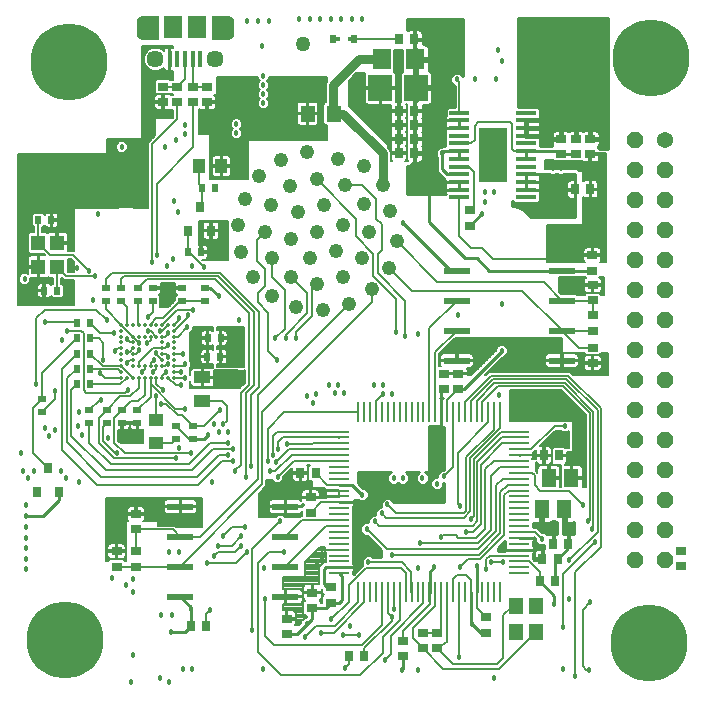
<source format=gtl>
G75*
%MOIN*%
%OFA0B0*%
%FSLAX25Y25*%
%IPPOS*%
%LPD*%
%AMOC8*
5,1,8,0,0,1.08239X$1,22.5*
%
%ADD10R,0.02756X0.03543*%
%ADD11R,0.03543X0.02756*%
%ADD12R,0.05118X0.05906*%
%ADD13R,0.05512X0.03937*%
%ADD14R,0.07874X0.08661*%
%ADD15R,0.02559X0.02165*%
%ADD16R,0.02165X0.02559*%
%ADD17R,0.04724X0.03937*%
%ADD18R,0.03937X0.04724*%
%ADD19R,0.08661X0.02362*%
%ADD20R,0.01969X0.03150*%
%ADD21R,0.01378X0.01378*%
%ADD22R,0.03100X0.03500*%
%ADD23R,0.04724X0.05512*%
%ADD24C,0.05000*%
%ADD25C,0.05709*%
%ADD26R,0.01575X0.05315*%
%ADD27R,0.05906X0.07480*%
%ADD28C,0.00000*%
%ADD29C,0.00001*%
%ADD30R,0.06600X0.01400*%
%ADD31R,0.09400X0.18400*%
%ADD32C,0.03000*%
%ADD33R,0.01100X0.06600*%
%ADD34R,0.06600X0.01100*%
%ADD35C,0.01378*%
%ADD36C,0.04800*%
%ADD37R,0.04724X0.05118*%
%ADD38R,0.06299X0.07098*%
%ADD39C,0.05400*%
%ADD40OC8,0.05400*%
%ADD41C,0.01000*%
%ADD42C,0.00500*%
%ADD43C,0.01800*%
%ADD44C,0.00800*%
%ADD45C,0.01500*%
%ADD46C,0.03000*%
%ADD47C,0.02300*%
%ADD48C,0.00600*%
%ADD49C,0.25653*%
D10*
X0087199Y0031579D03*
X0092318Y0031579D03*
X0140032Y0021724D03*
X0145150Y0021724D03*
X0128879Y0082628D03*
X0123761Y0082628D03*
X0203520Y0046723D03*
X0208639Y0046723D03*
X0209566Y0053955D03*
X0204448Y0053955D03*
X0208052Y0059046D03*
X0213170Y0059046D03*
X0210101Y0088460D03*
X0204983Y0088460D03*
X0215372Y0177188D03*
X0220490Y0177188D03*
X0161707Y0189300D03*
X0161724Y0193981D03*
X0161716Y0198677D03*
X0161715Y0203334D03*
X0156596Y0203334D03*
X0156598Y0198677D03*
X0156606Y0193981D03*
X0156589Y0189300D03*
X0156583Y0227187D03*
X0161701Y0227187D03*
D11*
X0210730Y0194037D03*
X0215575Y0194032D03*
X0220406Y0194029D03*
X0220406Y0188911D03*
X0215575Y0188914D03*
X0210730Y0188919D03*
X0221147Y0155218D03*
X0221147Y0150100D03*
X0221215Y0145262D03*
X0221215Y0140144D03*
X0221235Y0135199D03*
X0221235Y0130081D03*
X0221218Y0124385D03*
X0221218Y0119266D03*
X0176496Y0115773D03*
X0171716Y0115770D03*
X0171716Y0110652D03*
X0176496Y0110655D03*
X0127183Y0074501D03*
X0127183Y0069383D03*
X0133960Y0044550D03*
X0133960Y0039432D03*
X0127805Y0037661D03*
X0127805Y0042779D03*
X0119205Y0034042D03*
X0119205Y0028924D03*
X0158095Y0026772D03*
X0158095Y0021653D03*
X0164522Y0024147D03*
X0164522Y0029266D03*
X0169363Y0029272D03*
X0169363Y0024154D03*
X0185657Y0029416D03*
X0185657Y0034534D03*
X0250524Y0051562D03*
X0250524Y0056680D03*
X0180357Y0165090D03*
X0180357Y0170208D03*
X0092674Y0206260D03*
X0087915Y0206236D03*
X0082831Y0206210D03*
X0078050Y0206271D03*
X0078050Y0211389D03*
X0082831Y0211328D03*
X0087915Y0211354D03*
X0092674Y0211378D03*
X0068956Y0068905D03*
X0068956Y0063787D03*
X0068871Y0056558D03*
X0068871Y0051440D03*
X0062532Y0051427D03*
X0062532Y0056545D03*
D12*
X0204340Y0070502D03*
X0211821Y0070502D03*
X0214129Y0081003D03*
X0206649Y0081003D03*
D13*
X0091099Y0106619D03*
X0091099Y0114493D03*
D14*
X0150435Y0211011D03*
X0162246Y0211011D03*
D15*
X0091951Y0144332D03*
X0091951Y0140002D03*
X0084476Y0139975D03*
X0084476Y0144306D03*
X0074806Y0144283D03*
X0074806Y0139953D03*
X0069633Y0139928D03*
X0069633Y0144258D03*
X0064093Y0144221D03*
X0064093Y0139890D03*
X0058916Y0139941D03*
X0058916Y0144272D03*
X0037802Y0107422D03*
X0037802Y0103091D03*
X0053487Y0103613D03*
X0053487Y0099282D03*
X0059227Y0099262D03*
X0059227Y0103593D03*
X0064356Y0103618D03*
X0064356Y0099287D03*
X0069477Y0099295D03*
X0069477Y0103625D03*
X0082325Y0098279D03*
X0082325Y0093948D03*
X0088073Y0093990D03*
X0088073Y0098320D03*
D16*
X0092820Y0121372D03*
X0097151Y0121372D03*
X0097202Y0127615D03*
X0092872Y0127615D03*
X0090721Y0156217D03*
X0086390Y0156217D03*
X0091024Y0177708D03*
X0095355Y0177708D03*
X0053678Y0132609D03*
X0049347Y0132609D03*
X0049344Y0127501D03*
X0053674Y0127501D03*
X0053705Y0122426D03*
X0049374Y0122426D03*
X0049344Y0117295D03*
X0053674Y0117295D03*
X0053687Y0112133D03*
X0049356Y0112133D03*
X0042749Y0143437D03*
X0038419Y0143437D03*
X0036483Y0166918D03*
X0040814Y0166918D03*
D17*
X0075802Y0100240D03*
X0075802Y0092759D03*
D18*
X0089976Y0184898D03*
X0097456Y0184898D03*
D19*
X0175987Y0150114D03*
X0175987Y0140114D03*
X0175987Y0130114D03*
X0175987Y0120114D03*
X0210987Y0120114D03*
X0210987Y0130114D03*
X0210987Y0140114D03*
X0210987Y0150114D03*
X0118783Y0071430D03*
X0118783Y0061430D03*
X0118783Y0051430D03*
X0118783Y0041430D03*
X0083783Y0041430D03*
X0083783Y0051430D03*
X0083783Y0061430D03*
X0083783Y0071430D03*
D20*
X0134765Y0227216D03*
X0141655Y0227216D03*
D21*
X0140178Y0227216D03*
X0136241Y0227216D03*
D22*
X0090218Y0171415D03*
X0094018Y0163415D03*
X0086418Y0163415D03*
X0039687Y0084342D03*
X0043487Y0076342D03*
X0035887Y0076342D03*
D23*
X0126205Y0202382D03*
X0134867Y0202382D03*
X0195741Y0038419D03*
X0202434Y0038419D03*
X0202434Y0029758D03*
X0195741Y0029758D03*
D24*
X0124565Y0225514D03*
D25*
X0095186Y0220520D03*
X0075501Y0220520D03*
D26*
X0080225Y0220520D03*
X0082784Y0220520D03*
X0085343Y0220520D03*
X0087902Y0220520D03*
X0090461Y0220520D03*
D27*
X0089280Y0231150D03*
X0081406Y0231150D03*
D28*
X0076288Y0227410D02*
X0071170Y0227410D01*
X0070732Y0227459D01*
X0070316Y0227605D01*
X0069943Y0227839D01*
X0069631Y0228151D01*
X0069396Y0228524D01*
X0069251Y0228940D01*
X0069202Y0229379D01*
X0069202Y0232922D01*
X0069251Y0233360D01*
X0069396Y0233776D01*
X0069631Y0234149D01*
X0069943Y0234461D01*
X0070316Y0234695D01*
X0070732Y0234841D01*
X0071170Y0234890D01*
X0076288Y0234890D01*
X0076288Y0227410D01*
X0094398Y0227410D02*
X0099516Y0227410D01*
X0099955Y0227459D01*
X0100371Y0227605D01*
X0100744Y0227839D01*
X0101056Y0228151D01*
X0101290Y0228524D01*
X0101436Y0228940D01*
X0101485Y0229379D01*
X0101485Y0232922D01*
X0101436Y0233360D01*
X0101290Y0233776D01*
X0101056Y0234149D01*
X0100744Y0234461D01*
X0100371Y0234695D01*
X0099955Y0234841D01*
X0099516Y0234890D01*
X0094398Y0234890D01*
X0094398Y0227410D01*
D29*
X0099520Y0227410D01*
X0099528Y0227411D02*
X0094398Y0227411D01*
X0094398Y0227412D02*
X0099537Y0227412D01*
X0099546Y0227413D02*
X0094398Y0227413D01*
X0094398Y0227414D02*
X0099555Y0227414D01*
X0099563Y0227415D02*
X0094398Y0227415D01*
X0094398Y0227416D02*
X0099572Y0227416D01*
X0099581Y0227417D02*
X0094398Y0227417D01*
X0094398Y0227418D02*
X0099590Y0227418D01*
X0099598Y0227419D02*
X0094398Y0227419D01*
X0094398Y0227420D02*
X0099607Y0227420D01*
X0099616Y0227421D02*
X0094398Y0227421D01*
X0094398Y0227422D02*
X0099624Y0227422D01*
X0099633Y0227423D02*
X0094398Y0227423D01*
X0094398Y0227424D02*
X0099642Y0227424D01*
X0099651Y0227425D02*
X0094398Y0227425D01*
X0094398Y0227426D02*
X0099659Y0227426D01*
X0099668Y0227427D02*
X0094398Y0227427D01*
X0094398Y0227428D02*
X0099677Y0227428D01*
X0099686Y0227429D02*
X0094398Y0227429D01*
X0094398Y0227430D02*
X0099694Y0227430D01*
X0099703Y0227431D02*
X0094398Y0227431D01*
X0094398Y0227432D02*
X0099712Y0227432D01*
X0099721Y0227433D02*
X0094398Y0227433D01*
X0094398Y0227434D02*
X0099729Y0227434D01*
X0099738Y0227435D02*
X0094398Y0227435D01*
X0094398Y0227436D02*
X0099747Y0227436D01*
X0099755Y0227437D02*
X0094398Y0227437D01*
X0094398Y0227438D02*
X0099764Y0227438D01*
X0099773Y0227439D02*
X0094398Y0227439D01*
X0094398Y0227440D02*
X0099782Y0227440D01*
X0099790Y0227441D02*
X0094398Y0227441D01*
X0094398Y0227442D02*
X0099799Y0227442D01*
X0099808Y0227443D02*
X0094398Y0227443D01*
X0094398Y0227444D02*
X0099817Y0227444D01*
X0099825Y0227445D02*
X0094398Y0227445D01*
X0094398Y0227446D02*
X0099834Y0227446D01*
X0099843Y0227447D02*
X0094398Y0227447D01*
X0094398Y0227448D02*
X0099852Y0227448D01*
X0099860Y0227449D02*
X0094398Y0227449D01*
X0094398Y0227450D02*
X0099869Y0227450D01*
X0099878Y0227451D02*
X0094398Y0227451D01*
X0094398Y0227452D02*
X0099887Y0227452D01*
X0099895Y0227453D02*
X0094398Y0227453D01*
X0094398Y0227454D02*
X0099904Y0227454D01*
X0099913Y0227455D02*
X0094398Y0227455D01*
X0094398Y0227456D02*
X0099921Y0227456D01*
X0099930Y0227457D02*
X0094398Y0227457D01*
X0094398Y0227458D02*
X0099939Y0227458D01*
X0099948Y0227459D02*
X0094398Y0227459D01*
X0094398Y0227460D02*
X0099955Y0227460D01*
X0099958Y0227461D02*
X0094398Y0227461D01*
X0094398Y0227462D02*
X0099961Y0227462D01*
X0099964Y0227463D02*
X0094398Y0227463D01*
X0094398Y0227464D02*
X0099966Y0227464D01*
X0099969Y0227464D02*
X0094398Y0227464D01*
X0094398Y0227465D02*
X0099972Y0227465D01*
X0099975Y0227466D02*
X0094398Y0227466D01*
X0094398Y0227467D02*
X0099978Y0227467D01*
X0099980Y0227468D02*
X0094398Y0227468D01*
X0094398Y0227469D02*
X0099983Y0227469D01*
X0099986Y0227470D02*
X0094398Y0227470D01*
X0094398Y0227471D02*
X0099989Y0227471D01*
X0099992Y0227472D02*
X0094398Y0227472D01*
X0094398Y0227473D02*
X0099995Y0227473D01*
X0099997Y0227474D02*
X0094398Y0227474D01*
X0094398Y0227475D02*
X0100000Y0227475D01*
X0100003Y0227476D02*
X0094398Y0227476D01*
X0094398Y0227477D02*
X0100006Y0227477D01*
X0100009Y0227478D02*
X0094398Y0227478D01*
X0094398Y0227479D02*
X0100011Y0227479D01*
X0100014Y0227480D02*
X0094398Y0227480D01*
X0094398Y0227481D02*
X0100017Y0227481D01*
X0100020Y0227482D02*
X0094398Y0227482D01*
X0094398Y0227483D02*
X0100023Y0227483D01*
X0100025Y0227484D02*
X0094398Y0227484D01*
X0094398Y0227485D02*
X0100028Y0227485D01*
X0100031Y0227486D02*
X0094398Y0227486D01*
X0094398Y0227487D02*
X0100034Y0227487D01*
X0100037Y0227488D02*
X0094398Y0227488D01*
X0094398Y0227489D02*
X0100040Y0227489D01*
X0100042Y0227490D02*
X0094398Y0227490D01*
X0094398Y0227491D02*
X0100045Y0227491D01*
X0100048Y0227492D02*
X0094398Y0227492D01*
X0094398Y0227493D02*
X0100051Y0227493D01*
X0100054Y0227494D02*
X0094398Y0227494D01*
X0094398Y0227495D02*
X0100056Y0227495D01*
X0100059Y0227496D02*
X0094398Y0227496D01*
X0094398Y0227497D02*
X0100062Y0227497D01*
X0100065Y0227498D02*
X0094398Y0227498D01*
X0094398Y0227499D02*
X0100068Y0227499D01*
X0100070Y0227500D02*
X0094398Y0227500D01*
X0094398Y0227501D02*
X0100073Y0227501D01*
X0100076Y0227502D02*
X0094398Y0227502D01*
X0094398Y0227503D02*
X0100079Y0227503D01*
X0100082Y0227504D02*
X0094398Y0227504D01*
X0094398Y0227505D02*
X0100085Y0227505D01*
X0100087Y0227506D02*
X0094398Y0227506D01*
X0094398Y0227507D02*
X0100090Y0227507D01*
X0100093Y0227508D02*
X0094398Y0227508D01*
X0094398Y0227509D02*
X0100096Y0227509D01*
X0100099Y0227510D02*
X0094398Y0227510D01*
X0094398Y0227511D02*
X0100101Y0227511D01*
X0100104Y0227512D02*
X0094398Y0227512D01*
X0094398Y0227513D02*
X0100107Y0227513D01*
X0100110Y0227514D02*
X0094398Y0227514D01*
X0094398Y0227515D02*
X0100113Y0227515D01*
X0100115Y0227516D02*
X0094398Y0227516D01*
X0094398Y0227517D02*
X0100118Y0227517D01*
X0100121Y0227518D02*
X0094398Y0227518D01*
X0094398Y0227519D02*
X0100124Y0227519D01*
X0100127Y0227520D02*
X0094398Y0227520D01*
X0094398Y0227521D02*
X0100130Y0227521D01*
X0100132Y0227522D02*
X0094398Y0227522D01*
X0094398Y0227523D02*
X0100135Y0227523D01*
X0100138Y0227524D02*
X0094398Y0227524D01*
X0094398Y0227525D02*
X0100141Y0227525D01*
X0100144Y0227526D02*
X0094398Y0227526D01*
X0094398Y0227527D02*
X0100146Y0227527D01*
X0100149Y0227527D02*
X0094398Y0227527D01*
X0094398Y0227528D02*
X0100152Y0227528D01*
X0100155Y0227529D02*
X0094398Y0227529D01*
X0094398Y0227530D02*
X0100158Y0227530D01*
X0100160Y0227531D02*
X0094398Y0227531D01*
X0094398Y0227532D02*
X0100163Y0227532D01*
X0100166Y0227533D02*
X0094398Y0227533D01*
X0094398Y0227534D02*
X0100169Y0227534D01*
X0100172Y0227535D02*
X0094398Y0227535D01*
X0094398Y0227536D02*
X0100175Y0227536D01*
X0100177Y0227537D02*
X0094398Y0227537D01*
X0094398Y0227538D02*
X0100180Y0227538D01*
X0100183Y0227539D02*
X0094398Y0227539D01*
X0094398Y0227540D02*
X0100186Y0227540D01*
X0100189Y0227541D02*
X0094398Y0227541D01*
X0094398Y0227542D02*
X0100191Y0227542D01*
X0100194Y0227543D02*
X0094398Y0227543D01*
X0094398Y0227544D02*
X0100197Y0227544D01*
X0100200Y0227545D02*
X0094398Y0227545D01*
X0094398Y0227546D02*
X0100203Y0227546D01*
X0100205Y0227547D02*
X0094398Y0227547D01*
X0094398Y0227548D02*
X0100208Y0227548D01*
X0100211Y0227549D02*
X0094398Y0227549D01*
X0094398Y0227550D02*
X0100214Y0227550D01*
X0100217Y0227551D02*
X0094398Y0227551D01*
X0094398Y0227552D02*
X0100220Y0227552D01*
X0100222Y0227553D02*
X0094398Y0227553D01*
X0094398Y0227554D02*
X0100225Y0227554D01*
X0100228Y0227555D02*
X0094398Y0227555D01*
X0094398Y0227556D02*
X0100231Y0227556D01*
X0100234Y0227557D02*
X0094398Y0227557D01*
X0094398Y0227558D02*
X0100236Y0227558D01*
X0100239Y0227559D02*
X0094398Y0227559D01*
X0094398Y0227560D02*
X0100242Y0227560D01*
X0100245Y0227561D02*
X0094398Y0227561D01*
X0094398Y0227562D02*
X0100248Y0227562D01*
X0100250Y0227563D02*
X0094398Y0227563D01*
X0094398Y0227564D02*
X0100253Y0227564D01*
X0100256Y0227565D02*
X0094398Y0227565D01*
X0094398Y0227566D02*
X0100259Y0227566D01*
X0100262Y0227567D02*
X0094398Y0227567D01*
X0094398Y0227568D02*
X0100265Y0227568D01*
X0100267Y0227569D02*
X0094398Y0227569D01*
X0094398Y0227570D02*
X0100270Y0227570D01*
X0100273Y0227571D02*
X0094398Y0227571D01*
X0094398Y0227572D02*
X0100276Y0227572D01*
X0100279Y0227573D02*
X0094398Y0227573D01*
X0094398Y0227574D02*
X0100281Y0227574D01*
X0100284Y0227575D02*
X0094398Y0227575D01*
X0094398Y0227576D02*
X0100287Y0227576D01*
X0100290Y0227577D02*
X0094398Y0227577D01*
X0094398Y0227578D02*
X0100293Y0227578D01*
X0100295Y0227579D02*
X0094398Y0227579D01*
X0094398Y0227580D02*
X0100298Y0227580D01*
X0100301Y0227581D02*
X0094398Y0227581D01*
X0094398Y0227582D02*
X0100304Y0227582D01*
X0100307Y0227583D02*
X0094398Y0227583D01*
X0094398Y0227584D02*
X0100310Y0227584D01*
X0100312Y0227585D02*
X0094398Y0227585D01*
X0094398Y0227586D02*
X0100315Y0227586D01*
X0100318Y0227587D02*
X0094398Y0227587D01*
X0094398Y0227588D02*
X0100321Y0227588D01*
X0100324Y0227589D02*
X0094398Y0227589D01*
X0100326Y0227589D01*
X0100329Y0227590D02*
X0094398Y0227590D01*
X0094398Y0227591D02*
X0100332Y0227591D01*
X0100335Y0227592D02*
X0094398Y0227592D01*
X0094398Y0227593D02*
X0100338Y0227593D01*
X0100341Y0227594D02*
X0094398Y0227594D01*
X0094398Y0227595D02*
X0100343Y0227595D01*
X0100346Y0227596D02*
X0094398Y0227596D01*
X0094398Y0227597D02*
X0100349Y0227597D01*
X0100352Y0227598D02*
X0094398Y0227598D01*
X0094398Y0227599D02*
X0100355Y0227599D01*
X0100357Y0227600D02*
X0094398Y0227600D01*
X0094398Y0227601D02*
X0100360Y0227601D01*
X0100363Y0227602D02*
X0094398Y0227602D01*
X0094398Y0227603D02*
X0100366Y0227603D01*
X0100369Y0227604D02*
X0094398Y0227604D01*
X0094398Y0227605D02*
X0100371Y0227605D01*
X0100373Y0227606D02*
X0094398Y0227606D01*
X0094398Y0227607D02*
X0100374Y0227607D01*
X0100376Y0227608D02*
X0094398Y0227608D01*
X0094398Y0227609D02*
X0100377Y0227609D01*
X0100379Y0227610D02*
X0094398Y0227610D01*
X0094398Y0227611D02*
X0100380Y0227611D01*
X0100382Y0227612D02*
X0094398Y0227612D01*
X0094398Y0227613D02*
X0100384Y0227613D01*
X0100385Y0227614D02*
X0094398Y0227614D01*
X0094398Y0227615D02*
X0100387Y0227615D01*
X0100388Y0227616D02*
X0094398Y0227616D01*
X0094398Y0227617D02*
X0100390Y0227617D01*
X0100391Y0227618D02*
X0094398Y0227618D01*
X0094398Y0227619D02*
X0100393Y0227619D01*
X0100395Y0227620D02*
X0094398Y0227620D01*
X0094398Y0227621D02*
X0100396Y0227621D01*
X0100398Y0227622D02*
X0094398Y0227622D01*
X0094398Y0227623D02*
X0100399Y0227623D01*
X0100401Y0227624D02*
X0094398Y0227624D01*
X0094398Y0227625D02*
X0100402Y0227625D01*
X0100404Y0227626D02*
X0094398Y0227626D01*
X0094398Y0227627D02*
X0100406Y0227627D01*
X0100407Y0227628D02*
X0094398Y0227628D01*
X0094398Y0227629D02*
X0100409Y0227629D01*
X0100410Y0227630D02*
X0094398Y0227630D01*
X0094398Y0227631D02*
X0100412Y0227631D01*
X0100413Y0227632D02*
X0094398Y0227632D01*
X0094398Y0227633D02*
X0100415Y0227633D01*
X0100416Y0227634D02*
X0094398Y0227634D01*
X0094398Y0227635D02*
X0100418Y0227635D01*
X0100420Y0227636D02*
X0094398Y0227636D01*
X0094398Y0227637D02*
X0100421Y0227637D01*
X0100423Y0227638D02*
X0094398Y0227638D01*
X0094398Y0227639D02*
X0100424Y0227639D01*
X0100426Y0227640D02*
X0094398Y0227640D01*
X0094398Y0227641D02*
X0100427Y0227641D01*
X0100429Y0227642D02*
X0094398Y0227642D01*
X0094398Y0227643D02*
X0100431Y0227643D01*
X0100432Y0227644D02*
X0094398Y0227644D01*
X0094398Y0227645D02*
X0100434Y0227645D01*
X0100435Y0227646D02*
X0094398Y0227646D01*
X0094398Y0227647D02*
X0100437Y0227647D01*
X0100438Y0227648D02*
X0094398Y0227648D01*
X0094398Y0227649D02*
X0100440Y0227649D01*
X0100442Y0227650D02*
X0094398Y0227650D01*
X0094398Y0227651D02*
X0100443Y0227651D01*
X0100445Y0227652D02*
X0094398Y0227652D01*
X0100446Y0227652D01*
X0100448Y0227653D02*
X0094398Y0227653D01*
X0094398Y0227654D02*
X0100449Y0227654D01*
X0100451Y0227655D02*
X0094398Y0227655D01*
X0094398Y0227656D02*
X0100453Y0227656D01*
X0100454Y0227657D02*
X0094398Y0227657D01*
X0094398Y0227658D02*
X0100456Y0227658D01*
X0100457Y0227659D02*
X0094398Y0227659D01*
X0094398Y0227660D02*
X0100459Y0227660D01*
X0100460Y0227661D02*
X0094398Y0227661D01*
X0094398Y0227662D02*
X0100462Y0227662D01*
X0100463Y0227663D02*
X0094398Y0227663D01*
X0094398Y0227664D02*
X0100465Y0227664D01*
X0100467Y0227665D02*
X0094398Y0227665D01*
X0094398Y0227666D02*
X0100468Y0227666D01*
X0100470Y0227667D02*
X0094398Y0227667D01*
X0094398Y0227668D02*
X0100471Y0227668D01*
X0100473Y0227669D02*
X0094398Y0227669D01*
X0094398Y0227670D02*
X0100474Y0227670D01*
X0100476Y0227671D02*
X0094398Y0227671D01*
X0094398Y0227672D02*
X0100478Y0227672D01*
X0100479Y0227673D02*
X0094398Y0227673D01*
X0094398Y0227674D02*
X0100481Y0227674D01*
X0100482Y0227675D02*
X0094398Y0227675D01*
X0094398Y0227676D02*
X0100484Y0227676D01*
X0100485Y0227677D02*
X0094398Y0227677D01*
X0094398Y0227678D02*
X0100487Y0227678D01*
X0100489Y0227679D02*
X0094398Y0227679D01*
X0094398Y0227680D02*
X0100490Y0227680D01*
X0100492Y0227681D02*
X0094398Y0227681D01*
X0094398Y0227682D02*
X0100493Y0227682D01*
X0100495Y0227683D02*
X0094398Y0227683D01*
X0094398Y0227684D02*
X0100496Y0227684D01*
X0100498Y0227685D02*
X0094398Y0227685D01*
X0094398Y0227686D02*
X0100500Y0227686D01*
X0100501Y0227687D02*
X0094398Y0227687D01*
X0094398Y0227688D02*
X0100503Y0227688D01*
X0100504Y0227689D02*
X0094398Y0227689D01*
X0094398Y0227690D02*
X0100506Y0227690D01*
X0100507Y0227691D02*
X0094398Y0227691D01*
X0094398Y0227692D02*
X0100509Y0227692D01*
X0100510Y0227693D02*
X0094398Y0227693D01*
X0094398Y0227694D02*
X0100512Y0227694D01*
X0100514Y0227695D02*
X0094398Y0227695D01*
X0094398Y0227696D02*
X0100515Y0227696D01*
X0100517Y0227697D02*
X0094398Y0227697D01*
X0094398Y0227698D02*
X0100518Y0227698D01*
X0100520Y0227699D02*
X0094398Y0227699D01*
X0094398Y0227700D02*
X0100521Y0227700D01*
X0100523Y0227701D02*
X0094398Y0227701D01*
X0094398Y0227702D02*
X0100525Y0227702D01*
X0100526Y0227703D02*
X0094398Y0227703D01*
X0094398Y0227704D02*
X0100528Y0227704D01*
X0100529Y0227705D02*
X0094398Y0227705D01*
X0094398Y0227706D02*
X0100531Y0227706D01*
X0100532Y0227707D02*
X0094398Y0227707D01*
X0094398Y0227708D02*
X0100534Y0227708D01*
X0100536Y0227709D02*
X0094398Y0227709D01*
X0094398Y0227710D02*
X0100537Y0227710D01*
X0100539Y0227711D02*
X0094398Y0227711D01*
X0094398Y0227712D02*
X0100540Y0227712D01*
X0100542Y0227713D02*
X0094398Y0227713D01*
X0094398Y0227714D02*
X0100543Y0227714D01*
X0100545Y0227714D02*
X0094398Y0227714D01*
X0094398Y0227715D02*
X0100547Y0227715D01*
X0100548Y0227716D02*
X0094398Y0227716D01*
X0094398Y0227717D02*
X0100550Y0227717D01*
X0100551Y0227718D02*
X0094398Y0227718D01*
X0094398Y0227719D02*
X0100553Y0227719D01*
X0100554Y0227720D02*
X0094398Y0227720D01*
X0094398Y0227721D02*
X0100556Y0227721D01*
X0100557Y0227722D02*
X0094398Y0227722D01*
X0094398Y0227723D02*
X0100559Y0227723D01*
X0100561Y0227724D02*
X0094398Y0227724D01*
X0094398Y0227725D02*
X0100562Y0227725D01*
X0100564Y0227726D02*
X0094398Y0227726D01*
X0094398Y0227727D02*
X0100565Y0227727D01*
X0100567Y0227728D02*
X0094398Y0227728D01*
X0094398Y0227729D02*
X0100568Y0227729D01*
X0100570Y0227730D02*
X0094398Y0227730D01*
X0094398Y0227731D02*
X0100572Y0227731D01*
X0100573Y0227732D02*
X0094398Y0227732D01*
X0094398Y0227733D02*
X0100575Y0227733D01*
X0100576Y0227734D02*
X0094398Y0227734D01*
X0094398Y0227735D02*
X0100578Y0227735D01*
X0100579Y0227736D02*
X0094398Y0227736D01*
X0094398Y0227737D02*
X0100581Y0227737D01*
X0100583Y0227738D02*
X0094398Y0227738D01*
X0094398Y0227739D02*
X0100584Y0227739D01*
X0100586Y0227740D02*
X0094398Y0227740D01*
X0094398Y0227741D02*
X0100587Y0227741D01*
X0100589Y0227742D02*
X0094398Y0227742D01*
X0094398Y0227743D02*
X0100590Y0227743D01*
X0100592Y0227744D02*
X0094398Y0227744D01*
X0094398Y0227745D02*
X0100594Y0227745D01*
X0100595Y0227746D02*
X0094398Y0227746D01*
X0094398Y0227747D02*
X0100597Y0227747D01*
X0100598Y0227748D02*
X0094398Y0227748D01*
X0094398Y0227749D02*
X0100600Y0227749D01*
X0100601Y0227750D02*
X0094398Y0227750D01*
X0094398Y0227751D02*
X0100603Y0227751D01*
X0100604Y0227752D02*
X0094398Y0227752D01*
X0094398Y0227753D02*
X0100606Y0227753D01*
X0100608Y0227754D02*
X0094398Y0227754D01*
X0094398Y0227755D02*
X0100609Y0227755D01*
X0100611Y0227756D02*
X0094398Y0227756D01*
X0094398Y0227757D02*
X0100612Y0227757D01*
X0100614Y0227758D02*
X0094398Y0227758D01*
X0094398Y0227759D02*
X0100615Y0227759D01*
X0100617Y0227760D02*
X0094398Y0227760D01*
X0094398Y0227761D02*
X0100619Y0227761D01*
X0100620Y0227762D02*
X0094398Y0227762D01*
X0094398Y0227763D02*
X0100622Y0227763D01*
X0100623Y0227764D02*
X0094398Y0227764D01*
X0094398Y0227765D02*
X0100625Y0227765D01*
X0100626Y0227766D02*
X0094398Y0227766D01*
X0094398Y0227767D02*
X0100628Y0227767D01*
X0100630Y0227768D02*
X0094398Y0227768D01*
X0094398Y0227769D02*
X0100631Y0227769D01*
X0100633Y0227770D02*
X0094398Y0227770D01*
X0094398Y0227771D02*
X0100634Y0227771D01*
X0100636Y0227772D02*
X0094398Y0227772D01*
X0094398Y0227773D02*
X0100637Y0227773D01*
X0100639Y0227774D02*
X0094398Y0227774D01*
X0094398Y0227775D02*
X0100641Y0227775D01*
X0100642Y0227776D02*
X0094398Y0227776D01*
X0094398Y0227777D02*
X0100644Y0227777D01*
X0100645Y0227777D02*
X0094398Y0227777D01*
X0094398Y0227778D02*
X0100647Y0227778D01*
X0100648Y0227779D02*
X0094398Y0227779D01*
X0094398Y0227780D02*
X0100650Y0227780D01*
X0100651Y0227781D02*
X0094398Y0227781D01*
X0094398Y0227782D02*
X0100653Y0227782D01*
X0100655Y0227783D02*
X0094398Y0227783D01*
X0094398Y0227784D02*
X0100656Y0227784D01*
X0100658Y0227785D02*
X0094398Y0227785D01*
X0094398Y0227786D02*
X0100659Y0227786D01*
X0100661Y0227787D02*
X0094398Y0227787D01*
X0094398Y0227788D02*
X0100662Y0227788D01*
X0100664Y0227789D02*
X0094398Y0227789D01*
X0094398Y0227790D02*
X0100666Y0227790D01*
X0100667Y0227791D02*
X0094398Y0227791D01*
X0094398Y0227792D02*
X0100669Y0227792D01*
X0100670Y0227793D02*
X0094398Y0227793D01*
X0094398Y0227794D02*
X0100672Y0227794D01*
X0100673Y0227795D02*
X0094398Y0227795D01*
X0094398Y0227796D02*
X0100675Y0227796D01*
X0100677Y0227797D02*
X0094398Y0227797D01*
X0094398Y0227798D02*
X0100678Y0227798D01*
X0100680Y0227799D02*
X0094398Y0227799D01*
X0094398Y0227800D02*
X0100681Y0227800D01*
X0100683Y0227801D02*
X0094398Y0227801D01*
X0094398Y0227802D02*
X0100684Y0227802D01*
X0100686Y0227803D02*
X0094398Y0227803D01*
X0094398Y0227804D02*
X0100687Y0227804D01*
X0100689Y0227805D02*
X0094398Y0227805D01*
X0094398Y0227806D02*
X0100691Y0227806D01*
X0100692Y0227807D02*
X0094398Y0227807D01*
X0094398Y0227808D02*
X0100694Y0227808D01*
X0100695Y0227809D02*
X0094398Y0227809D01*
X0094398Y0227810D02*
X0100697Y0227810D01*
X0100698Y0227811D02*
X0094398Y0227811D01*
X0094398Y0227812D02*
X0100700Y0227812D01*
X0100702Y0227813D02*
X0094398Y0227813D01*
X0094398Y0227814D02*
X0100703Y0227814D01*
X0100705Y0227815D02*
X0094398Y0227815D01*
X0094398Y0227816D02*
X0100706Y0227816D01*
X0100708Y0227817D02*
X0094398Y0227817D01*
X0094398Y0227818D02*
X0100709Y0227818D01*
X0100711Y0227819D02*
X0094398Y0227819D01*
X0094398Y0227820D02*
X0100713Y0227820D01*
X0100714Y0227821D02*
X0094398Y0227821D01*
X0094398Y0227822D02*
X0100716Y0227822D01*
X0100717Y0227823D02*
X0094398Y0227823D01*
X0094398Y0227824D02*
X0100719Y0227824D01*
X0100720Y0227825D02*
X0094398Y0227825D01*
X0094398Y0227826D02*
X0100722Y0227826D01*
X0100724Y0227827D02*
X0094398Y0227827D01*
X0094398Y0227828D02*
X0100725Y0227828D01*
X0100727Y0227829D02*
X0094398Y0227829D01*
X0094398Y0227830D02*
X0100728Y0227830D01*
X0100730Y0227831D02*
X0094398Y0227831D01*
X0094398Y0227832D02*
X0100731Y0227832D01*
X0100733Y0227833D02*
X0094398Y0227833D01*
X0094398Y0227834D02*
X0100734Y0227834D01*
X0100736Y0227835D02*
X0094398Y0227835D01*
X0094398Y0227836D02*
X0100738Y0227836D01*
X0100739Y0227837D02*
X0094398Y0227837D01*
X0094398Y0227838D02*
X0100741Y0227838D01*
X0100742Y0227839D02*
X0094398Y0227839D01*
X0100744Y0227839D01*
X0100745Y0227840D02*
X0094398Y0227840D01*
X0094398Y0227841D02*
X0100746Y0227841D01*
X0100747Y0227842D02*
X0094398Y0227842D01*
X0094398Y0227843D02*
X0100748Y0227843D01*
X0100749Y0227844D02*
X0094398Y0227844D01*
X0094398Y0227845D02*
X0100750Y0227845D01*
X0100751Y0227846D02*
X0094398Y0227846D01*
X0094398Y0227847D02*
X0100752Y0227847D01*
X0100753Y0227848D02*
X0094398Y0227848D01*
X0094398Y0227849D02*
X0100754Y0227849D01*
X0100755Y0227850D02*
X0094398Y0227850D01*
X0094398Y0227851D02*
X0100756Y0227851D01*
X0100757Y0227852D02*
X0094398Y0227852D01*
X0094398Y0227853D02*
X0100758Y0227853D01*
X0100759Y0227854D02*
X0094398Y0227854D01*
X0094398Y0227855D02*
X0100760Y0227855D01*
X0100761Y0227856D02*
X0094398Y0227856D01*
X0094398Y0227857D02*
X0100762Y0227857D01*
X0100763Y0227858D02*
X0094398Y0227858D01*
X0094398Y0227859D02*
X0100764Y0227859D01*
X0100765Y0227860D02*
X0094398Y0227860D01*
X0094398Y0227861D02*
X0100766Y0227861D01*
X0100766Y0227862D02*
X0094398Y0227862D01*
X0094398Y0227863D02*
X0100767Y0227863D01*
X0100768Y0227864D02*
X0094398Y0227864D01*
X0094398Y0227865D02*
X0100769Y0227865D01*
X0100770Y0227866D02*
X0094398Y0227866D01*
X0094398Y0227867D02*
X0100771Y0227867D01*
X0100772Y0227868D02*
X0094398Y0227868D01*
X0094398Y0227869D02*
X0100773Y0227869D01*
X0100774Y0227870D02*
X0094398Y0227870D01*
X0094398Y0227871D02*
X0100775Y0227871D01*
X0100776Y0227872D02*
X0094398Y0227872D01*
X0094398Y0227873D02*
X0100777Y0227873D01*
X0100778Y0227874D02*
X0094398Y0227874D01*
X0094398Y0227875D02*
X0100779Y0227875D01*
X0100780Y0227876D02*
X0094398Y0227876D01*
X0094398Y0227877D02*
X0100781Y0227877D01*
X0100782Y0227878D02*
X0094398Y0227878D01*
X0094398Y0227879D02*
X0100783Y0227879D01*
X0100784Y0227880D02*
X0094398Y0227880D01*
X0094398Y0227881D02*
X0100785Y0227881D01*
X0100786Y0227882D02*
X0094398Y0227882D01*
X0094398Y0227883D02*
X0100787Y0227883D01*
X0100788Y0227884D02*
X0094398Y0227884D01*
X0094398Y0227885D02*
X0100789Y0227885D01*
X0100790Y0227886D02*
X0094398Y0227886D01*
X0094398Y0227887D02*
X0100791Y0227887D01*
X0100792Y0227888D02*
X0094398Y0227888D01*
X0094398Y0227889D02*
X0100793Y0227889D01*
X0100794Y0227890D02*
X0094398Y0227890D01*
X0094398Y0227891D02*
X0100795Y0227891D01*
X0100796Y0227892D02*
X0094398Y0227892D01*
X0094398Y0227893D02*
X0100797Y0227893D01*
X0100798Y0227894D02*
X0094398Y0227894D01*
X0094398Y0227895D02*
X0100799Y0227895D01*
X0100800Y0227896D02*
X0094398Y0227896D01*
X0094398Y0227897D02*
X0100801Y0227897D01*
X0100802Y0227898D02*
X0094398Y0227898D01*
X0094398Y0227899D02*
X0100803Y0227899D01*
X0100804Y0227900D02*
X0094398Y0227900D01*
X0094398Y0227901D02*
X0100805Y0227901D01*
X0100806Y0227902D02*
X0094398Y0227902D01*
X0100807Y0227902D01*
X0100808Y0227903D02*
X0094398Y0227903D01*
X0094398Y0227904D02*
X0100809Y0227904D01*
X0100810Y0227905D02*
X0094398Y0227905D01*
X0094398Y0227906D02*
X0100811Y0227906D01*
X0100812Y0227907D02*
X0094398Y0227907D01*
X0094398Y0227908D02*
X0100813Y0227908D01*
X0100814Y0227909D02*
X0094398Y0227909D01*
X0094398Y0227910D02*
X0100815Y0227910D01*
X0100816Y0227911D02*
X0094398Y0227911D01*
X0094398Y0227912D02*
X0100817Y0227912D01*
X0100818Y0227913D02*
X0094398Y0227913D01*
X0094398Y0227914D02*
X0100819Y0227914D01*
X0100820Y0227915D02*
X0094398Y0227915D01*
X0094398Y0227916D02*
X0100821Y0227916D01*
X0100822Y0227917D02*
X0094398Y0227917D01*
X0094398Y0227918D02*
X0100823Y0227918D01*
X0100824Y0227919D02*
X0094398Y0227919D01*
X0094398Y0227920D02*
X0100825Y0227920D01*
X0100826Y0227921D02*
X0094398Y0227921D01*
X0094398Y0227922D02*
X0100827Y0227922D01*
X0100828Y0227923D02*
X0094398Y0227923D01*
X0094398Y0227924D02*
X0100829Y0227924D01*
X0100829Y0227925D02*
X0094398Y0227925D01*
X0094398Y0227926D02*
X0100830Y0227926D01*
X0100831Y0227927D02*
X0094398Y0227927D01*
X0094398Y0227928D02*
X0100832Y0227928D01*
X0100833Y0227929D02*
X0094398Y0227929D01*
X0094398Y0227930D02*
X0100834Y0227930D01*
X0100835Y0227931D02*
X0094398Y0227931D01*
X0094398Y0227932D02*
X0100836Y0227932D01*
X0100837Y0227933D02*
X0094398Y0227933D01*
X0094398Y0227934D02*
X0100838Y0227934D01*
X0100839Y0227935D02*
X0094398Y0227935D01*
X0094398Y0227936D02*
X0100840Y0227936D01*
X0100841Y0227937D02*
X0094398Y0227937D01*
X0094398Y0227938D02*
X0100842Y0227938D01*
X0100843Y0227939D02*
X0094398Y0227939D01*
X0094398Y0227940D02*
X0100844Y0227940D01*
X0100845Y0227941D02*
X0094398Y0227941D01*
X0094398Y0227942D02*
X0100846Y0227942D01*
X0100847Y0227943D02*
X0094398Y0227943D01*
X0094398Y0227944D02*
X0100848Y0227944D01*
X0100849Y0227945D02*
X0094398Y0227945D01*
X0094398Y0227946D02*
X0100850Y0227946D01*
X0100851Y0227947D02*
X0094398Y0227947D01*
X0094398Y0227948D02*
X0100852Y0227948D01*
X0100853Y0227949D02*
X0094398Y0227949D01*
X0094398Y0227950D02*
X0100854Y0227950D01*
X0100855Y0227951D02*
X0094398Y0227951D01*
X0094398Y0227952D02*
X0100856Y0227952D01*
X0100857Y0227953D02*
X0094398Y0227953D01*
X0094398Y0227954D02*
X0100858Y0227954D01*
X0100859Y0227955D02*
X0094398Y0227955D01*
X0094398Y0227956D02*
X0100860Y0227956D01*
X0100861Y0227957D02*
X0094398Y0227957D01*
X0094398Y0227958D02*
X0100862Y0227958D01*
X0100863Y0227959D02*
X0094398Y0227959D01*
X0094398Y0227960D02*
X0100864Y0227960D01*
X0100865Y0227961D02*
X0094398Y0227961D01*
X0094398Y0227962D02*
X0100866Y0227962D01*
X0100867Y0227963D02*
X0094398Y0227963D01*
X0094398Y0227964D02*
X0100868Y0227964D01*
X0100869Y0227964D02*
X0094398Y0227964D01*
X0094398Y0227965D02*
X0100870Y0227965D01*
X0100871Y0227966D02*
X0094398Y0227966D01*
X0094398Y0227967D02*
X0100872Y0227967D01*
X0100873Y0227968D02*
X0094398Y0227968D01*
X0094398Y0227969D02*
X0100874Y0227969D01*
X0100875Y0227970D02*
X0094398Y0227970D01*
X0094398Y0227971D02*
X0100876Y0227971D01*
X0100877Y0227972D02*
X0094398Y0227972D01*
X0094398Y0227973D02*
X0100878Y0227973D01*
X0100879Y0227974D02*
X0094398Y0227974D01*
X0094398Y0227975D02*
X0100880Y0227975D01*
X0100881Y0227976D02*
X0094398Y0227976D01*
X0094398Y0227977D02*
X0100882Y0227977D01*
X0100883Y0227978D02*
X0094398Y0227978D01*
X0094398Y0227979D02*
X0100884Y0227979D01*
X0100885Y0227980D02*
X0094398Y0227980D01*
X0094398Y0227981D02*
X0100886Y0227981D01*
X0100887Y0227982D02*
X0094398Y0227982D01*
X0094398Y0227983D02*
X0100888Y0227983D01*
X0100889Y0227984D02*
X0094398Y0227984D01*
X0094398Y0227985D02*
X0100890Y0227985D01*
X0100891Y0227986D02*
X0094398Y0227986D01*
X0094398Y0227987D02*
X0100891Y0227987D01*
X0100892Y0227988D02*
X0094398Y0227988D01*
X0094398Y0227989D02*
X0100893Y0227989D01*
X0100894Y0227990D02*
X0094398Y0227990D01*
X0094398Y0227991D02*
X0100895Y0227991D01*
X0100896Y0227992D02*
X0094398Y0227992D01*
X0094398Y0227993D02*
X0100897Y0227993D01*
X0100898Y0227994D02*
X0094398Y0227994D01*
X0094398Y0227995D02*
X0100899Y0227995D01*
X0100900Y0227996D02*
X0094398Y0227996D01*
X0094398Y0227997D02*
X0100901Y0227997D01*
X0100902Y0227998D02*
X0094398Y0227998D01*
X0094398Y0227999D02*
X0100903Y0227999D01*
X0100904Y0228000D02*
X0094398Y0228000D01*
X0094398Y0228001D02*
X0100905Y0228001D01*
X0100906Y0228002D02*
X0094398Y0228002D01*
X0094398Y0228003D02*
X0100907Y0228003D01*
X0100908Y0228004D02*
X0094398Y0228004D01*
X0094398Y0228005D02*
X0100909Y0228005D01*
X0100910Y0228006D02*
X0094398Y0228006D01*
X0094398Y0228007D02*
X0100911Y0228007D01*
X0100912Y0228008D02*
X0094398Y0228008D01*
X0094398Y0228009D02*
X0100913Y0228009D01*
X0100914Y0228010D02*
X0094398Y0228010D01*
X0094398Y0228011D02*
X0100915Y0228011D01*
X0100916Y0228012D02*
X0094398Y0228012D01*
X0094398Y0228013D02*
X0100917Y0228013D01*
X0100918Y0228014D02*
X0094398Y0228014D01*
X0094398Y0228015D02*
X0100919Y0228015D01*
X0100920Y0228016D02*
X0094398Y0228016D01*
X0094398Y0228017D02*
X0100921Y0228017D01*
X0100922Y0228018D02*
X0094398Y0228018D01*
X0094398Y0228019D02*
X0100923Y0228019D01*
X0100924Y0228020D02*
X0094398Y0228020D01*
X0094398Y0228021D02*
X0100925Y0228021D01*
X0100926Y0228022D02*
X0094398Y0228022D01*
X0094398Y0228023D02*
X0100927Y0228023D01*
X0100928Y0228024D02*
X0094398Y0228024D01*
X0094398Y0228025D02*
X0100929Y0228025D01*
X0100930Y0228026D02*
X0094398Y0228026D01*
X0094398Y0228027D02*
X0100931Y0228027D01*
X0100932Y0228027D02*
X0094398Y0228027D01*
X0094398Y0228028D02*
X0100933Y0228028D01*
X0100934Y0228029D02*
X0094398Y0228029D01*
X0094398Y0228030D02*
X0100935Y0228030D01*
X0100936Y0228031D02*
X0094398Y0228031D01*
X0094398Y0228032D02*
X0100937Y0228032D01*
X0100938Y0228033D02*
X0094398Y0228033D01*
X0094398Y0228034D02*
X0100939Y0228034D01*
X0100940Y0228035D02*
X0094398Y0228035D01*
X0094398Y0228036D02*
X0100941Y0228036D01*
X0100942Y0228037D02*
X0094398Y0228037D01*
X0094398Y0228038D02*
X0100943Y0228038D01*
X0100944Y0228039D02*
X0094398Y0228039D01*
X0094398Y0228040D02*
X0100945Y0228040D01*
X0100946Y0228041D02*
X0094398Y0228041D01*
X0094398Y0228042D02*
X0100947Y0228042D01*
X0100948Y0228043D02*
X0094398Y0228043D01*
X0094398Y0228044D02*
X0100949Y0228044D01*
X0100950Y0228045D02*
X0094398Y0228045D01*
X0094398Y0228046D02*
X0100951Y0228046D01*
X0100952Y0228047D02*
X0094398Y0228047D01*
X0094398Y0228048D02*
X0100953Y0228048D01*
X0100954Y0228049D02*
X0094398Y0228049D01*
X0094398Y0228050D02*
X0100954Y0228050D01*
X0100955Y0228051D02*
X0094398Y0228051D01*
X0094398Y0228052D02*
X0100956Y0228052D01*
X0100957Y0228053D02*
X0094398Y0228053D01*
X0094398Y0228054D02*
X0100958Y0228054D01*
X0100959Y0228055D02*
X0094398Y0228055D01*
X0094398Y0228056D02*
X0100960Y0228056D01*
X0100961Y0228057D02*
X0094398Y0228057D01*
X0094398Y0228058D02*
X0100962Y0228058D01*
X0100963Y0228059D02*
X0094398Y0228059D01*
X0094398Y0228060D02*
X0100964Y0228060D01*
X0100965Y0228061D02*
X0094398Y0228061D01*
X0094398Y0228062D02*
X0100966Y0228062D01*
X0100967Y0228063D02*
X0094398Y0228063D01*
X0094398Y0228064D02*
X0100968Y0228064D01*
X0100969Y0228065D02*
X0094398Y0228065D01*
X0094398Y0228066D02*
X0100970Y0228066D01*
X0100971Y0228067D02*
X0094398Y0228067D01*
X0094398Y0228068D02*
X0100972Y0228068D01*
X0100973Y0228069D02*
X0094398Y0228069D01*
X0094398Y0228070D02*
X0100974Y0228070D01*
X0100975Y0228071D02*
X0094398Y0228071D01*
X0094398Y0228072D02*
X0100976Y0228072D01*
X0100977Y0228073D02*
X0094398Y0228073D01*
X0094398Y0228074D02*
X0100978Y0228074D01*
X0100979Y0228075D02*
X0094398Y0228075D01*
X0094398Y0228076D02*
X0100980Y0228076D01*
X0100981Y0228077D02*
X0094398Y0228077D01*
X0094398Y0228078D02*
X0100982Y0228078D01*
X0100983Y0228079D02*
X0094398Y0228079D01*
X0094398Y0228080D02*
X0100984Y0228080D01*
X0100985Y0228081D02*
X0094398Y0228081D01*
X0094398Y0228082D02*
X0100986Y0228082D01*
X0100987Y0228083D02*
X0094398Y0228083D01*
X0094398Y0228084D02*
X0100988Y0228084D01*
X0100989Y0228085D02*
X0094398Y0228085D01*
X0094398Y0228086D02*
X0100990Y0228086D01*
X0100991Y0228087D02*
X0094398Y0228087D01*
X0094398Y0228088D02*
X0100992Y0228088D01*
X0100993Y0228089D02*
X0094398Y0228089D01*
X0100994Y0228089D01*
X0100995Y0228090D02*
X0094398Y0228090D01*
X0094398Y0228091D02*
X0100996Y0228091D01*
X0100997Y0228092D02*
X0094398Y0228092D01*
X0094398Y0228093D02*
X0100998Y0228093D01*
X0100999Y0228094D02*
X0094398Y0228094D01*
X0094398Y0228095D02*
X0101000Y0228095D01*
X0101001Y0228096D02*
X0094398Y0228096D01*
X0094398Y0228097D02*
X0101002Y0228097D01*
X0101003Y0228098D02*
X0094398Y0228098D01*
X0094398Y0228099D02*
X0101004Y0228099D01*
X0101005Y0228100D02*
X0094398Y0228100D01*
X0094398Y0228101D02*
X0101006Y0228101D01*
X0101007Y0228102D02*
X0094398Y0228102D01*
X0094398Y0228103D02*
X0101008Y0228103D01*
X0101009Y0228104D02*
X0094398Y0228104D01*
X0094398Y0228105D02*
X0101010Y0228105D01*
X0101011Y0228106D02*
X0094398Y0228106D01*
X0094398Y0228107D02*
X0101012Y0228107D01*
X0101013Y0228108D02*
X0094398Y0228108D01*
X0094398Y0228109D02*
X0101014Y0228109D01*
X0101015Y0228110D02*
X0094398Y0228110D01*
X0094398Y0228111D02*
X0101016Y0228111D01*
X0101016Y0228112D02*
X0094398Y0228112D01*
X0094398Y0228113D02*
X0101017Y0228113D01*
X0101018Y0228114D02*
X0094398Y0228114D01*
X0094398Y0228115D02*
X0101019Y0228115D01*
X0101020Y0228116D02*
X0094398Y0228116D01*
X0094398Y0228117D02*
X0101021Y0228117D01*
X0101022Y0228118D02*
X0094398Y0228118D01*
X0094398Y0228119D02*
X0101023Y0228119D01*
X0101024Y0228120D02*
X0094398Y0228120D01*
X0094398Y0228121D02*
X0101025Y0228121D01*
X0101026Y0228122D02*
X0094398Y0228122D01*
X0094398Y0228123D02*
X0101027Y0228123D01*
X0101028Y0228124D02*
X0094398Y0228124D01*
X0094398Y0228125D02*
X0101029Y0228125D01*
X0101030Y0228126D02*
X0094398Y0228126D01*
X0094398Y0228127D02*
X0101031Y0228127D01*
X0101032Y0228128D02*
X0094398Y0228128D01*
X0094398Y0228129D02*
X0101033Y0228129D01*
X0101034Y0228130D02*
X0094398Y0228130D01*
X0094398Y0228131D02*
X0101035Y0228131D01*
X0101036Y0228132D02*
X0094398Y0228132D01*
X0094398Y0228133D02*
X0101037Y0228133D01*
X0101038Y0228134D02*
X0094398Y0228134D01*
X0094398Y0228135D02*
X0101039Y0228135D01*
X0101040Y0228136D02*
X0094398Y0228136D01*
X0094398Y0228137D02*
X0101041Y0228137D01*
X0101042Y0228138D02*
X0094398Y0228138D01*
X0094398Y0228139D02*
X0101043Y0228139D01*
X0101044Y0228140D02*
X0094398Y0228140D01*
X0094398Y0228141D02*
X0101045Y0228141D01*
X0101046Y0228142D02*
X0094398Y0228142D01*
X0094398Y0228143D02*
X0101047Y0228143D01*
X0101048Y0228144D02*
X0094398Y0228144D01*
X0094398Y0228145D02*
X0101049Y0228145D01*
X0101050Y0228146D02*
X0094398Y0228146D01*
X0094398Y0228147D02*
X0101051Y0228147D01*
X0101052Y0228148D02*
X0094398Y0228148D01*
X0094398Y0228149D02*
X0101053Y0228149D01*
X0101054Y0228150D02*
X0094398Y0228150D01*
X0094398Y0228151D02*
X0101055Y0228151D01*
X0101056Y0228152D02*
X0094398Y0228152D01*
X0101056Y0228152D01*
X0101057Y0228153D02*
X0094398Y0228153D01*
X0094398Y0228154D02*
X0101058Y0228154D01*
X0101058Y0228155D02*
X0094398Y0228155D01*
X0094398Y0228156D02*
X0101059Y0228156D01*
X0101059Y0228157D02*
X0094398Y0228157D01*
X0094398Y0228158D02*
X0101060Y0228158D01*
X0101061Y0228159D02*
X0094398Y0228159D01*
X0094398Y0228160D02*
X0101061Y0228160D01*
X0101062Y0228161D02*
X0094398Y0228161D01*
X0094398Y0228162D02*
X0101063Y0228162D01*
X0101063Y0228163D02*
X0094398Y0228163D01*
X0094398Y0228164D02*
X0101064Y0228164D01*
X0101064Y0228165D02*
X0094398Y0228165D01*
X0094398Y0228166D02*
X0101065Y0228166D01*
X0101066Y0228167D02*
X0094398Y0228167D01*
X0094398Y0228168D02*
X0101066Y0228168D01*
X0101067Y0228169D02*
X0094398Y0228169D01*
X0094398Y0228170D02*
X0101068Y0228170D01*
X0101068Y0228171D02*
X0094398Y0228171D01*
X0094398Y0228172D02*
X0101069Y0228172D01*
X0101069Y0228173D02*
X0094398Y0228173D01*
X0094398Y0228174D02*
X0101070Y0228174D01*
X0101071Y0228175D02*
X0094398Y0228175D01*
X0094398Y0228176D02*
X0101071Y0228176D01*
X0101072Y0228177D02*
X0094398Y0228177D01*
X0094398Y0228178D02*
X0101072Y0228178D01*
X0101073Y0228179D02*
X0094398Y0228179D01*
X0094398Y0228180D02*
X0101074Y0228180D01*
X0101074Y0228181D02*
X0094398Y0228181D01*
X0094398Y0228182D02*
X0101075Y0228182D01*
X0101076Y0228183D02*
X0094398Y0228183D01*
X0094398Y0228184D02*
X0101076Y0228184D01*
X0101077Y0228185D02*
X0094398Y0228185D01*
X0094398Y0228186D02*
X0101077Y0228186D01*
X0101078Y0228187D02*
X0094398Y0228187D01*
X0094398Y0228188D02*
X0101079Y0228188D01*
X0101079Y0228189D02*
X0094398Y0228189D01*
X0094398Y0228190D02*
X0101080Y0228190D01*
X0101080Y0228191D02*
X0094398Y0228191D01*
X0094398Y0228192D02*
X0101081Y0228192D01*
X0101082Y0228193D02*
X0094398Y0228193D01*
X0094398Y0228194D02*
X0101082Y0228194D01*
X0101083Y0228195D02*
X0094398Y0228195D01*
X0094398Y0228196D02*
X0101084Y0228196D01*
X0101084Y0228197D02*
X0094398Y0228197D01*
X0094398Y0228198D02*
X0101085Y0228198D01*
X0101085Y0228199D02*
X0094398Y0228199D01*
X0094398Y0228200D02*
X0101086Y0228200D01*
X0101087Y0228201D02*
X0094398Y0228201D01*
X0094398Y0228202D02*
X0101087Y0228202D01*
X0101088Y0228203D02*
X0094398Y0228203D01*
X0094398Y0228204D02*
X0101089Y0228204D01*
X0101089Y0228205D02*
X0094398Y0228205D01*
X0094398Y0228206D02*
X0101090Y0228206D01*
X0101090Y0228207D02*
X0094398Y0228207D01*
X0094398Y0228208D02*
X0101091Y0228208D01*
X0101092Y0228209D02*
X0094398Y0228209D01*
X0094398Y0228210D02*
X0101092Y0228210D01*
X0101093Y0228211D02*
X0094398Y0228211D01*
X0094398Y0228212D02*
X0101093Y0228212D01*
X0101094Y0228213D02*
X0094398Y0228213D01*
X0094398Y0228214D02*
X0101095Y0228214D01*
X0094398Y0228214D01*
X0094398Y0228215D02*
X0101096Y0228215D01*
X0101097Y0228216D02*
X0094398Y0228216D01*
X0094398Y0228217D02*
X0101097Y0228217D01*
X0101098Y0228218D02*
X0094398Y0228218D01*
X0094398Y0228219D02*
X0101098Y0228219D01*
X0101099Y0228220D02*
X0094398Y0228220D01*
X0094398Y0228221D02*
X0101100Y0228221D01*
X0101100Y0228222D02*
X0094398Y0228222D01*
X0094398Y0228223D02*
X0101101Y0228223D01*
X0101102Y0228224D02*
X0094398Y0228224D01*
X0094398Y0228225D02*
X0101102Y0228225D01*
X0101103Y0228226D02*
X0094398Y0228226D01*
X0094398Y0228227D02*
X0101103Y0228227D01*
X0101104Y0228228D02*
X0094398Y0228228D01*
X0094398Y0228229D02*
X0101105Y0228229D01*
X0101105Y0228230D02*
X0094398Y0228230D01*
X0094398Y0228231D02*
X0101106Y0228231D01*
X0101106Y0228232D02*
X0094398Y0228232D01*
X0094398Y0228233D02*
X0101107Y0228233D01*
X0101108Y0228234D02*
X0094398Y0228234D01*
X0094398Y0228235D02*
X0101108Y0228235D01*
X0101109Y0228236D02*
X0094398Y0228236D01*
X0094398Y0228237D02*
X0101110Y0228237D01*
X0101110Y0228238D02*
X0094398Y0228238D01*
X0094398Y0228239D02*
X0101111Y0228239D01*
X0101111Y0228240D02*
X0094398Y0228240D01*
X0094398Y0228241D02*
X0101112Y0228241D01*
X0101113Y0228242D02*
X0094398Y0228242D01*
X0094398Y0228243D02*
X0101113Y0228243D01*
X0101114Y0228244D02*
X0094398Y0228244D01*
X0094398Y0228245D02*
X0101115Y0228245D01*
X0101115Y0228246D02*
X0094398Y0228246D01*
X0094398Y0228247D02*
X0101116Y0228247D01*
X0101116Y0228248D02*
X0094398Y0228248D01*
X0094398Y0228249D02*
X0101117Y0228249D01*
X0101118Y0228250D02*
X0094398Y0228250D01*
X0094398Y0228251D02*
X0101118Y0228251D01*
X0101119Y0228252D02*
X0094398Y0228252D01*
X0094398Y0228253D02*
X0101119Y0228253D01*
X0101120Y0228254D02*
X0094398Y0228254D01*
X0094398Y0228255D02*
X0101121Y0228255D01*
X0101121Y0228256D02*
X0094398Y0228256D01*
X0094398Y0228257D02*
X0101122Y0228257D01*
X0101123Y0228258D02*
X0094398Y0228258D01*
X0094398Y0228259D02*
X0101123Y0228259D01*
X0101124Y0228260D02*
X0094398Y0228260D01*
X0094398Y0228261D02*
X0101124Y0228261D01*
X0101125Y0228262D02*
X0094398Y0228262D01*
X0094398Y0228263D02*
X0101126Y0228263D01*
X0101126Y0228264D02*
X0094398Y0228264D01*
X0094398Y0228265D02*
X0101127Y0228265D01*
X0101127Y0228266D02*
X0094398Y0228266D01*
X0094398Y0228267D02*
X0101128Y0228267D01*
X0101129Y0228268D02*
X0094398Y0228268D01*
X0094398Y0228269D02*
X0101129Y0228269D01*
X0101130Y0228270D02*
X0094398Y0228270D01*
X0094398Y0228271D02*
X0101131Y0228271D01*
X0101131Y0228272D02*
X0094398Y0228272D01*
X0094398Y0228273D02*
X0101132Y0228273D01*
X0101132Y0228274D02*
X0094398Y0228274D01*
X0094398Y0228275D02*
X0101133Y0228275D01*
X0101134Y0228276D02*
X0094398Y0228276D01*
X0094398Y0228277D02*
X0101134Y0228277D01*
X0101135Y0228277D02*
X0094398Y0228277D01*
X0094398Y0228278D02*
X0101136Y0228278D01*
X0101136Y0228279D02*
X0094398Y0228279D01*
X0094398Y0228280D02*
X0101137Y0228280D01*
X0101137Y0228281D02*
X0094398Y0228281D01*
X0094398Y0228282D02*
X0101138Y0228282D01*
X0101139Y0228283D02*
X0094398Y0228283D01*
X0094398Y0228284D02*
X0101139Y0228284D01*
X0101140Y0228285D02*
X0094398Y0228285D01*
X0094398Y0228286D02*
X0101140Y0228286D01*
X0101141Y0228287D02*
X0094398Y0228287D01*
X0094398Y0228288D02*
X0101142Y0228288D01*
X0101142Y0228289D02*
X0094398Y0228289D01*
X0094398Y0228290D02*
X0101143Y0228290D01*
X0101144Y0228291D02*
X0094398Y0228291D01*
X0094398Y0228292D02*
X0101144Y0228292D01*
X0101145Y0228293D02*
X0094398Y0228293D01*
X0094398Y0228294D02*
X0101145Y0228294D01*
X0101146Y0228295D02*
X0094398Y0228295D01*
X0094398Y0228296D02*
X0101147Y0228296D01*
X0101147Y0228297D02*
X0094398Y0228297D01*
X0094398Y0228298D02*
X0101148Y0228298D01*
X0101149Y0228299D02*
X0094398Y0228299D01*
X0094398Y0228300D02*
X0101149Y0228300D01*
X0101150Y0228301D02*
X0094398Y0228301D01*
X0094398Y0228302D02*
X0101150Y0228302D01*
X0101151Y0228303D02*
X0094398Y0228303D01*
X0094398Y0228304D02*
X0101152Y0228304D01*
X0101152Y0228305D02*
X0094398Y0228305D01*
X0094398Y0228306D02*
X0101153Y0228306D01*
X0101153Y0228307D02*
X0094398Y0228307D01*
X0094398Y0228308D02*
X0101154Y0228308D01*
X0101155Y0228309D02*
X0094398Y0228309D01*
X0094398Y0228310D02*
X0101155Y0228310D01*
X0101156Y0228311D02*
X0094398Y0228311D01*
X0094398Y0228312D02*
X0101157Y0228312D01*
X0101157Y0228313D02*
X0094398Y0228313D01*
X0094398Y0228314D02*
X0101158Y0228314D01*
X0101158Y0228315D02*
X0094398Y0228315D01*
X0094398Y0228316D02*
X0101159Y0228316D01*
X0101160Y0228317D02*
X0094398Y0228317D01*
X0094398Y0228318D02*
X0101160Y0228318D01*
X0101161Y0228319D02*
X0094398Y0228319D01*
X0094398Y0228320D02*
X0101162Y0228320D01*
X0101162Y0228321D02*
X0094398Y0228321D01*
X0094398Y0228322D02*
X0101163Y0228322D01*
X0101163Y0228323D02*
X0094398Y0228323D01*
X0094398Y0228324D02*
X0101164Y0228324D01*
X0101165Y0228325D02*
X0094398Y0228325D01*
X0094398Y0228326D02*
X0101165Y0228326D01*
X0101166Y0228327D02*
X0094398Y0228327D01*
X0094398Y0228328D02*
X0101166Y0228328D01*
X0101167Y0228329D02*
X0094398Y0228329D01*
X0094398Y0228330D02*
X0101168Y0228330D01*
X0101168Y0228331D02*
X0094398Y0228331D01*
X0094398Y0228332D02*
X0101169Y0228332D01*
X0101170Y0228333D02*
X0094398Y0228333D01*
X0094398Y0228334D02*
X0101170Y0228334D01*
X0101171Y0228335D02*
X0094398Y0228335D01*
X0094398Y0228336D02*
X0101171Y0228336D01*
X0101172Y0228337D02*
X0094398Y0228337D01*
X0094398Y0228338D02*
X0101173Y0228338D01*
X0101173Y0228339D02*
X0094398Y0228339D01*
X0101174Y0228339D01*
X0101174Y0228340D02*
X0094398Y0228340D01*
X0094398Y0228341D02*
X0101175Y0228341D01*
X0101176Y0228342D02*
X0094398Y0228342D01*
X0094398Y0228343D02*
X0101176Y0228343D01*
X0101177Y0228344D02*
X0094398Y0228344D01*
X0094398Y0228345D02*
X0101178Y0228345D01*
X0101178Y0228346D02*
X0094398Y0228346D01*
X0094398Y0228347D02*
X0101179Y0228347D01*
X0101179Y0228348D02*
X0094398Y0228348D01*
X0094398Y0228349D02*
X0101180Y0228349D01*
X0101181Y0228350D02*
X0094398Y0228350D01*
X0094398Y0228351D02*
X0101181Y0228351D01*
X0101182Y0228352D02*
X0094398Y0228352D01*
X0094398Y0228353D02*
X0101183Y0228353D01*
X0101183Y0228354D02*
X0094398Y0228354D01*
X0094398Y0228355D02*
X0101184Y0228355D01*
X0101184Y0228356D02*
X0094398Y0228356D01*
X0094398Y0228357D02*
X0101185Y0228357D01*
X0101186Y0228358D02*
X0094398Y0228358D01*
X0094398Y0228359D02*
X0101186Y0228359D01*
X0101187Y0228360D02*
X0094398Y0228360D01*
X0094398Y0228361D02*
X0101187Y0228361D01*
X0101188Y0228362D02*
X0094398Y0228362D01*
X0094398Y0228363D02*
X0101189Y0228363D01*
X0101189Y0228364D02*
X0094398Y0228364D01*
X0094398Y0228365D02*
X0101190Y0228365D01*
X0101191Y0228366D02*
X0094398Y0228366D01*
X0094398Y0228367D02*
X0101191Y0228367D01*
X0101192Y0228368D02*
X0094398Y0228368D01*
X0094398Y0228369D02*
X0101192Y0228369D01*
X0101193Y0228370D02*
X0094398Y0228370D01*
X0094398Y0228371D02*
X0101194Y0228371D01*
X0101194Y0228372D02*
X0094398Y0228372D01*
X0094398Y0228373D02*
X0101195Y0228373D01*
X0101196Y0228374D02*
X0094398Y0228374D01*
X0094398Y0228375D02*
X0101196Y0228375D01*
X0101197Y0228376D02*
X0094398Y0228376D01*
X0094398Y0228377D02*
X0101197Y0228377D01*
X0101198Y0228378D02*
X0094398Y0228378D01*
X0094398Y0228379D02*
X0101199Y0228379D01*
X0101199Y0228380D02*
X0094398Y0228380D01*
X0094398Y0228381D02*
X0101200Y0228381D01*
X0101200Y0228382D02*
X0094398Y0228382D01*
X0094398Y0228383D02*
X0101201Y0228383D01*
X0101202Y0228384D02*
X0094398Y0228384D01*
X0094398Y0228385D02*
X0101202Y0228385D01*
X0101203Y0228386D02*
X0094398Y0228386D01*
X0094398Y0228387D02*
X0101204Y0228387D01*
X0101204Y0228388D02*
X0094398Y0228388D01*
X0094398Y0228389D02*
X0101205Y0228389D01*
X0101205Y0228390D02*
X0094398Y0228390D01*
X0094398Y0228391D02*
X0101206Y0228391D01*
X0101207Y0228392D02*
X0094398Y0228392D01*
X0094398Y0228393D02*
X0101207Y0228393D01*
X0101208Y0228394D02*
X0094398Y0228394D01*
X0094398Y0228395D02*
X0101209Y0228395D01*
X0101209Y0228396D02*
X0094398Y0228396D01*
X0094398Y0228397D02*
X0101210Y0228397D01*
X0101210Y0228398D02*
X0094398Y0228398D01*
X0094398Y0228399D02*
X0101211Y0228399D01*
X0101212Y0228400D02*
X0094398Y0228400D01*
X0094398Y0228401D02*
X0101212Y0228401D01*
X0101213Y0228402D02*
X0094398Y0228402D01*
X0101213Y0228402D01*
X0101214Y0228403D02*
X0094398Y0228403D01*
X0094398Y0228404D02*
X0101215Y0228404D01*
X0101215Y0228405D02*
X0094398Y0228405D01*
X0094398Y0228406D02*
X0101216Y0228406D01*
X0101217Y0228407D02*
X0094398Y0228407D01*
X0094398Y0228408D02*
X0101217Y0228408D01*
X0101218Y0228409D02*
X0094398Y0228409D01*
X0094398Y0228410D02*
X0101218Y0228410D01*
X0101219Y0228411D02*
X0094398Y0228411D01*
X0094398Y0228412D02*
X0101220Y0228412D01*
X0101220Y0228413D02*
X0094398Y0228413D01*
X0094398Y0228414D02*
X0101221Y0228414D01*
X0101221Y0228415D02*
X0094398Y0228415D01*
X0094398Y0228416D02*
X0101222Y0228416D01*
X0101223Y0228417D02*
X0094398Y0228417D01*
X0094398Y0228418D02*
X0101223Y0228418D01*
X0101224Y0228419D02*
X0094398Y0228419D01*
X0094398Y0228420D02*
X0101225Y0228420D01*
X0101225Y0228421D02*
X0094398Y0228421D01*
X0094398Y0228422D02*
X0101226Y0228422D01*
X0101226Y0228423D02*
X0094398Y0228423D01*
X0094398Y0228424D02*
X0101227Y0228424D01*
X0101228Y0228425D02*
X0094398Y0228425D01*
X0094398Y0228426D02*
X0101228Y0228426D01*
X0101229Y0228427D02*
X0094398Y0228427D01*
X0094398Y0228428D02*
X0101230Y0228428D01*
X0101230Y0228429D02*
X0094398Y0228429D01*
X0094398Y0228430D02*
X0101231Y0228430D01*
X0101231Y0228431D02*
X0094398Y0228431D01*
X0094398Y0228432D02*
X0101232Y0228432D01*
X0101233Y0228433D02*
X0094398Y0228433D01*
X0094398Y0228434D02*
X0101233Y0228434D01*
X0101234Y0228435D02*
X0094398Y0228435D01*
X0094398Y0228436D02*
X0101234Y0228436D01*
X0101235Y0228437D02*
X0094398Y0228437D01*
X0094398Y0228438D02*
X0101236Y0228438D01*
X0101236Y0228439D02*
X0094398Y0228439D01*
X0094398Y0228440D02*
X0101237Y0228440D01*
X0101238Y0228441D02*
X0094398Y0228441D01*
X0094398Y0228442D02*
X0101238Y0228442D01*
X0101239Y0228443D02*
X0094398Y0228443D01*
X0094398Y0228444D02*
X0101239Y0228444D01*
X0101240Y0228445D02*
X0094398Y0228445D01*
X0094398Y0228446D02*
X0101241Y0228446D01*
X0101241Y0228447D02*
X0094398Y0228447D01*
X0094398Y0228448D02*
X0101242Y0228448D01*
X0101243Y0228449D02*
X0094398Y0228449D01*
X0094398Y0228450D02*
X0101243Y0228450D01*
X0101244Y0228451D02*
X0094398Y0228451D01*
X0094398Y0228452D02*
X0101244Y0228452D01*
X0101245Y0228453D02*
X0094398Y0228453D01*
X0094398Y0228454D02*
X0101246Y0228454D01*
X0101246Y0228455D02*
X0094398Y0228455D01*
X0094398Y0228456D02*
X0101247Y0228456D01*
X0101247Y0228457D02*
X0094398Y0228457D01*
X0094398Y0228458D02*
X0101248Y0228458D01*
X0101249Y0228459D02*
X0094398Y0228459D01*
X0094398Y0228460D02*
X0101249Y0228460D01*
X0101250Y0228461D02*
X0094398Y0228461D01*
X0094398Y0228462D02*
X0101251Y0228462D01*
X0101251Y0228463D02*
X0094398Y0228463D01*
X0094398Y0228464D02*
X0101252Y0228464D01*
X0094398Y0228464D01*
X0094398Y0228465D02*
X0101253Y0228465D01*
X0101254Y0228466D02*
X0094398Y0228466D01*
X0094398Y0228467D02*
X0101254Y0228467D01*
X0101255Y0228468D02*
X0094398Y0228468D01*
X0094398Y0228469D02*
X0101256Y0228469D01*
X0101256Y0228470D02*
X0094398Y0228470D01*
X0094398Y0228471D02*
X0101257Y0228471D01*
X0101257Y0228472D02*
X0094398Y0228472D01*
X0094398Y0228473D02*
X0101258Y0228473D01*
X0101259Y0228474D02*
X0094398Y0228474D01*
X0094398Y0228475D02*
X0101259Y0228475D01*
X0101260Y0228476D02*
X0094398Y0228476D01*
X0094398Y0228477D02*
X0101260Y0228477D01*
X0101261Y0228478D02*
X0094398Y0228478D01*
X0094398Y0228479D02*
X0101262Y0228479D01*
X0101262Y0228480D02*
X0094398Y0228480D01*
X0094398Y0228481D02*
X0101263Y0228481D01*
X0101264Y0228482D02*
X0094398Y0228482D01*
X0094398Y0228483D02*
X0101264Y0228483D01*
X0101265Y0228484D02*
X0094398Y0228484D01*
X0094398Y0228485D02*
X0101265Y0228485D01*
X0101266Y0228486D02*
X0094398Y0228486D01*
X0094398Y0228487D02*
X0101267Y0228487D01*
X0101267Y0228488D02*
X0094398Y0228488D01*
X0094398Y0228489D02*
X0101268Y0228489D01*
X0101268Y0228490D02*
X0094398Y0228490D01*
X0094398Y0228491D02*
X0101269Y0228491D01*
X0101270Y0228492D02*
X0094398Y0228492D01*
X0094398Y0228493D02*
X0101270Y0228493D01*
X0101271Y0228494D02*
X0094398Y0228494D01*
X0094398Y0228495D02*
X0101272Y0228495D01*
X0101272Y0228496D02*
X0094398Y0228496D01*
X0094398Y0228497D02*
X0101273Y0228497D01*
X0101273Y0228498D02*
X0094398Y0228498D01*
X0094398Y0228499D02*
X0101274Y0228499D01*
X0101275Y0228500D02*
X0094398Y0228500D01*
X0094398Y0228501D02*
X0101275Y0228501D01*
X0101276Y0228502D02*
X0094398Y0228502D01*
X0094398Y0228503D02*
X0101277Y0228503D01*
X0101277Y0228504D02*
X0094398Y0228504D01*
X0094398Y0228505D02*
X0101278Y0228505D01*
X0101278Y0228506D02*
X0094398Y0228506D01*
X0094398Y0228507D02*
X0101279Y0228507D01*
X0101280Y0228508D02*
X0094398Y0228508D01*
X0094398Y0228509D02*
X0101280Y0228509D01*
X0101281Y0228510D02*
X0094398Y0228510D01*
X0094398Y0228511D02*
X0101281Y0228511D01*
X0101282Y0228512D02*
X0094398Y0228512D01*
X0094398Y0228513D02*
X0101283Y0228513D01*
X0101283Y0228514D02*
X0094398Y0228514D01*
X0094398Y0228515D02*
X0101284Y0228515D01*
X0101285Y0228516D02*
X0094398Y0228516D01*
X0094398Y0228517D02*
X0101285Y0228517D01*
X0101286Y0228518D02*
X0094398Y0228518D01*
X0094398Y0228519D02*
X0101286Y0228519D01*
X0101287Y0228520D02*
X0094398Y0228520D01*
X0094398Y0228521D02*
X0101288Y0228521D01*
X0101288Y0228522D02*
X0094398Y0228522D01*
X0094398Y0228523D02*
X0101289Y0228523D01*
X0101290Y0228524D02*
X0094398Y0228524D01*
X0094398Y0228525D02*
X0101290Y0228525D01*
X0101290Y0228526D02*
X0094398Y0228526D01*
X0094398Y0228527D02*
X0101291Y0228527D01*
X0094398Y0228527D01*
X0094398Y0228528D02*
X0101291Y0228528D01*
X0101292Y0228529D02*
X0094398Y0228529D01*
X0094398Y0228530D02*
X0101292Y0228530D01*
X0101293Y0228531D02*
X0094398Y0228531D01*
X0094398Y0228532D02*
X0101293Y0228532D01*
X0101293Y0228533D02*
X0094398Y0228533D01*
X0094398Y0228534D02*
X0101294Y0228534D01*
X0101294Y0228535D02*
X0094398Y0228535D01*
X0094398Y0228536D02*
X0101294Y0228536D01*
X0101295Y0228537D02*
X0094398Y0228537D01*
X0094398Y0228538D02*
X0101295Y0228538D01*
X0101295Y0228539D02*
X0094398Y0228539D01*
X0094398Y0228540D02*
X0101296Y0228540D01*
X0101296Y0228541D02*
X0094398Y0228541D01*
X0094398Y0228542D02*
X0101296Y0228542D01*
X0101297Y0228543D02*
X0094398Y0228543D01*
X0094398Y0228544D02*
X0101297Y0228544D01*
X0101297Y0228545D02*
X0094398Y0228545D01*
X0094398Y0228546D02*
X0101298Y0228546D01*
X0101298Y0228547D02*
X0094398Y0228547D01*
X0094398Y0228548D02*
X0101298Y0228548D01*
X0101299Y0228549D02*
X0094398Y0228549D01*
X0094398Y0228550D02*
X0101299Y0228550D01*
X0101299Y0228551D02*
X0094398Y0228551D01*
X0094398Y0228552D02*
X0101300Y0228552D01*
X0101300Y0228553D02*
X0094398Y0228553D01*
X0094398Y0228554D02*
X0101300Y0228554D01*
X0101301Y0228555D02*
X0094398Y0228555D01*
X0094398Y0228556D02*
X0101301Y0228556D01*
X0101301Y0228557D02*
X0094398Y0228557D01*
X0094398Y0228558D02*
X0101302Y0228558D01*
X0101302Y0228559D02*
X0094398Y0228559D01*
X0094398Y0228560D02*
X0101303Y0228560D01*
X0101303Y0228561D02*
X0094398Y0228561D01*
X0094398Y0228562D02*
X0101303Y0228562D01*
X0101304Y0228563D02*
X0094398Y0228563D01*
X0094398Y0228564D02*
X0101304Y0228564D01*
X0101304Y0228565D02*
X0094398Y0228565D01*
X0094398Y0228566D02*
X0101305Y0228566D01*
X0101305Y0228567D02*
X0094398Y0228567D01*
X0094398Y0228568D02*
X0101305Y0228568D01*
X0101306Y0228569D02*
X0094398Y0228569D01*
X0094398Y0228570D02*
X0101306Y0228570D01*
X0101306Y0228571D02*
X0094398Y0228571D01*
X0094398Y0228572D02*
X0101307Y0228572D01*
X0101307Y0228573D02*
X0094398Y0228573D01*
X0094398Y0228574D02*
X0101307Y0228574D01*
X0101308Y0228575D02*
X0094398Y0228575D01*
X0094398Y0228576D02*
X0101308Y0228576D01*
X0101308Y0228577D02*
X0094398Y0228577D01*
X0094398Y0228578D02*
X0101309Y0228578D01*
X0101309Y0228579D02*
X0094398Y0228579D01*
X0094398Y0228580D02*
X0101309Y0228580D01*
X0101310Y0228581D02*
X0094398Y0228581D01*
X0094398Y0228582D02*
X0101310Y0228582D01*
X0101310Y0228583D02*
X0094398Y0228583D01*
X0094398Y0228584D02*
X0101311Y0228584D01*
X0101311Y0228585D02*
X0094398Y0228585D01*
X0094398Y0228586D02*
X0101311Y0228586D01*
X0101312Y0228587D02*
X0094398Y0228587D01*
X0094398Y0228588D02*
X0101312Y0228588D01*
X0101312Y0228589D02*
X0094398Y0228589D01*
X0101313Y0228589D01*
X0101313Y0228590D02*
X0094398Y0228590D01*
X0094398Y0228591D02*
X0101314Y0228591D01*
X0101314Y0228592D02*
X0094398Y0228592D01*
X0094398Y0228593D02*
X0101314Y0228593D01*
X0101315Y0228594D02*
X0094398Y0228594D01*
X0094398Y0228595D02*
X0101315Y0228595D01*
X0101315Y0228596D02*
X0094398Y0228596D01*
X0094398Y0228597D02*
X0101316Y0228597D01*
X0101316Y0228598D02*
X0094398Y0228598D01*
X0094398Y0228599D02*
X0101316Y0228599D01*
X0101317Y0228600D02*
X0094398Y0228600D01*
X0094398Y0228601D02*
X0101317Y0228601D01*
X0101317Y0228602D02*
X0094398Y0228602D01*
X0094398Y0228603D02*
X0101318Y0228603D01*
X0101318Y0228604D02*
X0094398Y0228604D01*
X0094398Y0228605D02*
X0101318Y0228605D01*
X0101319Y0228606D02*
X0094398Y0228606D01*
X0094398Y0228607D02*
X0101319Y0228607D01*
X0101319Y0228608D02*
X0094398Y0228608D01*
X0094398Y0228609D02*
X0101320Y0228609D01*
X0101320Y0228610D02*
X0094398Y0228610D01*
X0094398Y0228611D02*
X0101320Y0228611D01*
X0101321Y0228612D02*
X0094398Y0228612D01*
X0094398Y0228613D02*
X0101321Y0228613D01*
X0101321Y0228614D02*
X0094398Y0228614D01*
X0094398Y0228615D02*
X0101322Y0228615D01*
X0101322Y0228616D02*
X0094398Y0228616D01*
X0094398Y0228617D02*
X0101322Y0228617D01*
X0101323Y0228618D02*
X0094398Y0228618D01*
X0094398Y0228619D02*
X0101323Y0228619D01*
X0101324Y0228620D02*
X0094398Y0228620D01*
X0094398Y0228621D02*
X0101324Y0228621D01*
X0101324Y0228622D02*
X0094398Y0228622D01*
X0094398Y0228623D02*
X0101325Y0228623D01*
X0101325Y0228624D02*
X0094398Y0228624D01*
X0094398Y0228625D02*
X0101325Y0228625D01*
X0101326Y0228626D02*
X0094398Y0228626D01*
X0094398Y0228627D02*
X0101326Y0228627D01*
X0101326Y0228628D02*
X0094398Y0228628D01*
X0094398Y0228629D02*
X0101327Y0228629D01*
X0101327Y0228630D02*
X0094398Y0228630D01*
X0094398Y0228631D02*
X0101327Y0228631D01*
X0101328Y0228632D02*
X0094398Y0228632D01*
X0094398Y0228633D02*
X0101328Y0228633D01*
X0101328Y0228634D02*
X0094398Y0228634D01*
X0094398Y0228635D02*
X0101329Y0228635D01*
X0101329Y0228636D02*
X0094398Y0228636D01*
X0094398Y0228637D02*
X0101329Y0228637D01*
X0101330Y0228638D02*
X0094398Y0228638D01*
X0094398Y0228639D02*
X0101330Y0228639D01*
X0101330Y0228640D02*
X0094398Y0228640D01*
X0094398Y0228641D02*
X0101331Y0228641D01*
X0101331Y0228642D02*
X0094398Y0228642D01*
X0094398Y0228643D02*
X0101331Y0228643D01*
X0101332Y0228644D02*
X0094398Y0228644D01*
X0094398Y0228645D02*
X0101332Y0228645D01*
X0101332Y0228646D02*
X0094398Y0228646D01*
X0094398Y0228647D02*
X0101333Y0228647D01*
X0101333Y0228648D02*
X0094398Y0228648D01*
X0094398Y0228649D02*
X0101334Y0228649D01*
X0101334Y0228650D02*
X0094398Y0228650D01*
X0094398Y0228651D02*
X0101334Y0228651D01*
X0101335Y0228652D02*
X0094398Y0228652D01*
X0101335Y0228652D01*
X0101335Y0228653D02*
X0094398Y0228653D01*
X0094398Y0228654D02*
X0101336Y0228654D01*
X0101336Y0228655D02*
X0094398Y0228655D01*
X0094398Y0228656D02*
X0101336Y0228656D01*
X0101337Y0228657D02*
X0094398Y0228657D01*
X0094398Y0228658D02*
X0101337Y0228658D01*
X0101337Y0228659D02*
X0094398Y0228659D01*
X0094398Y0228660D02*
X0101338Y0228660D01*
X0101338Y0228661D02*
X0094398Y0228661D01*
X0094398Y0228662D02*
X0101338Y0228662D01*
X0101339Y0228663D02*
X0094398Y0228663D01*
X0094398Y0228664D02*
X0101339Y0228664D01*
X0101339Y0228665D02*
X0094398Y0228665D01*
X0094398Y0228666D02*
X0101340Y0228666D01*
X0101340Y0228667D02*
X0094398Y0228667D01*
X0094398Y0228668D02*
X0101340Y0228668D01*
X0101341Y0228669D02*
X0094398Y0228669D01*
X0094398Y0228670D02*
X0101341Y0228670D01*
X0101341Y0228671D02*
X0094398Y0228671D01*
X0094398Y0228672D02*
X0101342Y0228672D01*
X0101342Y0228673D02*
X0094398Y0228673D01*
X0094398Y0228674D02*
X0101342Y0228674D01*
X0101343Y0228675D02*
X0094398Y0228675D01*
X0094398Y0228676D02*
X0101343Y0228676D01*
X0101343Y0228677D02*
X0094398Y0228677D01*
X0094398Y0228678D02*
X0101344Y0228678D01*
X0101344Y0228679D02*
X0094398Y0228679D01*
X0094398Y0228680D02*
X0101345Y0228680D01*
X0101345Y0228681D02*
X0094398Y0228681D01*
X0094398Y0228682D02*
X0101345Y0228682D01*
X0101346Y0228683D02*
X0094398Y0228683D01*
X0094398Y0228684D02*
X0101346Y0228684D01*
X0101346Y0228685D02*
X0094398Y0228685D01*
X0094398Y0228686D02*
X0101347Y0228686D01*
X0101347Y0228687D02*
X0094398Y0228687D01*
X0094398Y0228688D02*
X0101347Y0228688D01*
X0101348Y0228689D02*
X0094398Y0228689D01*
X0094398Y0228690D02*
X0101348Y0228690D01*
X0101348Y0228691D02*
X0094398Y0228691D01*
X0094398Y0228692D02*
X0101349Y0228692D01*
X0101349Y0228693D02*
X0094398Y0228693D01*
X0094398Y0228694D02*
X0101349Y0228694D01*
X0101350Y0228695D02*
X0094398Y0228695D01*
X0094398Y0228696D02*
X0101350Y0228696D01*
X0101350Y0228697D02*
X0094398Y0228697D01*
X0094398Y0228698D02*
X0101351Y0228698D01*
X0101351Y0228699D02*
X0094398Y0228699D01*
X0094398Y0228700D02*
X0101351Y0228700D01*
X0101352Y0228701D02*
X0094398Y0228701D01*
X0094398Y0228702D02*
X0101352Y0228702D01*
X0101352Y0228703D02*
X0094398Y0228703D01*
X0094398Y0228704D02*
X0101353Y0228704D01*
X0101353Y0228705D02*
X0094398Y0228705D01*
X0094398Y0228706D02*
X0101353Y0228706D01*
X0101354Y0228707D02*
X0094398Y0228707D01*
X0094398Y0228708D02*
X0101354Y0228708D01*
X0101355Y0228709D02*
X0094398Y0228709D01*
X0094398Y0228710D02*
X0101355Y0228710D01*
X0101355Y0228711D02*
X0094398Y0228711D01*
X0094398Y0228712D02*
X0101356Y0228712D01*
X0101356Y0228713D02*
X0094398Y0228713D01*
X0094398Y0228714D02*
X0101356Y0228714D01*
X0101357Y0228714D02*
X0094398Y0228714D01*
X0094398Y0228715D02*
X0101357Y0228715D01*
X0101357Y0228716D02*
X0094398Y0228716D01*
X0094398Y0228717D02*
X0101358Y0228717D01*
X0101358Y0228718D02*
X0094398Y0228718D01*
X0094398Y0228719D02*
X0101358Y0228719D01*
X0101359Y0228720D02*
X0094398Y0228720D01*
X0094398Y0228721D02*
X0101359Y0228721D01*
X0101359Y0228722D02*
X0094398Y0228722D01*
X0094398Y0228723D02*
X0101360Y0228723D01*
X0101360Y0228724D02*
X0094398Y0228724D01*
X0094398Y0228725D02*
X0101360Y0228725D01*
X0101361Y0228726D02*
X0094398Y0228726D01*
X0094398Y0228727D02*
X0101361Y0228727D01*
X0101361Y0228728D02*
X0094398Y0228728D01*
X0094398Y0228729D02*
X0101362Y0228729D01*
X0101362Y0228730D02*
X0094398Y0228730D01*
X0094398Y0228731D02*
X0101362Y0228731D01*
X0101363Y0228732D02*
X0094398Y0228732D01*
X0094398Y0228733D02*
X0101363Y0228733D01*
X0101363Y0228734D02*
X0094398Y0228734D01*
X0094398Y0228735D02*
X0101364Y0228735D01*
X0101364Y0228736D02*
X0094398Y0228736D01*
X0094398Y0228737D02*
X0101364Y0228737D01*
X0101365Y0228738D02*
X0094398Y0228738D01*
X0094398Y0228739D02*
X0101365Y0228739D01*
X0101366Y0228740D02*
X0094398Y0228740D01*
X0094398Y0228741D02*
X0101366Y0228741D01*
X0101366Y0228742D02*
X0094398Y0228742D01*
X0094398Y0228743D02*
X0101367Y0228743D01*
X0101367Y0228744D02*
X0094398Y0228744D01*
X0094398Y0228745D02*
X0101367Y0228745D01*
X0101368Y0228746D02*
X0094398Y0228746D01*
X0094398Y0228747D02*
X0101368Y0228747D01*
X0101368Y0228748D02*
X0094398Y0228748D01*
X0094398Y0228749D02*
X0101369Y0228749D01*
X0101369Y0228750D02*
X0094398Y0228750D01*
X0094398Y0228751D02*
X0101369Y0228751D01*
X0101370Y0228752D02*
X0094398Y0228752D01*
X0094398Y0228753D02*
X0101370Y0228753D01*
X0101370Y0228754D02*
X0094398Y0228754D01*
X0094398Y0228755D02*
X0101371Y0228755D01*
X0101371Y0228756D02*
X0094398Y0228756D01*
X0094398Y0228757D02*
X0101371Y0228757D01*
X0101372Y0228758D02*
X0094398Y0228758D01*
X0094398Y0228759D02*
X0101372Y0228759D01*
X0101372Y0228760D02*
X0094398Y0228760D01*
X0094398Y0228761D02*
X0101373Y0228761D01*
X0101373Y0228762D02*
X0094398Y0228762D01*
X0094398Y0228763D02*
X0101373Y0228763D01*
X0101374Y0228764D02*
X0094398Y0228764D01*
X0094398Y0228765D02*
X0101374Y0228765D01*
X0101374Y0228766D02*
X0094398Y0228766D01*
X0094398Y0228767D02*
X0101375Y0228767D01*
X0101375Y0228768D02*
X0094398Y0228768D01*
X0094398Y0228769D02*
X0101376Y0228769D01*
X0101376Y0228770D02*
X0094398Y0228770D01*
X0094398Y0228771D02*
X0101376Y0228771D01*
X0101377Y0228772D02*
X0094398Y0228772D01*
X0094398Y0228773D02*
X0101377Y0228773D01*
X0101377Y0228774D02*
X0094398Y0228774D01*
X0094398Y0228775D02*
X0101378Y0228775D01*
X0101378Y0228776D02*
X0094398Y0228776D01*
X0094398Y0228777D02*
X0101378Y0228777D01*
X0101379Y0228777D02*
X0094398Y0228777D01*
X0094398Y0228778D02*
X0101379Y0228778D01*
X0101379Y0228779D02*
X0094398Y0228779D01*
X0094398Y0228780D02*
X0101380Y0228780D01*
X0101380Y0228781D02*
X0094398Y0228781D01*
X0094398Y0228782D02*
X0101380Y0228782D01*
X0101381Y0228783D02*
X0094398Y0228783D01*
X0094398Y0228784D02*
X0101381Y0228784D01*
X0101381Y0228785D02*
X0094398Y0228785D01*
X0094398Y0228786D02*
X0101382Y0228786D01*
X0101382Y0228787D02*
X0094398Y0228787D01*
X0094398Y0228788D02*
X0101382Y0228788D01*
X0101383Y0228789D02*
X0094398Y0228789D01*
X0094398Y0228790D02*
X0101383Y0228790D01*
X0101383Y0228791D02*
X0094398Y0228791D01*
X0094398Y0228792D02*
X0101384Y0228792D01*
X0101384Y0228793D02*
X0094398Y0228793D01*
X0094398Y0228794D02*
X0101384Y0228794D01*
X0101385Y0228795D02*
X0094398Y0228795D01*
X0094398Y0228796D02*
X0101385Y0228796D01*
X0101386Y0228797D02*
X0094398Y0228797D01*
X0094398Y0228798D02*
X0101386Y0228798D01*
X0101386Y0228799D02*
X0094398Y0228799D01*
X0094398Y0228800D02*
X0101387Y0228800D01*
X0101387Y0228801D02*
X0094398Y0228801D01*
X0094398Y0228802D02*
X0101387Y0228802D01*
X0101388Y0228803D02*
X0094398Y0228803D01*
X0094398Y0228804D02*
X0101388Y0228804D01*
X0101388Y0228805D02*
X0094398Y0228805D01*
X0094398Y0228806D02*
X0101389Y0228806D01*
X0101389Y0228807D02*
X0094398Y0228807D01*
X0094398Y0228808D02*
X0101389Y0228808D01*
X0101390Y0228809D02*
X0094398Y0228809D01*
X0094398Y0228810D02*
X0101390Y0228810D01*
X0101390Y0228811D02*
X0094398Y0228811D01*
X0094398Y0228812D02*
X0101391Y0228812D01*
X0101391Y0228813D02*
X0094398Y0228813D01*
X0094398Y0228814D02*
X0101391Y0228814D01*
X0101392Y0228815D02*
X0094398Y0228815D01*
X0094398Y0228816D02*
X0101392Y0228816D01*
X0101392Y0228817D02*
X0094398Y0228817D01*
X0094398Y0228818D02*
X0101393Y0228818D01*
X0101393Y0228819D02*
X0094398Y0228819D01*
X0094398Y0228820D02*
X0101393Y0228820D01*
X0101394Y0228821D02*
X0094398Y0228821D01*
X0094398Y0228822D02*
X0101394Y0228822D01*
X0101394Y0228823D02*
X0094398Y0228823D01*
X0094398Y0228824D02*
X0101395Y0228824D01*
X0101395Y0228825D02*
X0094398Y0228825D01*
X0094398Y0228826D02*
X0101395Y0228826D01*
X0101396Y0228827D02*
X0094398Y0228827D01*
X0094398Y0228828D02*
X0101396Y0228828D01*
X0101397Y0228829D02*
X0094398Y0228829D01*
X0094398Y0228830D02*
X0101397Y0228830D01*
X0101397Y0228831D02*
X0094398Y0228831D01*
X0094398Y0228832D02*
X0101398Y0228832D01*
X0101398Y0228833D02*
X0094398Y0228833D01*
X0094398Y0228834D02*
X0101398Y0228834D01*
X0101399Y0228835D02*
X0094398Y0228835D01*
X0094398Y0228836D02*
X0101399Y0228836D01*
X0101399Y0228837D02*
X0094398Y0228837D01*
X0094398Y0228838D02*
X0101400Y0228838D01*
X0101400Y0228839D02*
X0094398Y0228839D01*
X0101400Y0228839D01*
X0101401Y0228840D02*
X0094398Y0228840D01*
X0094398Y0228841D02*
X0101401Y0228841D01*
X0101401Y0228842D02*
X0094398Y0228842D01*
X0094398Y0228843D02*
X0101402Y0228843D01*
X0101402Y0228844D02*
X0094398Y0228844D01*
X0094398Y0228845D02*
X0101402Y0228845D01*
X0101403Y0228846D02*
X0094398Y0228846D01*
X0094398Y0228847D02*
X0101403Y0228847D01*
X0101403Y0228848D02*
X0094398Y0228848D01*
X0094398Y0228849D02*
X0101404Y0228849D01*
X0101404Y0228850D02*
X0094398Y0228850D01*
X0094398Y0228851D02*
X0101404Y0228851D01*
X0101405Y0228852D02*
X0094398Y0228852D01*
X0094398Y0228853D02*
X0101405Y0228853D01*
X0101405Y0228854D02*
X0094398Y0228854D01*
X0094398Y0228855D02*
X0101406Y0228855D01*
X0101406Y0228856D02*
X0094398Y0228856D01*
X0094398Y0228857D02*
X0101407Y0228857D01*
X0101407Y0228858D02*
X0094398Y0228858D01*
X0094398Y0228859D02*
X0101407Y0228859D01*
X0101408Y0228860D02*
X0094398Y0228860D01*
X0094398Y0228861D02*
X0101408Y0228861D01*
X0101408Y0228862D02*
X0094398Y0228862D01*
X0094398Y0228863D02*
X0101409Y0228863D01*
X0101409Y0228864D02*
X0094398Y0228864D01*
X0094398Y0228865D02*
X0101409Y0228865D01*
X0101410Y0228866D02*
X0094398Y0228866D01*
X0094398Y0228867D02*
X0101410Y0228867D01*
X0101410Y0228868D02*
X0094398Y0228868D01*
X0094398Y0228869D02*
X0101411Y0228869D01*
X0101411Y0228870D02*
X0094398Y0228870D01*
X0094398Y0228871D02*
X0101411Y0228871D01*
X0101412Y0228872D02*
X0094398Y0228872D01*
X0094398Y0228873D02*
X0101412Y0228873D01*
X0101412Y0228874D02*
X0094398Y0228874D01*
X0094398Y0228875D02*
X0101413Y0228875D01*
X0101413Y0228876D02*
X0094398Y0228876D01*
X0094398Y0228877D02*
X0101413Y0228877D01*
X0101414Y0228878D02*
X0094398Y0228878D01*
X0094398Y0228879D02*
X0101414Y0228879D01*
X0101414Y0228880D02*
X0094398Y0228880D01*
X0094398Y0228881D02*
X0101415Y0228881D01*
X0101415Y0228882D02*
X0094398Y0228882D01*
X0094398Y0228883D02*
X0101415Y0228883D01*
X0101416Y0228884D02*
X0094398Y0228884D01*
X0094398Y0228885D02*
X0101416Y0228885D01*
X0101416Y0228886D02*
X0094398Y0228886D01*
X0094398Y0228887D02*
X0101417Y0228887D01*
X0101417Y0228888D02*
X0094398Y0228888D01*
X0094398Y0228889D02*
X0101418Y0228889D01*
X0101418Y0228890D02*
X0094398Y0228890D01*
X0094398Y0228891D02*
X0101418Y0228891D01*
X0101419Y0228892D02*
X0094398Y0228892D01*
X0094398Y0228893D02*
X0101419Y0228893D01*
X0101419Y0228894D02*
X0094398Y0228894D01*
X0094398Y0228895D02*
X0101420Y0228895D01*
X0101420Y0228896D02*
X0094398Y0228896D01*
X0094398Y0228897D02*
X0101420Y0228897D01*
X0101421Y0228898D02*
X0094398Y0228898D01*
X0094398Y0228899D02*
X0101421Y0228899D01*
X0101421Y0228900D02*
X0094398Y0228900D01*
X0094398Y0228901D02*
X0101422Y0228901D01*
X0101422Y0228902D02*
X0094398Y0228902D01*
X0101422Y0228902D01*
X0101423Y0228903D02*
X0094398Y0228903D01*
X0094398Y0228904D02*
X0101423Y0228904D01*
X0101423Y0228905D02*
X0094398Y0228905D01*
X0094398Y0228906D02*
X0101424Y0228906D01*
X0101424Y0228907D02*
X0094398Y0228907D01*
X0094398Y0228908D02*
X0101424Y0228908D01*
X0101425Y0228909D02*
X0094398Y0228909D01*
X0094398Y0228910D02*
X0101425Y0228910D01*
X0101425Y0228911D02*
X0094398Y0228911D01*
X0094398Y0228912D02*
X0101426Y0228912D01*
X0101426Y0228913D02*
X0094398Y0228913D01*
X0094398Y0228914D02*
X0101426Y0228914D01*
X0101427Y0228915D02*
X0094398Y0228915D01*
X0094398Y0228916D02*
X0101427Y0228916D01*
X0101428Y0228917D02*
X0094398Y0228917D01*
X0094398Y0228918D02*
X0101428Y0228918D01*
X0101428Y0228919D02*
X0094398Y0228919D01*
X0094398Y0228920D02*
X0101429Y0228920D01*
X0101429Y0228921D02*
X0094398Y0228921D01*
X0094398Y0228922D02*
X0101429Y0228922D01*
X0101430Y0228923D02*
X0094398Y0228923D01*
X0094398Y0228924D02*
X0101430Y0228924D01*
X0101430Y0228925D02*
X0094398Y0228925D01*
X0094398Y0228926D02*
X0101431Y0228926D01*
X0101431Y0228927D02*
X0094398Y0228927D01*
X0094398Y0228928D02*
X0101431Y0228928D01*
X0101432Y0228929D02*
X0094398Y0228929D01*
X0094398Y0228930D02*
X0101432Y0228930D01*
X0101432Y0228931D02*
X0094398Y0228931D01*
X0094398Y0228932D02*
X0101433Y0228932D01*
X0101433Y0228933D02*
X0094398Y0228933D01*
X0094398Y0228934D02*
X0101433Y0228934D01*
X0101434Y0228935D02*
X0094398Y0228935D01*
X0094398Y0228936D02*
X0101434Y0228936D01*
X0101434Y0228937D02*
X0094398Y0228937D01*
X0094398Y0228938D02*
X0101435Y0228938D01*
X0101435Y0228939D02*
X0094398Y0228939D01*
X0094398Y0228940D02*
X0101435Y0228940D01*
X0101436Y0228941D02*
X0094398Y0228941D01*
X0094398Y0228942D02*
X0101436Y0228942D01*
X0101436Y0228943D02*
X0094398Y0228943D01*
X0094398Y0228944D02*
X0101436Y0228944D01*
X0101436Y0228945D02*
X0094398Y0228945D01*
X0094398Y0228946D02*
X0101436Y0228946D01*
X0101436Y0228947D02*
X0094398Y0228947D01*
X0094398Y0228948D02*
X0101436Y0228948D01*
X0101437Y0228949D02*
X0094398Y0228949D01*
X0094398Y0228950D02*
X0101437Y0228950D01*
X0101437Y0228951D02*
X0094398Y0228951D01*
X0094398Y0228952D02*
X0101437Y0228952D01*
X0101437Y0228953D02*
X0094398Y0228953D01*
X0094398Y0228954D02*
X0101437Y0228954D01*
X0101437Y0228955D02*
X0094398Y0228955D01*
X0094398Y0228956D02*
X0101437Y0228956D01*
X0101437Y0228957D02*
X0094398Y0228957D01*
X0094398Y0228958D02*
X0101438Y0228958D01*
X0101438Y0228959D02*
X0094398Y0228959D01*
X0094398Y0228960D02*
X0101438Y0228960D01*
X0101438Y0228961D02*
X0094398Y0228961D01*
X0094398Y0228962D02*
X0101438Y0228962D01*
X0101438Y0228963D02*
X0094398Y0228963D01*
X0094398Y0228964D02*
X0101438Y0228964D01*
X0094398Y0228964D01*
X0094398Y0228965D02*
X0101438Y0228965D01*
X0101439Y0228966D02*
X0094398Y0228966D01*
X0094398Y0228967D02*
X0101439Y0228967D01*
X0101439Y0228968D02*
X0094398Y0228968D01*
X0094398Y0228969D02*
X0101439Y0228969D01*
X0101439Y0228970D02*
X0094398Y0228970D01*
X0094398Y0228971D02*
X0101439Y0228971D01*
X0101439Y0228972D02*
X0094398Y0228972D01*
X0094398Y0228973D02*
X0101439Y0228973D01*
X0101439Y0228974D02*
X0094398Y0228974D01*
X0094398Y0228975D02*
X0101440Y0228975D01*
X0101440Y0228976D02*
X0094398Y0228976D01*
X0094398Y0228977D02*
X0101440Y0228977D01*
X0101440Y0228978D02*
X0094398Y0228978D01*
X0094398Y0228979D02*
X0101440Y0228979D01*
X0101440Y0228980D02*
X0094398Y0228980D01*
X0094398Y0228981D02*
X0101440Y0228981D01*
X0101440Y0228982D02*
X0094398Y0228982D01*
X0094398Y0228983D02*
X0101440Y0228983D01*
X0101441Y0228984D02*
X0094398Y0228984D01*
X0094398Y0228985D02*
X0101441Y0228985D01*
X0101441Y0228986D02*
X0094398Y0228986D01*
X0094398Y0228987D02*
X0101441Y0228987D01*
X0101441Y0228988D02*
X0094398Y0228988D01*
X0094398Y0228989D02*
X0101441Y0228989D01*
X0101441Y0228990D02*
X0094398Y0228990D01*
X0094398Y0228991D02*
X0101441Y0228991D01*
X0101441Y0228992D02*
X0094398Y0228992D01*
X0094398Y0228993D02*
X0101442Y0228993D01*
X0101442Y0228994D02*
X0094398Y0228994D01*
X0094398Y0228995D02*
X0101442Y0228995D01*
X0101442Y0228996D02*
X0094398Y0228996D01*
X0094398Y0228997D02*
X0101442Y0228997D01*
X0101442Y0228998D02*
X0094398Y0228998D01*
X0094398Y0228999D02*
X0101442Y0228999D01*
X0101442Y0229000D02*
X0094398Y0229000D01*
X0094398Y0229001D02*
X0101442Y0229001D01*
X0101443Y0229002D02*
X0094398Y0229002D01*
X0094398Y0229003D02*
X0101443Y0229003D01*
X0101443Y0229004D02*
X0094398Y0229004D01*
X0094398Y0229005D02*
X0101443Y0229005D01*
X0101443Y0229006D02*
X0094398Y0229006D01*
X0094398Y0229007D02*
X0101443Y0229007D01*
X0101443Y0229008D02*
X0094398Y0229008D01*
X0094398Y0229009D02*
X0101443Y0229009D01*
X0101443Y0229010D02*
X0094398Y0229010D01*
X0094398Y0229011D02*
X0101444Y0229011D01*
X0101444Y0229012D02*
X0094398Y0229012D01*
X0094398Y0229013D02*
X0101444Y0229013D01*
X0101444Y0229014D02*
X0094398Y0229014D01*
X0094398Y0229015D02*
X0101444Y0229015D01*
X0101444Y0229016D02*
X0094398Y0229016D01*
X0094398Y0229017D02*
X0101444Y0229017D01*
X0101444Y0229018D02*
X0094398Y0229018D01*
X0094398Y0229019D02*
X0101444Y0229019D01*
X0101445Y0229020D02*
X0094398Y0229020D01*
X0094398Y0229021D02*
X0101445Y0229021D01*
X0101445Y0229022D02*
X0094398Y0229022D01*
X0094398Y0229023D02*
X0101445Y0229023D01*
X0101445Y0229024D02*
X0094398Y0229024D01*
X0094398Y0229025D02*
X0101445Y0229025D01*
X0101445Y0229026D02*
X0094398Y0229026D01*
X0094398Y0229027D02*
X0101445Y0229027D01*
X0094398Y0229027D01*
X0094398Y0229028D02*
X0101446Y0229028D01*
X0101446Y0229029D02*
X0094398Y0229029D01*
X0094398Y0229030D02*
X0101446Y0229030D01*
X0101446Y0229031D02*
X0094398Y0229031D01*
X0094398Y0229032D02*
X0101446Y0229032D01*
X0101446Y0229033D02*
X0094398Y0229033D01*
X0094398Y0229034D02*
X0101446Y0229034D01*
X0101446Y0229035D02*
X0094398Y0229035D01*
X0094398Y0229036D02*
X0101446Y0229036D01*
X0101447Y0229037D02*
X0094398Y0229037D01*
X0094398Y0229038D02*
X0101447Y0229038D01*
X0101447Y0229039D02*
X0094398Y0229039D01*
X0094398Y0229040D02*
X0101447Y0229040D01*
X0101447Y0229041D02*
X0094398Y0229041D01*
X0094398Y0229042D02*
X0101447Y0229042D01*
X0101447Y0229043D02*
X0094398Y0229043D01*
X0094398Y0229044D02*
X0101447Y0229044D01*
X0101447Y0229045D02*
X0094398Y0229045D01*
X0094398Y0229046D02*
X0101448Y0229046D01*
X0101448Y0229047D02*
X0094398Y0229047D01*
X0094398Y0229048D02*
X0101448Y0229048D01*
X0101448Y0229049D02*
X0094398Y0229049D01*
X0094398Y0229050D02*
X0101448Y0229050D01*
X0101448Y0229051D02*
X0094398Y0229051D01*
X0094398Y0229052D02*
X0101448Y0229052D01*
X0101448Y0229053D02*
X0094398Y0229053D01*
X0094398Y0229054D02*
X0101448Y0229054D01*
X0101449Y0229055D02*
X0094398Y0229055D01*
X0094398Y0229056D02*
X0101449Y0229056D01*
X0101449Y0229057D02*
X0094398Y0229057D01*
X0094398Y0229058D02*
X0101449Y0229058D01*
X0101449Y0229059D02*
X0094398Y0229059D01*
X0094398Y0229060D02*
X0101449Y0229060D01*
X0101449Y0229061D02*
X0094398Y0229061D01*
X0094398Y0229062D02*
X0101449Y0229062D01*
X0101449Y0229063D02*
X0094398Y0229063D01*
X0094398Y0229064D02*
X0101450Y0229064D01*
X0101450Y0229065D02*
X0094398Y0229065D01*
X0094398Y0229066D02*
X0101450Y0229066D01*
X0101450Y0229067D02*
X0094398Y0229067D01*
X0094398Y0229068D02*
X0101450Y0229068D01*
X0101450Y0229069D02*
X0094398Y0229069D01*
X0094398Y0229070D02*
X0101450Y0229070D01*
X0101450Y0229071D02*
X0094398Y0229071D01*
X0094398Y0229072D02*
X0101450Y0229072D01*
X0101451Y0229073D02*
X0094398Y0229073D01*
X0094398Y0229074D02*
X0101451Y0229074D01*
X0101451Y0229075D02*
X0094398Y0229075D01*
X0094398Y0229076D02*
X0101451Y0229076D01*
X0101451Y0229077D02*
X0094398Y0229077D01*
X0094398Y0229078D02*
X0101451Y0229078D01*
X0101451Y0229079D02*
X0094398Y0229079D01*
X0094398Y0229080D02*
X0101451Y0229080D01*
X0101451Y0229081D02*
X0094398Y0229081D01*
X0094398Y0229082D02*
X0101452Y0229082D01*
X0101452Y0229083D02*
X0094398Y0229083D01*
X0094398Y0229084D02*
X0101452Y0229084D01*
X0101452Y0229085D02*
X0094398Y0229085D01*
X0094398Y0229086D02*
X0101452Y0229086D01*
X0101452Y0229087D02*
X0094398Y0229087D01*
X0094398Y0229088D02*
X0101452Y0229088D01*
X0101452Y0229089D02*
X0094398Y0229089D01*
X0101452Y0229089D01*
X0101453Y0229090D02*
X0094398Y0229090D01*
X0094398Y0229091D02*
X0101453Y0229091D01*
X0101453Y0229092D02*
X0094398Y0229092D01*
X0094398Y0229093D02*
X0101453Y0229093D01*
X0101453Y0229094D02*
X0094398Y0229094D01*
X0094398Y0229095D02*
X0101453Y0229095D01*
X0101453Y0229096D02*
X0094398Y0229096D01*
X0094398Y0229097D02*
X0101453Y0229097D01*
X0101453Y0229098D02*
X0094398Y0229098D01*
X0094398Y0229099D02*
X0101454Y0229099D01*
X0101454Y0229100D02*
X0094398Y0229100D01*
X0094398Y0229101D02*
X0101454Y0229101D01*
X0101454Y0229102D02*
X0094398Y0229102D01*
X0094398Y0229103D02*
X0101454Y0229103D01*
X0101454Y0229104D02*
X0094398Y0229104D01*
X0094398Y0229105D02*
X0101454Y0229105D01*
X0101454Y0229106D02*
X0094398Y0229106D01*
X0094398Y0229107D02*
X0101454Y0229107D01*
X0101455Y0229108D02*
X0094398Y0229108D01*
X0094398Y0229109D02*
X0101455Y0229109D01*
X0101455Y0229110D02*
X0094398Y0229110D01*
X0094398Y0229111D02*
X0101455Y0229111D01*
X0101455Y0229112D02*
X0094398Y0229112D01*
X0094398Y0229113D02*
X0101455Y0229113D01*
X0101455Y0229114D02*
X0094398Y0229114D01*
X0094398Y0229115D02*
X0101455Y0229115D01*
X0101455Y0229116D02*
X0094398Y0229116D01*
X0094398Y0229117D02*
X0101456Y0229117D01*
X0101456Y0229118D02*
X0094398Y0229118D01*
X0094398Y0229119D02*
X0101456Y0229119D01*
X0101456Y0229120D02*
X0094398Y0229120D01*
X0094398Y0229121D02*
X0101456Y0229121D01*
X0101456Y0229122D02*
X0094398Y0229122D01*
X0094398Y0229123D02*
X0101456Y0229123D01*
X0101456Y0229124D02*
X0094398Y0229124D01*
X0094398Y0229125D02*
X0101456Y0229125D01*
X0101457Y0229126D02*
X0094398Y0229126D01*
X0094398Y0229127D02*
X0101457Y0229127D01*
X0101457Y0229128D02*
X0094398Y0229128D01*
X0094398Y0229129D02*
X0101457Y0229129D01*
X0101457Y0229130D02*
X0094398Y0229130D01*
X0094398Y0229131D02*
X0101457Y0229131D01*
X0101457Y0229132D02*
X0094398Y0229132D01*
X0094398Y0229133D02*
X0101457Y0229133D01*
X0101457Y0229134D02*
X0094398Y0229134D01*
X0094398Y0229135D02*
X0101458Y0229135D01*
X0101458Y0229136D02*
X0094398Y0229136D01*
X0094398Y0229137D02*
X0101458Y0229137D01*
X0101458Y0229138D02*
X0094398Y0229138D01*
X0094398Y0229139D02*
X0101458Y0229139D01*
X0101458Y0229140D02*
X0094398Y0229140D01*
X0094398Y0229141D02*
X0101458Y0229141D01*
X0101458Y0229142D02*
X0094398Y0229142D01*
X0094398Y0229143D02*
X0101458Y0229143D01*
X0101459Y0229144D02*
X0094398Y0229144D01*
X0094398Y0229145D02*
X0101459Y0229145D01*
X0101459Y0229146D02*
X0094398Y0229146D01*
X0094398Y0229147D02*
X0101459Y0229147D01*
X0101459Y0229148D02*
X0094398Y0229148D01*
X0094398Y0229149D02*
X0101459Y0229149D01*
X0101459Y0229150D02*
X0094398Y0229150D01*
X0094398Y0229151D02*
X0101459Y0229151D01*
X0101459Y0229152D02*
X0094398Y0229152D01*
X0101460Y0229152D01*
X0101460Y0229153D02*
X0094398Y0229153D01*
X0094398Y0229154D02*
X0101460Y0229154D01*
X0101460Y0229155D02*
X0094398Y0229155D01*
X0094398Y0229156D02*
X0101460Y0229156D01*
X0101460Y0229157D02*
X0094398Y0229157D01*
X0094398Y0229158D02*
X0101460Y0229158D01*
X0101460Y0229159D02*
X0094398Y0229159D01*
X0094398Y0229160D02*
X0101460Y0229160D01*
X0101461Y0229161D02*
X0094398Y0229161D01*
X0094398Y0229162D02*
X0101461Y0229162D01*
X0101461Y0229163D02*
X0094398Y0229163D01*
X0094398Y0229164D02*
X0101461Y0229164D01*
X0101461Y0229165D02*
X0094398Y0229165D01*
X0094398Y0229166D02*
X0101461Y0229166D01*
X0101461Y0229167D02*
X0094398Y0229167D01*
X0094398Y0229168D02*
X0101461Y0229168D01*
X0101461Y0229169D02*
X0094398Y0229169D01*
X0094398Y0229170D02*
X0101462Y0229170D01*
X0101462Y0229171D02*
X0094398Y0229171D01*
X0094398Y0229172D02*
X0101462Y0229172D01*
X0101462Y0229173D02*
X0094398Y0229173D01*
X0094398Y0229174D02*
X0101462Y0229174D01*
X0101462Y0229175D02*
X0094398Y0229175D01*
X0094398Y0229176D02*
X0101462Y0229176D01*
X0101462Y0229177D02*
X0094398Y0229177D01*
X0094398Y0229178D02*
X0101462Y0229178D01*
X0101463Y0229179D02*
X0094398Y0229179D01*
X0094398Y0229180D02*
X0101463Y0229180D01*
X0101463Y0229181D02*
X0094398Y0229181D01*
X0094398Y0229182D02*
X0101463Y0229182D01*
X0101463Y0229183D02*
X0094398Y0229183D01*
X0094398Y0229184D02*
X0101463Y0229184D01*
X0101463Y0229185D02*
X0094398Y0229185D01*
X0094398Y0229186D02*
X0101463Y0229186D01*
X0101463Y0229187D02*
X0094398Y0229187D01*
X0094398Y0229188D02*
X0101464Y0229188D01*
X0101464Y0229189D02*
X0094398Y0229189D01*
X0094398Y0229190D02*
X0101464Y0229190D01*
X0101464Y0229191D02*
X0094398Y0229191D01*
X0094398Y0229192D02*
X0101464Y0229192D01*
X0101464Y0229193D02*
X0094398Y0229193D01*
X0094398Y0229194D02*
X0101464Y0229194D01*
X0101464Y0229195D02*
X0094398Y0229195D01*
X0094398Y0229196D02*
X0101464Y0229196D01*
X0101465Y0229197D02*
X0094398Y0229197D01*
X0094398Y0229198D02*
X0101465Y0229198D01*
X0101465Y0229199D02*
X0094398Y0229199D01*
X0094398Y0229200D02*
X0101465Y0229200D01*
X0101465Y0229201D02*
X0094398Y0229201D01*
X0094398Y0229202D02*
X0101465Y0229202D01*
X0101465Y0229203D02*
X0094398Y0229203D01*
X0094398Y0229204D02*
X0101465Y0229204D01*
X0101465Y0229205D02*
X0094398Y0229205D01*
X0094398Y0229206D02*
X0101466Y0229206D01*
X0101466Y0229207D02*
X0094398Y0229207D01*
X0094398Y0229208D02*
X0101466Y0229208D01*
X0101466Y0229209D02*
X0094398Y0229209D01*
X0094398Y0229210D02*
X0101466Y0229210D01*
X0101466Y0229211D02*
X0094398Y0229211D01*
X0094398Y0229212D02*
X0101466Y0229212D01*
X0101466Y0229213D02*
X0094398Y0229213D01*
X0094398Y0229214D02*
X0101466Y0229214D01*
X0101467Y0229214D02*
X0094398Y0229214D01*
X0094398Y0229215D02*
X0101467Y0229215D01*
X0101467Y0229216D02*
X0094398Y0229216D01*
X0094398Y0229217D02*
X0101467Y0229217D01*
X0101467Y0229218D02*
X0094398Y0229218D01*
X0094398Y0229219D02*
X0101467Y0229219D01*
X0101467Y0229220D02*
X0094398Y0229220D01*
X0094398Y0229221D02*
X0101467Y0229221D01*
X0101467Y0229222D02*
X0094398Y0229222D01*
X0094398Y0229223D02*
X0101468Y0229223D01*
X0101468Y0229224D02*
X0094398Y0229224D01*
X0094398Y0229225D02*
X0101468Y0229225D01*
X0101468Y0229226D02*
X0094398Y0229226D01*
X0094398Y0229227D02*
X0101468Y0229227D01*
X0101468Y0229228D02*
X0094398Y0229228D01*
X0094398Y0229229D02*
X0101468Y0229229D01*
X0101468Y0229230D02*
X0094398Y0229230D01*
X0094398Y0229231D02*
X0101468Y0229231D01*
X0101469Y0229232D02*
X0094398Y0229232D01*
X0094398Y0229233D02*
X0101469Y0229233D01*
X0101469Y0229234D02*
X0094398Y0229234D01*
X0094398Y0229235D02*
X0101469Y0229235D01*
X0101469Y0229236D02*
X0094398Y0229236D01*
X0094398Y0229237D02*
X0101469Y0229237D01*
X0101469Y0229238D02*
X0094398Y0229238D01*
X0094398Y0229239D02*
X0101469Y0229239D01*
X0101469Y0229240D02*
X0094398Y0229240D01*
X0094398Y0229241D02*
X0101470Y0229241D01*
X0101470Y0229242D02*
X0094398Y0229242D01*
X0094398Y0229243D02*
X0101470Y0229243D01*
X0101470Y0229244D02*
X0094398Y0229244D01*
X0094398Y0229245D02*
X0101470Y0229245D01*
X0101470Y0229246D02*
X0094398Y0229246D01*
X0094398Y0229247D02*
X0101470Y0229247D01*
X0101470Y0229248D02*
X0094398Y0229248D01*
X0094398Y0229249D02*
X0101470Y0229249D01*
X0101471Y0229250D02*
X0094398Y0229250D01*
X0094398Y0229251D02*
X0101471Y0229251D01*
X0101471Y0229252D02*
X0094398Y0229252D01*
X0094398Y0229253D02*
X0101471Y0229253D01*
X0101471Y0229254D02*
X0094398Y0229254D01*
X0094398Y0229255D02*
X0101471Y0229255D01*
X0101471Y0229256D02*
X0094398Y0229256D01*
X0094398Y0229257D02*
X0101471Y0229257D01*
X0101471Y0229258D02*
X0094398Y0229258D01*
X0094398Y0229259D02*
X0101472Y0229259D01*
X0101472Y0229260D02*
X0094398Y0229260D01*
X0094398Y0229261D02*
X0101472Y0229261D01*
X0101472Y0229262D02*
X0094398Y0229262D01*
X0094398Y0229263D02*
X0101472Y0229263D01*
X0101472Y0229264D02*
X0094398Y0229264D01*
X0094398Y0229265D02*
X0101472Y0229265D01*
X0101472Y0229266D02*
X0094398Y0229266D01*
X0094398Y0229267D02*
X0101472Y0229267D01*
X0101473Y0229268D02*
X0094398Y0229268D01*
X0094398Y0229269D02*
X0101473Y0229269D01*
X0101473Y0229270D02*
X0094398Y0229270D01*
X0094398Y0229271D02*
X0101473Y0229271D01*
X0101473Y0229272D02*
X0094398Y0229272D01*
X0094398Y0229273D02*
X0101473Y0229273D01*
X0101473Y0229274D02*
X0094398Y0229274D01*
X0094398Y0229275D02*
X0101473Y0229275D01*
X0101473Y0229276D02*
X0094398Y0229276D01*
X0094398Y0229277D02*
X0101474Y0229277D01*
X0094398Y0229277D01*
X0094398Y0229278D02*
X0101474Y0229278D01*
X0101474Y0229279D02*
X0094398Y0229279D01*
X0094398Y0229280D02*
X0101474Y0229280D01*
X0101474Y0229281D02*
X0094398Y0229281D01*
X0094398Y0229282D02*
X0101474Y0229282D01*
X0101474Y0229283D02*
X0094398Y0229283D01*
X0094398Y0229284D02*
X0101474Y0229284D01*
X0101475Y0229285D02*
X0094398Y0229285D01*
X0094398Y0229286D02*
X0101475Y0229286D01*
X0101475Y0229287D02*
X0094398Y0229287D01*
X0094398Y0229288D02*
X0101475Y0229288D01*
X0101475Y0229289D02*
X0094398Y0229289D01*
X0094398Y0229290D02*
X0101475Y0229290D01*
X0101475Y0229291D02*
X0094398Y0229291D01*
X0094398Y0229292D02*
X0101475Y0229292D01*
X0101475Y0229293D02*
X0094398Y0229293D01*
X0094398Y0229294D02*
X0101476Y0229294D01*
X0101476Y0229295D02*
X0094398Y0229295D01*
X0094398Y0229296D02*
X0101476Y0229296D01*
X0101476Y0229297D02*
X0094398Y0229297D01*
X0094398Y0229298D02*
X0101476Y0229298D01*
X0101476Y0229299D02*
X0094398Y0229299D01*
X0094398Y0229300D02*
X0101476Y0229300D01*
X0101476Y0229301D02*
X0094398Y0229301D01*
X0094398Y0229302D02*
X0101476Y0229302D01*
X0101477Y0229303D02*
X0094398Y0229303D01*
X0094398Y0229304D02*
X0101477Y0229304D01*
X0101477Y0229305D02*
X0094398Y0229305D01*
X0094398Y0229306D02*
X0101477Y0229306D01*
X0101477Y0229307D02*
X0094398Y0229307D01*
X0094398Y0229308D02*
X0101477Y0229308D01*
X0101477Y0229309D02*
X0094398Y0229309D01*
X0094398Y0229310D02*
X0101477Y0229310D01*
X0101477Y0229311D02*
X0094398Y0229311D01*
X0094398Y0229312D02*
X0101478Y0229312D01*
X0101478Y0229313D02*
X0094398Y0229313D01*
X0094398Y0229314D02*
X0101478Y0229314D01*
X0101478Y0229315D02*
X0094398Y0229315D01*
X0094398Y0229316D02*
X0101478Y0229316D01*
X0101478Y0229317D02*
X0094398Y0229317D01*
X0094398Y0229318D02*
X0101478Y0229318D01*
X0101478Y0229319D02*
X0094398Y0229319D01*
X0094398Y0229320D02*
X0101478Y0229320D01*
X0101479Y0229321D02*
X0094398Y0229321D01*
X0094398Y0229322D02*
X0101479Y0229322D01*
X0101479Y0229323D02*
X0094398Y0229323D01*
X0094398Y0229324D02*
X0101479Y0229324D01*
X0101479Y0229325D02*
X0094398Y0229325D01*
X0094398Y0229326D02*
X0101479Y0229326D01*
X0101479Y0229327D02*
X0094398Y0229327D01*
X0094398Y0229328D02*
X0101479Y0229328D01*
X0101479Y0229329D02*
X0094398Y0229329D01*
X0094398Y0229330D02*
X0101480Y0229330D01*
X0101480Y0229331D02*
X0094398Y0229331D01*
X0094398Y0229332D02*
X0101480Y0229332D01*
X0101480Y0229333D02*
X0094398Y0229333D01*
X0094398Y0229334D02*
X0101480Y0229334D01*
X0101480Y0229335D02*
X0094398Y0229335D01*
X0094398Y0229336D02*
X0101480Y0229336D01*
X0101480Y0229337D02*
X0094398Y0229337D01*
X0094398Y0229338D02*
X0101480Y0229338D01*
X0101480Y0229339D02*
X0094398Y0229339D01*
X0101481Y0229339D01*
X0101481Y0229340D02*
X0094398Y0229340D01*
X0094398Y0229341D02*
X0101481Y0229341D01*
X0101481Y0229342D02*
X0094398Y0229342D01*
X0094398Y0229343D02*
X0101481Y0229343D01*
X0101481Y0229344D02*
X0094398Y0229344D01*
X0094398Y0229345D02*
X0101481Y0229345D01*
X0101481Y0229346D02*
X0094398Y0229346D01*
X0094398Y0229347D02*
X0101481Y0229347D01*
X0101482Y0229348D02*
X0094398Y0229348D01*
X0094398Y0229349D02*
X0101482Y0229349D01*
X0101482Y0229350D02*
X0094398Y0229350D01*
X0094398Y0229351D02*
X0101482Y0229351D01*
X0101482Y0229352D02*
X0094398Y0229352D01*
X0094398Y0229353D02*
X0101482Y0229353D01*
X0101482Y0229354D02*
X0094398Y0229354D01*
X0094398Y0229355D02*
X0101482Y0229355D01*
X0101482Y0229356D02*
X0094398Y0229356D01*
X0094398Y0229357D02*
X0101483Y0229357D01*
X0101483Y0229358D02*
X0094398Y0229358D01*
X0094398Y0229359D02*
X0101483Y0229359D01*
X0101483Y0229360D02*
X0094398Y0229360D01*
X0094398Y0229361D02*
X0101483Y0229361D01*
X0101483Y0229362D02*
X0094398Y0229362D01*
X0094398Y0229363D02*
X0101483Y0229363D01*
X0101483Y0229364D02*
X0094398Y0229364D01*
X0094398Y0229365D02*
X0101484Y0229365D01*
X0101484Y0229366D02*
X0094398Y0229366D01*
X0094398Y0229367D02*
X0101484Y0229367D01*
X0101484Y0229368D02*
X0094398Y0229368D01*
X0094398Y0229369D02*
X0101484Y0229369D01*
X0101484Y0229370D02*
X0094398Y0229370D01*
X0094398Y0229371D02*
X0101484Y0229371D01*
X0101484Y0229372D02*
X0094398Y0229372D01*
X0094398Y0229373D02*
X0101484Y0229373D01*
X0101484Y0229374D02*
X0094398Y0229374D01*
X0094398Y0229375D02*
X0101485Y0229375D01*
X0101485Y0229376D02*
X0094398Y0229376D01*
X0094398Y0229377D02*
X0101485Y0229377D01*
X0101485Y0229378D02*
X0094398Y0229378D01*
X0094398Y0229379D02*
X0101485Y0229379D01*
X0101485Y0229380D02*
X0094398Y0229380D01*
X0094398Y0229381D02*
X0101485Y0229381D01*
X0101485Y0229382D02*
X0094398Y0229382D01*
X0094398Y0229383D02*
X0101485Y0229383D01*
X0101485Y0229384D02*
X0094398Y0229384D01*
X0094398Y0229385D02*
X0101485Y0229385D01*
X0101485Y0229386D02*
X0094398Y0229386D01*
X0094398Y0229387D02*
X0101485Y0229387D01*
X0101485Y0229388D02*
X0094398Y0229388D01*
X0094398Y0229389D02*
X0101485Y0229389D01*
X0101485Y0229390D02*
X0094398Y0229390D01*
X0094398Y0229391D02*
X0101485Y0229391D01*
X0101485Y0229392D02*
X0094398Y0229392D01*
X0094398Y0229393D02*
X0101485Y0229393D01*
X0101485Y0229394D02*
X0094398Y0229394D01*
X0094398Y0229395D02*
X0101485Y0229395D01*
X0101485Y0229396D02*
X0094398Y0229396D01*
X0094398Y0229397D02*
X0101485Y0229397D01*
X0101485Y0229398D02*
X0094398Y0229398D01*
X0094398Y0229399D02*
X0101485Y0229399D01*
X0101485Y0229400D02*
X0094398Y0229400D01*
X0094398Y0229401D02*
X0101485Y0229401D01*
X0101485Y0229402D02*
X0094398Y0229402D01*
X0101485Y0229402D01*
X0101485Y0229403D02*
X0094398Y0229403D01*
X0094398Y0229404D02*
X0101485Y0229404D01*
X0101485Y0229405D02*
X0094398Y0229405D01*
X0094398Y0229406D02*
X0101485Y0229406D01*
X0101485Y0229407D02*
X0094398Y0229407D01*
X0094398Y0229408D02*
X0101485Y0229408D01*
X0101485Y0229409D02*
X0094398Y0229409D01*
X0094398Y0229410D02*
X0101485Y0229410D01*
X0101485Y0229411D02*
X0094398Y0229411D01*
X0094398Y0229412D02*
X0101485Y0229412D01*
X0101485Y0229413D02*
X0094398Y0229413D01*
X0094398Y0229414D02*
X0101485Y0229414D01*
X0101485Y0229415D02*
X0094398Y0229415D01*
X0094398Y0229416D02*
X0101485Y0229416D01*
X0101485Y0229417D02*
X0094398Y0229417D01*
X0094398Y0229418D02*
X0101485Y0229418D01*
X0101485Y0229419D02*
X0094398Y0229419D01*
X0094398Y0229420D02*
X0101485Y0229420D01*
X0101485Y0229421D02*
X0094398Y0229421D01*
X0094398Y0229422D02*
X0101485Y0229422D01*
X0101485Y0229423D02*
X0094398Y0229423D01*
X0094398Y0229424D02*
X0101485Y0229424D01*
X0101485Y0229425D02*
X0094398Y0229425D01*
X0094398Y0229426D02*
X0101485Y0229426D01*
X0101485Y0229427D02*
X0094398Y0229427D01*
X0094398Y0229428D02*
X0101485Y0229428D01*
X0101485Y0229429D02*
X0094398Y0229429D01*
X0094398Y0229430D02*
X0101485Y0229430D01*
X0101485Y0229431D02*
X0094398Y0229431D01*
X0094398Y0229432D02*
X0101485Y0229432D01*
X0101485Y0229433D02*
X0094398Y0229433D01*
X0094398Y0229434D02*
X0101485Y0229434D01*
X0101485Y0229435D02*
X0094398Y0229435D01*
X0094398Y0229436D02*
X0101485Y0229436D01*
X0101485Y0229437D02*
X0094398Y0229437D01*
X0094398Y0229438D02*
X0101485Y0229438D01*
X0101485Y0229439D02*
X0094398Y0229439D01*
X0094398Y0229440D02*
X0101485Y0229440D01*
X0101485Y0229441D02*
X0094398Y0229441D01*
X0094398Y0229442D02*
X0101485Y0229442D01*
X0101485Y0229443D02*
X0094398Y0229443D01*
X0094398Y0229444D02*
X0101485Y0229444D01*
X0101485Y0229445D02*
X0094398Y0229445D01*
X0094398Y0229446D02*
X0101485Y0229446D01*
X0101485Y0229447D02*
X0094398Y0229447D01*
X0094398Y0229448D02*
X0101485Y0229448D01*
X0101485Y0229449D02*
X0094398Y0229449D01*
X0094398Y0229450D02*
X0101485Y0229450D01*
X0101485Y0229451D02*
X0094398Y0229451D01*
X0094398Y0229452D02*
X0101485Y0229452D01*
X0101485Y0229453D02*
X0094398Y0229453D01*
X0094398Y0229454D02*
X0101485Y0229454D01*
X0101485Y0229455D02*
X0094398Y0229455D01*
X0094398Y0229456D02*
X0101485Y0229456D01*
X0101485Y0229457D02*
X0094398Y0229457D01*
X0094398Y0229458D02*
X0101485Y0229458D01*
X0101485Y0229459D02*
X0094398Y0229459D01*
X0094398Y0229460D02*
X0101485Y0229460D01*
X0101485Y0229461D02*
X0094398Y0229461D01*
X0094398Y0229462D02*
X0101485Y0229462D01*
X0101485Y0229463D02*
X0094398Y0229463D01*
X0094398Y0229464D02*
X0101485Y0229464D01*
X0094398Y0229464D01*
X0094398Y0229465D02*
X0101485Y0229465D01*
X0101485Y0229466D02*
X0094398Y0229466D01*
X0094398Y0229467D02*
X0101485Y0229467D01*
X0101485Y0229468D02*
X0094398Y0229468D01*
X0094398Y0229469D02*
X0101485Y0229469D01*
X0101485Y0229470D02*
X0094398Y0229470D01*
X0094398Y0229471D02*
X0101485Y0229471D01*
X0101485Y0229472D02*
X0094398Y0229472D01*
X0094398Y0229473D02*
X0101485Y0229473D01*
X0101485Y0229474D02*
X0094398Y0229474D01*
X0094398Y0229475D02*
X0101485Y0229475D01*
X0101485Y0229476D02*
X0094398Y0229476D01*
X0094398Y0229477D02*
X0101485Y0229477D01*
X0101485Y0229478D02*
X0094398Y0229478D01*
X0094398Y0229479D02*
X0101485Y0229479D01*
X0101485Y0229480D02*
X0094398Y0229480D01*
X0094398Y0229481D02*
X0101485Y0229481D01*
X0101485Y0229482D02*
X0094398Y0229482D01*
X0094398Y0229483D02*
X0101485Y0229483D01*
X0101485Y0229484D02*
X0094398Y0229484D01*
X0094398Y0229485D02*
X0101485Y0229485D01*
X0101485Y0229486D02*
X0094398Y0229486D01*
X0094398Y0229487D02*
X0101485Y0229487D01*
X0101485Y0229488D02*
X0094398Y0229488D01*
X0094398Y0229489D02*
X0101485Y0229489D01*
X0101485Y0229490D02*
X0094398Y0229490D01*
X0094398Y0229491D02*
X0101485Y0229491D01*
X0101485Y0229492D02*
X0094398Y0229492D01*
X0094398Y0229493D02*
X0101485Y0229493D01*
X0101485Y0229494D02*
X0094398Y0229494D01*
X0094398Y0229495D02*
X0101485Y0229495D01*
X0101485Y0229496D02*
X0094398Y0229496D01*
X0094398Y0229497D02*
X0101485Y0229497D01*
X0101485Y0229498D02*
X0094398Y0229498D01*
X0094398Y0229499D02*
X0101485Y0229499D01*
X0101485Y0229500D02*
X0094398Y0229500D01*
X0094398Y0229501D02*
X0101485Y0229501D01*
X0101485Y0229502D02*
X0094398Y0229502D01*
X0094398Y0229503D02*
X0101485Y0229503D01*
X0101485Y0229504D02*
X0094398Y0229504D01*
X0094398Y0229505D02*
X0101485Y0229505D01*
X0101485Y0229506D02*
X0094398Y0229506D01*
X0094398Y0229507D02*
X0101485Y0229507D01*
X0101485Y0229508D02*
X0094398Y0229508D01*
X0094398Y0229509D02*
X0101485Y0229509D01*
X0101485Y0229510D02*
X0094398Y0229510D01*
X0094398Y0229511D02*
X0101485Y0229511D01*
X0101485Y0229512D02*
X0094398Y0229512D01*
X0094398Y0229513D02*
X0101485Y0229513D01*
X0101485Y0229514D02*
X0094398Y0229514D01*
X0094398Y0229515D02*
X0101485Y0229515D01*
X0101485Y0229516D02*
X0094398Y0229516D01*
X0094398Y0229517D02*
X0101485Y0229517D01*
X0101485Y0229518D02*
X0094398Y0229518D01*
X0094398Y0229519D02*
X0101485Y0229519D01*
X0101485Y0229520D02*
X0094398Y0229520D01*
X0094398Y0229521D02*
X0101485Y0229521D01*
X0101485Y0229522D02*
X0094398Y0229522D01*
X0094398Y0229523D02*
X0101485Y0229523D01*
X0101485Y0229524D02*
X0094398Y0229524D01*
X0094398Y0229525D02*
X0101485Y0229525D01*
X0101485Y0229526D02*
X0094398Y0229526D01*
X0094398Y0229527D02*
X0101485Y0229527D01*
X0094398Y0229527D01*
X0094398Y0229528D02*
X0101485Y0229528D01*
X0101485Y0229529D02*
X0094398Y0229529D01*
X0094398Y0229530D02*
X0101485Y0229530D01*
X0101485Y0229531D02*
X0094398Y0229531D01*
X0094398Y0229532D02*
X0101485Y0229532D01*
X0101485Y0229533D02*
X0094398Y0229533D01*
X0094398Y0229534D02*
X0101485Y0229534D01*
X0101485Y0229535D02*
X0094398Y0229535D01*
X0094398Y0229536D02*
X0101485Y0229536D01*
X0101485Y0229537D02*
X0094398Y0229537D01*
X0094398Y0229538D02*
X0101485Y0229538D01*
X0101485Y0229539D02*
X0094398Y0229539D01*
X0094398Y0229540D02*
X0101485Y0229540D01*
X0101485Y0229541D02*
X0094398Y0229541D01*
X0094398Y0229542D02*
X0101485Y0229542D01*
X0101485Y0229543D02*
X0094398Y0229543D01*
X0094398Y0229544D02*
X0101485Y0229544D01*
X0101485Y0229545D02*
X0094398Y0229545D01*
X0094398Y0229546D02*
X0101485Y0229546D01*
X0101485Y0229547D02*
X0094398Y0229547D01*
X0094398Y0229548D02*
X0101485Y0229548D01*
X0101485Y0229549D02*
X0094398Y0229549D01*
X0094398Y0229550D02*
X0101485Y0229550D01*
X0101485Y0229551D02*
X0094398Y0229551D01*
X0094398Y0229552D02*
X0101485Y0229552D01*
X0101485Y0229553D02*
X0094398Y0229553D01*
X0094398Y0229554D02*
X0101485Y0229554D01*
X0101485Y0229555D02*
X0094398Y0229555D01*
X0094398Y0229556D02*
X0101485Y0229556D01*
X0101485Y0229557D02*
X0094398Y0229557D01*
X0094398Y0229558D02*
X0101485Y0229558D01*
X0101485Y0229559D02*
X0094398Y0229559D01*
X0094398Y0229560D02*
X0101485Y0229560D01*
X0101485Y0229561D02*
X0094398Y0229561D01*
X0094398Y0229562D02*
X0101485Y0229562D01*
X0101485Y0229563D02*
X0094398Y0229563D01*
X0094398Y0229564D02*
X0101485Y0229564D01*
X0101485Y0229565D02*
X0094398Y0229565D01*
X0094398Y0229566D02*
X0101485Y0229566D01*
X0101485Y0229567D02*
X0094398Y0229567D01*
X0094398Y0229568D02*
X0101485Y0229568D01*
X0101485Y0229569D02*
X0094398Y0229569D01*
X0094398Y0229570D02*
X0101485Y0229570D01*
X0101485Y0229571D02*
X0094398Y0229571D01*
X0094398Y0229572D02*
X0101485Y0229572D01*
X0101485Y0229573D02*
X0094398Y0229573D01*
X0094398Y0229574D02*
X0101485Y0229574D01*
X0101485Y0229575D02*
X0094398Y0229575D01*
X0094398Y0229576D02*
X0101485Y0229576D01*
X0101485Y0229577D02*
X0094398Y0229577D01*
X0094398Y0229578D02*
X0101485Y0229578D01*
X0101485Y0229579D02*
X0094398Y0229579D01*
X0094398Y0229580D02*
X0101485Y0229580D01*
X0101485Y0229581D02*
X0094398Y0229581D01*
X0094398Y0229582D02*
X0101485Y0229582D01*
X0101485Y0229583D02*
X0094398Y0229583D01*
X0094398Y0229584D02*
X0101485Y0229584D01*
X0101485Y0229585D02*
X0094398Y0229585D01*
X0094398Y0229586D02*
X0101485Y0229586D01*
X0101485Y0229587D02*
X0094398Y0229587D01*
X0094398Y0229588D02*
X0101485Y0229588D01*
X0101485Y0229589D02*
X0094398Y0229589D01*
X0101485Y0229589D01*
X0101485Y0229590D02*
X0094398Y0229590D01*
X0094398Y0229591D02*
X0101485Y0229591D01*
X0101485Y0229592D02*
X0094398Y0229592D01*
X0094398Y0229593D02*
X0101485Y0229593D01*
X0101485Y0229594D02*
X0094398Y0229594D01*
X0094398Y0229595D02*
X0101485Y0229595D01*
X0101485Y0229596D02*
X0094398Y0229596D01*
X0094398Y0229597D02*
X0101485Y0229597D01*
X0101485Y0229598D02*
X0094398Y0229598D01*
X0094398Y0229599D02*
X0101485Y0229599D01*
X0101485Y0229600D02*
X0094398Y0229600D01*
X0094398Y0229601D02*
X0101485Y0229601D01*
X0101485Y0229602D02*
X0094398Y0229602D01*
X0094398Y0229603D02*
X0101485Y0229603D01*
X0101485Y0229604D02*
X0094398Y0229604D01*
X0094398Y0229605D02*
X0101485Y0229605D01*
X0101485Y0229606D02*
X0094398Y0229606D01*
X0094398Y0229607D02*
X0101485Y0229607D01*
X0101485Y0229608D02*
X0094398Y0229608D01*
X0094398Y0229609D02*
X0101485Y0229609D01*
X0101485Y0229610D02*
X0094398Y0229610D01*
X0094398Y0229611D02*
X0101485Y0229611D01*
X0101485Y0229612D02*
X0094398Y0229612D01*
X0094398Y0229613D02*
X0101485Y0229613D01*
X0101485Y0229614D02*
X0094398Y0229614D01*
X0094398Y0229615D02*
X0101485Y0229615D01*
X0101485Y0229616D02*
X0094398Y0229616D01*
X0094398Y0229617D02*
X0101485Y0229617D01*
X0101485Y0229618D02*
X0094398Y0229618D01*
X0094398Y0229619D02*
X0101485Y0229619D01*
X0101485Y0229620D02*
X0094398Y0229620D01*
X0094398Y0229621D02*
X0101485Y0229621D01*
X0101485Y0229622D02*
X0094398Y0229622D01*
X0094398Y0229623D02*
X0101485Y0229623D01*
X0101485Y0229624D02*
X0094398Y0229624D01*
X0094398Y0229625D02*
X0101485Y0229625D01*
X0101485Y0229626D02*
X0094398Y0229626D01*
X0094398Y0229627D02*
X0101485Y0229627D01*
X0101485Y0229628D02*
X0094398Y0229628D01*
X0094398Y0229629D02*
X0101485Y0229629D01*
X0101485Y0229630D02*
X0094398Y0229630D01*
X0094398Y0229631D02*
X0101485Y0229631D01*
X0101485Y0229632D02*
X0094398Y0229632D01*
X0094398Y0229633D02*
X0101485Y0229633D01*
X0101485Y0229634D02*
X0094398Y0229634D01*
X0094398Y0229635D02*
X0101485Y0229635D01*
X0101485Y0229636D02*
X0094398Y0229636D01*
X0094398Y0229637D02*
X0101485Y0229637D01*
X0101485Y0229638D02*
X0094398Y0229638D01*
X0094398Y0229639D02*
X0101485Y0229639D01*
X0101485Y0229640D02*
X0094398Y0229640D01*
X0094398Y0229641D02*
X0101485Y0229641D01*
X0101485Y0229642D02*
X0094398Y0229642D01*
X0094398Y0229643D02*
X0101485Y0229643D01*
X0101485Y0229644D02*
X0094398Y0229644D01*
X0094398Y0229645D02*
X0101485Y0229645D01*
X0101485Y0229646D02*
X0094398Y0229646D01*
X0094398Y0229647D02*
X0101485Y0229647D01*
X0101485Y0229648D02*
X0094398Y0229648D01*
X0094398Y0229649D02*
X0101485Y0229649D01*
X0101485Y0229650D02*
X0094398Y0229650D01*
X0094398Y0229651D02*
X0101485Y0229651D01*
X0101485Y0229652D02*
X0094398Y0229652D01*
X0101485Y0229652D01*
X0101485Y0229653D02*
X0094398Y0229653D01*
X0094398Y0229654D02*
X0101485Y0229654D01*
X0101485Y0229655D02*
X0094398Y0229655D01*
X0094398Y0229656D02*
X0101485Y0229656D01*
X0101485Y0229657D02*
X0094398Y0229657D01*
X0094398Y0229658D02*
X0101485Y0229658D01*
X0101485Y0229659D02*
X0094398Y0229659D01*
X0094398Y0229660D02*
X0101485Y0229660D01*
X0101485Y0229661D02*
X0094398Y0229661D01*
X0094398Y0229662D02*
X0101485Y0229662D01*
X0101485Y0229663D02*
X0094398Y0229663D01*
X0094398Y0229664D02*
X0101485Y0229664D01*
X0101485Y0229665D02*
X0094398Y0229665D01*
X0094398Y0229666D02*
X0101485Y0229666D01*
X0101485Y0229667D02*
X0094398Y0229667D01*
X0094398Y0229668D02*
X0101485Y0229668D01*
X0101485Y0229669D02*
X0094398Y0229669D01*
X0094398Y0229670D02*
X0101485Y0229670D01*
X0101485Y0229671D02*
X0094398Y0229671D01*
X0094398Y0229672D02*
X0101485Y0229672D01*
X0101485Y0229673D02*
X0094398Y0229673D01*
X0094398Y0229674D02*
X0101485Y0229674D01*
X0101485Y0229675D02*
X0094398Y0229675D01*
X0094398Y0229676D02*
X0101485Y0229676D01*
X0101485Y0229677D02*
X0094398Y0229677D01*
X0094398Y0229678D02*
X0101485Y0229678D01*
X0101485Y0229679D02*
X0094398Y0229679D01*
X0094398Y0229680D02*
X0101485Y0229680D01*
X0101485Y0229681D02*
X0094398Y0229681D01*
X0094398Y0229682D02*
X0101485Y0229682D01*
X0101485Y0229683D02*
X0094398Y0229683D01*
X0094398Y0229684D02*
X0101485Y0229684D01*
X0101485Y0229685D02*
X0094398Y0229685D01*
X0094398Y0229686D02*
X0101485Y0229686D01*
X0101485Y0229687D02*
X0094398Y0229687D01*
X0094398Y0229688D02*
X0101485Y0229688D01*
X0101485Y0229689D02*
X0094398Y0229689D01*
X0094398Y0229690D02*
X0101485Y0229690D01*
X0101485Y0229691D02*
X0094398Y0229691D01*
X0094398Y0229692D02*
X0101485Y0229692D01*
X0101485Y0229693D02*
X0094398Y0229693D01*
X0094398Y0229694D02*
X0101485Y0229694D01*
X0101485Y0229695D02*
X0094398Y0229695D01*
X0094398Y0229696D02*
X0101485Y0229696D01*
X0101485Y0229697D02*
X0094398Y0229697D01*
X0094398Y0229698D02*
X0101485Y0229698D01*
X0101485Y0229699D02*
X0094398Y0229699D01*
X0094398Y0229700D02*
X0101485Y0229700D01*
X0101485Y0229701D02*
X0094398Y0229701D01*
X0094398Y0229702D02*
X0101485Y0229702D01*
X0101485Y0229703D02*
X0094398Y0229703D01*
X0094398Y0229704D02*
X0101485Y0229704D01*
X0101485Y0229705D02*
X0094398Y0229705D01*
X0094398Y0229706D02*
X0101485Y0229706D01*
X0101485Y0229707D02*
X0094398Y0229707D01*
X0094398Y0229708D02*
X0101485Y0229708D01*
X0101485Y0229709D02*
X0094398Y0229709D01*
X0094398Y0229710D02*
X0101485Y0229710D01*
X0101485Y0229711D02*
X0094398Y0229711D01*
X0094398Y0229712D02*
X0101485Y0229712D01*
X0101485Y0229713D02*
X0094398Y0229713D01*
X0094398Y0229714D02*
X0101485Y0229714D01*
X0094398Y0229714D01*
X0094398Y0229715D02*
X0101485Y0229715D01*
X0101485Y0229716D02*
X0094398Y0229716D01*
X0094398Y0229717D02*
X0101485Y0229717D01*
X0101485Y0229718D02*
X0094398Y0229718D01*
X0094398Y0229719D02*
X0101485Y0229719D01*
X0101485Y0229720D02*
X0094398Y0229720D01*
X0094398Y0229721D02*
X0101485Y0229721D01*
X0101485Y0229722D02*
X0094398Y0229722D01*
X0094398Y0229723D02*
X0101485Y0229723D01*
X0101485Y0229724D02*
X0094398Y0229724D01*
X0094398Y0229725D02*
X0101485Y0229725D01*
X0101485Y0229726D02*
X0094398Y0229726D01*
X0094398Y0229727D02*
X0101485Y0229727D01*
X0101485Y0229728D02*
X0094398Y0229728D01*
X0094398Y0229729D02*
X0101485Y0229729D01*
X0101485Y0229730D02*
X0094398Y0229730D01*
X0094398Y0229731D02*
X0101485Y0229731D01*
X0101485Y0229732D02*
X0094398Y0229732D01*
X0094398Y0229733D02*
X0101485Y0229733D01*
X0101485Y0229734D02*
X0094398Y0229734D01*
X0094398Y0229735D02*
X0101485Y0229735D01*
X0101485Y0229736D02*
X0094398Y0229736D01*
X0094398Y0229737D02*
X0101485Y0229737D01*
X0101485Y0229738D02*
X0094398Y0229738D01*
X0094398Y0229739D02*
X0101485Y0229739D01*
X0101485Y0229740D02*
X0094398Y0229740D01*
X0094398Y0229741D02*
X0101485Y0229741D01*
X0101485Y0229742D02*
X0094398Y0229742D01*
X0094398Y0229743D02*
X0101485Y0229743D01*
X0101485Y0229744D02*
X0094398Y0229744D01*
X0094398Y0229745D02*
X0101485Y0229745D01*
X0101485Y0229746D02*
X0094398Y0229746D01*
X0094398Y0229747D02*
X0101485Y0229747D01*
X0101485Y0229748D02*
X0094398Y0229748D01*
X0094398Y0229749D02*
X0101485Y0229749D01*
X0101485Y0229750D02*
X0094398Y0229750D01*
X0094398Y0229751D02*
X0101485Y0229751D01*
X0101485Y0229752D02*
X0094398Y0229752D01*
X0094398Y0229753D02*
X0101485Y0229753D01*
X0101485Y0229754D02*
X0094398Y0229754D01*
X0094398Y0229755D02*
X0101485Y0229755D01*
X0101485Y0229756D02*
X0094398Y0229756D01*
X0094398Y0229757D02*
X0101485Y0229757D01*
X0101485Y0229758D02*
X0094398Y0229758D01*
X0094398Y0229759D02*
X0101485Y0229759D01*
X0101485Y0229760D02*
X0094398Y0229760D01*
X0094398Y0229761D02*
X0101485Y0229761D01*
X0101485Y0229762D02*
X0094398Y0229762D01*
X0094398Y0229763D02*
X0101485Y0229763D01*
X0101485Y0229764D02*
X0094398Y0229764D01*
X0094398Y0229765D02*
X0101485Y0229765D01*
X0101485Y0229766D02*
X0094398Y0229766D01*
X0094398Y0229767D02*
X0101485Y0229767D01*
X0101485Y0229768D02*
X0094398Y0229768D01*
X0094398Y0229769D02*
X0101485Y0229769D01*
X0101485Y0229770D02*
X0094398Y0229770D01*
X0094398Y0229771D02*
X0101485Y0229771D01*
X0101485Y0229772D02*
X0094398Y0229772D01*
X0094398Y0229773D02*
X0101485Y0229773D01*
X0101485Y0229774D02*
X0094398Y0229774D01*
X0094398Y0229775D02*
X0101485Y0229775D01*
X0101485Y0229776D02*
X0094398Y0229776D01*
X0094398Y0229777D02*
X0101485Y0229777D01*
X0094398Y0229777D01*
X0094398Y0229778D02*
X0101485Y0229778D01*
X0101485Y0229779D02*
X0094398Y0229779D01*
X0094398Y0229780D02*
X0101485Y0229780D01*
X0101485Y0229781D02*
X0094398Y0229781D01*
X0094398Y0229782D02*
X0101485Y0229782D01*
X0101485Y0229783D02*
X0094398Y0229783D01*
X0094398Y0229784D02*
X0101485Y0229784D01*
X0101485Y0229785D02*
X0094398Y0229785D01*
X0094398Y0229786D02*
X0101485Y0229786D01*
X0101485Y0229787D02*
X0094398Y0229787D01*
X0094398Y0229788D02*
X0101485Y0229788D01*
X0101485Y0229789D02*
X0094398Y0229789D01*
X0094398Y0229790D02*
X0101485Y0229790D01*
X0101485Y0229791D02*
X0094398Y0229791D01*
X0094398Y0229792D02*
X0101485Y0229792D01*
X0101485Y0229793D02*
X0094398Y0229793D01*
X0094398Y0229794D02*
X0101485Y0229794D01*
X0101485Y0229795D02*
X0094398Y0229795D01*
X0094398Y0229796D02*
X0101485Y0229796D01*
X0101485Y0229797D02*
X0094398Y0229797D01*
X0094398Y0229798D02*
X0101485Y0229798D01*
X0101485Y0229799D02*
X0094398Y0229799D01*
X0094398Y0229800D02*
X0101485Y0229800D01*
X0101485Y0229801D02*
X0094398Y0229801D01*
X0094398Y0229802D02*
X0101485Y0229802D01*
X0101485Y0229803D02*
X0094398Y0229803D01*
X0094398Y0229804D02*
X0101485Y0229804D01*
X0101485Y0229805D02*
X0094398Y0229805D01*
X0094398Y0229806D02*
X0101485Y0229806D01*
X0101485Y0229807D02*
X0094398Y0229807D01*
X0094398Y0229808D02*
X0101485Y0229808D01*
X0101485Y0229809D02*
X0094398Y0229809D01*
X0094398Y0229810D02*
X0101485Y0229810D01*
X0101485Y0229811D02*
X0094398Y0229811D01*
X0094398Y0229812D02*
X0101485Y0229812D01*
X0101485Y0229813D02*
X0094398Y0229813D01*
X0094398Y0229814D02*
X0101485Y0229814D01*
X0101485Y0229815D02*
X0094398Y0229815D01*
X0094398Y0229816D02*
X0101485Y0229816D01*
X0101485Y0229817D02*
X0094398Y0229817D01*
X0094398Y0229818D02*
X0101485Y0229818D01*
X0101485Y0229819D02*
X0094398Y0229819D01*
X0094398Y0229820D02*
X0101485Y0229820D01*
X0101485Y0229821D02*
X0094398Y0229821D01*
X0094398Y0229822D02*
X0101485Y0229822D01*
X0101485Y0229823D02*
X0094398Y0229823D01*
X0094398Y0229824D02*
X0101485Y0229824D01*
X0101485Y0229825D02*
X0094398Y0229825D01*
X0094398Y0229826D02*
X0101485Y0229826D01*
X0101485Y0229827D02*
X0094398Y0229827D01*
X0094398Y0229828D02*
X0101485Y0229828D01*
X0101485Y0229829D02*
X0094398Y0229829D01*
X0094398Y0229830D02*
X0101485Y0229830D01*
X0101485Y0229831D02*
X0094398Y0229831D01*
X0094398Y0229832D02*
X0101485Y0229832D01*
X0101485Y0229833D02*
X0094398Y0229833D01*
X0094398Y0229834D02*
X0101485Y0229834D01*
X0101485Y0229835D02*
X0094398Y0229835D01*
X0094398Y0229836D02*
X0101485Y0229836D01*
X0101485Y0229837D02*
X0094398Y0229837D01*
X0094398Y0229838D02*
X0101485Y0229838D01*
X0101485Y0229839D02*
X0094398Y0229839D01*
X0101485Y0229839D01*
X0101485Y0229840D02*
X0094398Y0229840D01*
X0094398Y0229841D02*
X0101485Y0229841D01*
X0101485Y0229842D02*
X0094398Y0229842D01*
X0094398Y0229843D02*
X0101485Y0229843D01*
X0101485Y0229844D02*
X0094398Y0229844D01*
X0094398Y0229845D02*
X0101485Y0229845D01*
X0101485Y0229846D02*
X0094398Y0229846D01*
X0094398Y0229847D02*
X0101485Y0229847D01*
X0101485Y0229848D02*
X0094398Y0229848D01*
X0094398Y0229849D02*
X0101485Y0229849D01*
X0101485Y0229850D02*
X0094398Y0229850D01*
X0094398Y0229851D02*
X0101485Y0229851D01*
X0101485Y0229852D02*
X0094398Y0229852D01*
X0094398Y0229853D02*
X0101485Y0229853D01*
X0101485Y0229854D02*
X0094398Y0229854D01*
X0094398Y0229855D02*
X0101485Y0229855D01*
X0101485Y0229856D02*
X0094398Y0229856D01*
X0094398Y0229857D02*
X0101485Y0229857D01*
X0101485Y0229858D02*
X0094398Y0229858D01*
X0094398Y0229859D02*
X0101485Y0229859D01*
X0101485Y0229860D02*
X0094398Y0229860D01*
X0094398Y0229861D02*
X0101485Y0229861D01*
X0101485Y0229862D02*
X0094398Y0229862D01*
X0094398Y0229863D02*
X0101485Y0229863D01*
X0101485Y0229864D02*
X0094398Y0229864D01*
X0094398Y0229865D02*
X0101485Y0229865D01*
X0101485Y0229866D02*
X0094398Y0229866D01*
X0094398Y0229867D02*
X0101485Y0229867D01*
X0101485Y0229868D02*
X0094398Y0229868D01*
X0094398Y0229869D02*
X0101485Y0229869D01*
X0101485Y0229870D02*
X0094398Y0229870D01*
X0094398Y0229871D02*
X0101485Y0229871D01*
X0101485Y0229872D02*
X0094398Y0229872D01*
X0094398Y0229873D02*
X0101485Y0229873D01*
X0101485Y0229874D02*
X0094398Y0229874D01*
X0094398Y0229875D02*
X0101485Y0229875D01*
X0101485Y0229876D02*
X0094398Y0229876D01*
X0094398Y0229877D02*
X0101485Y0229877D01*
X0101485Y0229878D02*
X0094398Y0229878D01*
X0094398Y0229879D02*
X0101485Y0229879D01*
X0101485Y0229880D02*
X0094398Y0229880D01*
X0094398Y0229881D02*
X0101485Y0229881D01*
X0101485Y0229882D02*
X0094398Y0229882D01*
X0094398Y0229883D02*
X0101485Y0229883D01*
X0101485Y0229884D02*
X0094398Y0229884D01*
X0094398Y0229885D02*
X0101485Y0229885D01*
X0101485Y0229886D02*
X0094398Y0229886D01*
X0094398Y0229887D02*
X0101485Y0229887D01*
X0101485Y0229888D02*
X0094398Y0229888D01*
X0094398Y0229889D02*
X0101485Y0229889D01*
X0101485Y0229890D02*
X0094398Y0229890D01*
X0094398Y0229891D02*
X0101485Y0229891D01*
X0101485Y0229892D02*
X0094398Y0229892D01*
X0094398Y0229893D02*
X0101485Y0229893D01*
X0101485Y0229894D02*
X0094398Y0229894D01*
X0094398Y0229895D02*
X0101485Y0229895D01*
X0101485Y0229896D02*
X0094398Y0229896D01*
X0094398Y0229897D02*
X0101485Y0229897D01*
X0101485Y0229898D02*
X0094398Y0229898D01*
X0094398Y0229899D02*
X0101485Y0229899D01*
X0101485Y0229900D02*
X0094398Y0229900D01*
X0094398Y0229901D02*
X0101485Y0229901D01*
X0101485Y0229902D02*
X0094398Y0229902D01*
X0101485Y0229902D01*
X0101485Y0229903D02*
X0094398Y0229903D01*
X0094398Y0229904D02*
X0101485Y0229904D01*
X0101485Y0229905D02*
X0094398Y0229905D01*
X0094398Y0229906D02*
X0101485Y0229906D01*
X0101485Y0229907D02*
X0094398Y0229907D01*
X0094398Y0229908D02*
X0101485Y0229908D01*
X0101485Y0229909D02*
X0094398Y0229909D01*
X0094398Y0229910D02*
X0101485Y0229910D01*
X0101485Y0229911D02*
X0094398Y0229911D01*
X0094398Y0229912D02*
X0101485Y0229912D01*
X0101485Y0229913D02*
X0094398Y0229913D01*
X0094398Y0229914D02*
X0101485Y0229914D01*
X0101485Y0229915D02*
X0094398Y0229915D01*
X0094398Y0229916D02*
X0101485Y0229916D01*
X0101485Y0229917D02*
X0094398Y0229917D01*
X0094398Y0229918D02*
X0101485Y0229918D01*
X0101485Y0229919D02*
X0094398Y0229919D01*
X0094398Y0229920D02*
X0101485Y0229920D01*
X0101485Y0229921D02*
X0094398Y0229921D01*
X0094398Y0229922D02*
X0101485Y0229922D01*
X0101485Y0229923D02*
X0094398Y0229923D01*
X0094398Y0229924D02*
X0101485Y0229924D01*
X0101485Y0229925D02*
X0094398Y0229925D01*
X0094398Y0229926D02*
X0101485Y0229926D01*
X0101485Y0229927D02*
X0094398Y0229927D01*
X0094398Y0229928D02*
X0101485Y0229928D01*
X0101485Y0229929D02*
X0094398Y0229929D01*
X0094398Y0229930D02*
X0101485Y0229930D01*
X0101485Y0229931D02*
X0094398Y0229931D01*
X0094398Y0229932D02*
X0101485Y0229932D01*
X0101485Y0229933D02*
X0094398Y0229933D01*
X0094398Y0229934D02*
X0101485Y0229934D01*
X0101485Y0229935D02*
X0094398Y0229935D01*
X0094398Y0229936D02*
X0101485Y0229936D01*
X0101485Y0229937D02*
X0094398Y0229937D01*
X0094398Y0229938D02*
X0101485Y0229938D01*
X0101485Y0229939D02*
X0094398Y0229939D01*
X0094398Y0229940D02*
X0101485Y0229940D01*
X0101485Y0229941D02*
X0094398Y0229941D01*
X0094398Y0229942D02*
X0101485Y0229942D01*
X0101485Y0229943D02*
X0094398Y0229943D01*
X0094398Y0229944D02*
X0101485Y0229944D01*
X0101485Y0229945D02*
X0094398Y0229945D01*
X0094398Y0229946D02*
X0101485Y0229946D01*
X0101485Y0229947D02*
X0094398Y0229947D01*
X0094398Y0229948D02*
X0101485Y0229948D01*
X0101485Y0229949D02*
X0094398Y0229949D01*
X0094398Y0229950D02*
X0101485Y0229950D01*
X0101485Y0229951D02*
X0094398Y0229951D01*
X0094398Y0229952D02*
X0101485Y0229952D01*
X0101485Y0229953D02*
X0094398Y0229953D01*
X0094398Y0229954D02*
X0101485Y0229954D01*
X0101485Y0229955D02*
X0094398Y0229955D01*
X0094398Y0229956D02*
X0101485Y0229956D01*
X0101485Y0229957D02*
X0094398Y0229957D01*
X0094398Y0229958D02*
X0101485Y0229958D01*
X0101485Y0229959D02*
X0094398Y0229959D01*
X0094398Y0229960D02*
X0101485Y0229960D01*
X0101485Y0229961D02*
X0094398Y0229961D01*
X0094398Y0229962D02*
X0101485Y0229962D01*
X0101485Y0229963D02*
X0094398Y0229963D01*
X0094398Y0229964D02*
X0101485Y0229964D01*
X0094398Y0229964D01*
X0094398Y0229965D02*
X0101485Y0229965D01*
X0101485Y0229966D02*
X0094398Y0229966D01*
X0094398Y0229967D02*
X0101485Y0229967D01*
X0101485Y0229968D02*
X0094398Y0229968D01*
X0094398Y0229969D02*
X0101485Y0229969D01*
X0101485Y0229970D02*
X0094398Y0229970D01*
X0094398Y0229971D02*
X0101485Y0229971D01*
X0101485Y0229972D02*
X0094398Y0229972D01*
X0094398Y0229973D02*
X0101485Y0229973D01*
X0101485Y0229974D02*
X0094398Y0229974D01*
X0094398Y0229975D02*
X0101485Y0229975D01*
X0101485Y0229976D02*
X0094398Y0229976D01*
X0094398Y0229977D02*
X0101485Y0229977D01*
X0101485Y0229978D02*
X0094398Y0229978D01*
X0094398Y0229979D02*
X0101485Y0229979D01*
X0101485Y0229980D02*
X0094398Y0229980D01*
X0094398Y0229981D02*
X0101485Y0229981D01*
X0101485Y0229982D02*
X0094398Y0229982D01*
X0094398Y0229983D02*
X0101485Y0229983D01*
X0101485Y0229984D02*
X0094398Y0229984D01*
X0094398Y0229985D02*
X0101485Y0229985D01*
X0101485Y0229986D02*
X0094398Y0229986D01*
X0094398Y0229987D02*
X0101485Y0229987D01*
X0101485Y0229988D02*
X0094398Y0229988D01*
X0094398Y0229989D02*
X0101485Y0229989D01*
X0101485Y0229990D02*
X0094398Y0229990D01*
X0094398Y0229991D02*
X0101485Y0229991D01*
X0101485Y0229992D02*
X0094398Y0229992D01*
X0094398Y0229993D02*
X0101485Y0229993D01*
X0101485Y0229994D02*
X0094398Y0229994D01*
X0094398Y0229995D02*
X0101485Y0229995D01*
X0101485Y0229996D02*
X0094398Y0229996D01*
X0094398Y0229997D02*
X0101485Y0229997D01*
X0101485Y0229998D02*
X0094398Y0229998D01*
X0094398Y0229999D02*
X0101485Y0229999D01*
X0101485Y0230000D02*
X0094398Y0230000D01*
X0094398Y0230001D02*
X0101485Y0230001D01*
X0101485Y0230002D02*
X0094398Y0230002D01*
X0094398Y0230003D02*
X0101485Y0230003D01*
X0101485Y0230004D02*
X0094398Y0230004D01*
X0094398Y0230005D02*
X0101485Y0230005D01*
X0101485Y0230006D02*
X0094398Y0230006D01*
X0094398Y0230007D02*
X0101485Y0230007D01*
X0101485Y0230008D02*
X0094398Y0230008D01*
X0094398Y0230009D02*
X0101485Y0230009D01*
X0101485Y0230010D02*
X0094398Y0230010D01*
X0094398Y0230011D02*
X0101485Y0230011D01*
X0101485Y0230012D02*
X0094398Y0230012D01*
X0094398Y0230013D02*
X0101485Y0230013D01*
X0101485Y0230014D02*
X0094398Y0230014D01*
X0094398Y0230015D02*
X0101485Y0230015D01*
X0101485Y0230016D02*
X0094398Y0230016D01*
X0094398Y0230017D02*
X0101485Y0230017D01*
X0101485Y0230018D02*
X0094398Y0230018D01*
X0094398Y0230019D02*
X0101485Y0230019D01*
X0101485Y0230020D02*
X0094398Y0230020D01*
X0094398Y0230021D02*
X0101485Y0230021D01*
X0101485Y0230022D02*
X0094398Y0230022D01*
X0094398Y0230023D02*
X0101485Y0230023D01*
X0101485Y0230024D02*
X0094398Y0230024D01*
X0094398Y0230025D02*
X0101485Y0230025D01*
X0101485Y0230026D02*
X0094398Y0230026D01*
X0094398Y0230027D02*
X0101485Y0230027D01*
X0094398Y0230027D01*
X0094398Y0230028D02*
X0101485Y0230028D01*
X0101485Y0230029D02*
X0094398Y0230029D01*
X0094398Y0230030D02*
X0101485Y0230030D01*
X0101485Y0230031D02*
X0094398Y0230031D01*
X0094398Y0230032D02*
X0101485Y0230032D01*
X0101485Y0230033D02*
X0094398Y0230033D01*
X0094398Y0230034D02*
X0101485Y0230034D01*
X0101485Y0230035D02*
X0094398Y0230035D01*
X0094398Y0230036D02*
X0101485Y0230036D01*
X0101485Y0230037D02*
X0094398Y0230037D01*
X0094398Y0230038D02*
X0101485Y0230038D01*
X0101485Y0230039D02*
X0094398Y0230039D01*
X0094398Y0230040D02*
X0101485Y0230040D01*
X0101485Y0230041D02*
X0094398Y0230041D01*
X0094398Y0230042D02*
X0101485Y0230042D01*
X0101485Y0230043D02*
X0094398Y0230043D01*
X0094398Y0230044D02*
X0101485Y0230044D01*
X0101485Y0230045D02*
X0094398Y0230045D01*
X0094398Y0230046D02*
X0101485Y0230046D01*
X0101485Y0230047D02*
X0094398Y0230047D01*
X0094398Y0230048D02*
X0101485Y0230048D01*
X0101485Y0230049D02*
X0094398Y0230049D01*
X0094398Y0230050D02*
X0101485Y0230050D01*
X0101485Y0230051D02*
X0094398Y0230051D01*
X0094398Y0230052D02*
X0101485Y0230052D01*
X0101485Y0230053D02*
X0094398Y0230053D01*
X0094398Y0230054D02*
X0101485Y0230054D01*
X0101485Y0230055D02*
X0094398Y0230055D01*
X0094398Y0230056D02*
X0101485Y0230056D01*
X0101485Y0230057D02*
X0094398Y0230057D01*
X0094398Y0230058D02*
X0101485Y0230058D01*
X0101485Y0230059D02*
X0094398Y0230059D01*
X0094398Y0230060D02*
X0101485Y0230060D01*
X0101485Y0230061D02*
X0094398Y0230061D01*
X0094398Y0230062D02*
X0101485Y0230062D01*
X0101485Y0230063D02*
X0094398Y0230063D01*
X0094398Y0230064D02*
X0101485Y0230064D01*
X0101485Y0230065D02*
X0094398Y0230065D01*
X0094398Y0230066D02*
X0101485Y0230066D01*
X0101485Y0230067D02*
X0094398Y0230067D01*
X0094398Y0230068D02*
X0101485Y0230068D01*
X0101485Y0230069D02*
X0094398Y0230069D01*
X0094398Y0230070D02*
X0101485Y0230070D01*
X0101485Y0230071D02*
X0094398Y0230071D01*
X0094398Y0230072D02*
X0101485Y0230072D01*
X0101485Y0230073D02*
X0094398Y0230073D01*
X0094398Y0230074D02*
X0101485Y0230074D01*
X0101485Y0230075D02*
X0094398Y0230075D01*
X0094398Y0230076D02*
X0101485Y0230076D01*
X0101485Y0230077D02*
X0094398Y0230077D01*
X0094398Y0230078D02*
X0101485Y0230078D01*
X0101485Y0230079D02*
X0094398Y0230079D01*
X0094398Y0230080D02*
X0101485Y0230080D01*
X0101485Y0230081D02*
X0094398Y0230081D01*
X0094398Y0230082D02*
X0101485Y0230082D01*
X0101485Y0230083D02*
X0094398Y0230083D01*
X0094398Y0230084D02*
X0101485Y0230084D01*
X0101485Y0230085D02*
X0094398Y0230085D01*
X0094398Y0230086D02*
X0101485Y0230086D01*
X0101485Y0230087D02*
X0094398Y0230087D01*
X0094398Y0230088D02*
X0101485Y0230088D01*
X0101485Y0230089D02*
X0094398Y0230089D01*
X0101485Y0230089D01*
X0101485Y0230090D02*
X0094398Y0230090D01*
X0094398Y0230091D02*
X0101485Y0230091D01*
X0101485Y0230092D02*
X0094398Y0230092D01*
X0094398Y0230093D02*
X0101485Y0230093D01*
X0101485Y0230094D02*
X0094398Y0230094D01*
X0094398Y0230095D02*
X0101485Y0230095D01*
X0101485Y0230096D02*
X0094398Y0230096D01*
X0094398Y0230097D02*
X0101485Y0230097D01*
X0101485Y0230098D02*
X0094398Y0230098D01*
X0094398Y0230099D02*
X0101485Y0230099D01*
X0101485Y0230100D02*
X0094398Y0230100D01*
X0094398Y0230101D02*
X0101485Y0230101D01*
X0101485Y0230102D02*
X0094398Y0230102D01*
X0094398Y0230103D02*
X0101485Y0230103D01*
X0101485Y0230104D02*
X0094398Y0230104D01*
X0094398Y0230105D02*
X0101485Y0230105D01*
X0101485Y0230106D02*
X0094398Y0230106D01*
X0094398Y0230107D02*
X0101485Y0230107D01*
X0101485Y0230108D02*
X0094398Y0230108D01*
X0094398Y0230109D02*
X0101485Y0230109D01*
X0101485Y0230110D02*
X0094398Y0230110D01*
X0094398Y0230111D02*
X0101485Y0230111D01*
X0101485Y0230112D02*
X0094398Y0230112D01*
X0094398Y0230113D02*
X0101485Y0230113D01*
X0101485Y0230114D02*
X0094398Y0230114D01*
X0094398Y0230115D02*
X0101485Y0230115D01*
X0101485Y0230116D02*
X0094398Y0230116D01*
X0094398Y0230117D02*
X0101485Y0230117D01*
X0101485Y0230118D02*
X0094398Y0230118D01*
X0094398Y0230119D02*
X0101485Y0230119D01*
X0101485Y0230120D02*
X0094398Y0230120D01*
X0094398Y0230121D02*
X0101485Y0230121D01*
X0101485Y0230122D02*
X0094398Y0230122D01*
X0094398Y0230123D02*
X0101485Y0230123D01*
X0101485Y0230124D02*
X0094398Y0230124D01*
X0094398Y0230125D02*
X0101485Y0230125D01*
X0101485Y0230126D02*
X0094398Y0230126D01*
X0094398Y0230127D02*
X0101485Y0230127D01*
X0101485Y0230128D02*
X0094398Y0230128D01*
X0094398Y0230129D02*
X0101485Y0230129D01*
X0101485Y0230130D02*
X0094398Y0230130D01*
X0094398Y0230131D02*
X0101485Y0230131D01*
X0101485Y0230132D02*
X0094398Y0230132D01*
X0094398Y0230133D02*
X0101485Y0230133D01*
X0101485Y0230134D02*
X0094398Y0230134D01*
X0094398Y0230135D02*
X0101485Y0230135D01*
X0101485Y0230136D02*
X0094398Y0230136D01*
X0094398Y0230137D02*
X0101485Y0230137D01*
X0101485Y0230138D02*
X0094398Y0230138D01*
X0094398Y0230139D02*
X0101485Y0230139D01*
X0101485Y0230140D02*
X0094398Y0230140D01*
X0094398Y0230141D02*
X0101485Y0230141D01*
X0101485Y0230142D02*
X0094398Y0230142D01*
X0094398Y0230143D02*
X0101485Y0230143D01*
X0101485Y0230144D02*
X0094398Y0230144D01*
X0094398Y0230145D02*
X0101485Y0230145D01*
X0101485Y0230146D02*
X0094398Y0230146D01*
X0094398Y0230147D02*
X0101485Y0230147D01*
X0101485Y0230148D02*
X0094398Y0230148D01*
X0094398Y0230149D02*
X0101485Y0230149D01*
X0101485Y0230150D02*
X0094398Y0230150D01*
X0094398Y0230151D02*
X0101485Y0230151D01*
X0101485Y0230152D02*
X0094398Y0230152D01*
X0101485Y0230152D01*
X0101485Y0230153D02*
X0094398Y0230153D01*
X0094398Y0230154D02*
X0101485Y0230154D01*
X0101485Y0230155D02*
X0094398Y0230155D01*
X0094398Y0230156D02*
X0101485Y0230156D01*
X0101485Y0230157D02*
X0094398Y0230157D01*
X0094398Y0230158D02*
X0101485Y0230158D01*
X0101485Y0230159D02*
X0094398Y0230159D01*
X0094398Y0230160D02*
X0101485Y0230160D01*
X0101485Y0230161D02*
X0094398Y0230161D01*
X0094398Y0230162D02*
X0101485Y0230162D01*
X0101485Y0230163D02*
X0094398Y0230163D01*
X0094398Y0230164D02*
X0101485Y0230164D01*
X0101485Y0230165D02*
X0094398Y0230165D01*
X0094398Y0230166D02*
X0101485Y0230166D01*
X0101485Y0230167D02*
X0094398Y0230167D01*
X0094398Y0230168D02*
X0101485Y0230168D01*
X0101485Y0230169D02*
X0094398Y0230169D01*
X0094398Y0230170D02*
X0101485Y0230170D01*
X0101485Y0230171D02*
X0094398Y0230171D01*
X0094398Y0230172D02*
X0101485Y0230172D01*
X0101485Y0230173D02*
X0094398Y0230173D01*
X0094398Y0230174D02*
X0101485Y0230174D01*
X0101485Y0230175D02*
X0094398Y0230175D01*
X0094398Y0230176D02*
X0101485Y0230176D01*
X0101485Y0230177D02*
X0094398Y0230177D01*
X0094398Y0230178D02*
X0101485Y0230178D01*
X0101485Y0230179D02*
X0094398Y0230179D01*
X0094398Y0230180D02*
X0101485Y0230180D01*
X0101485Y0230181D02*
X0094398Y0230181D01*
X0094398Y0230182D02*
X0101485Y0230182D01*
X0101485Y0230183D02*
X0094398Y0230183D01*
X0094398Y0230184D02*
X0101485Y0230184D01*
X0101485Y0230185D02*
X0094398Y0230185D01*
X0094398Y0230186D02*
X0101485Y0230186D01*
X0101485Y0230187D02*
X0094398Y0230187D01*
X0094398Y0230188D02*
X0101485Y0230188D01*
X0101485Y0230189D02*
X0094398Y0230189D01*
X0094398Y0230190D02*
X0101485Y0230190D01*
X0101485Y0230191D02*
X0094398Y0230191D01*
X0094398Y0230192D02*
X0101485Y0230192D01*
X0101485Y0230193D02*
X0094398Y0230193D01*
X0094398Y0230194D02*
X0101485Y0230194D01*
X0101485Y0230195D02*
X0094398Y0230195D01*
X0094398Y0230196D02*
X0101485Y0230196D01*
X0101485Y0230197D02*
X0094398Y0230197D01*
X0094398Y0230198D02*
X0101485Y0230198D01*
X0101485Y0230199D02*
X0094398Y0230199D01*
X0094398Y0230200D02*
X0101485Y0230200D01*
X0101485Y0230201D02*
X0094398Y0230201D01*
X0094398Y0230202D02*
X0101485Y0230202D01*
X0101485Y0230203D02*
X0094398Y0230203D01*
X0094398Y0230204D02*
X0101485Y0230204D01*
X0101485Y0230205D02*
X0094398Y0230205D01*
X0094398Y0230206D02*
X0101485Y0230206D01*
X0101485Y0230207D02*
X0094398Y0230207D01*
X0094398Y0230208D02*
X0101485Y0230208D01*
X0101485Y0230209D02*
X0094398Y0230209D01*
X0094398Y0230210D02*
X0101485Y0230210D01*
X0101485Y0230211D02*
X0094398Y0230211D01*
X0094398Y0230212D02*
X0101485Y0230212D01*
X0101485Y0230213D02*
X0094398Y0230213D01*
X0094398Y0230214D02*
X0101485Y0230214D01*
X0094398Y0230214D01*
X0094398Y0230215D02*
X0101485Y0230215D01*
X0101485Y0230216D02*
X0094398Y0230216D01*
X0094398Y0230217D02*
X0101485Y0230217D01*
X0101485Y0230218D02*
X0094398Y0230218D01*
X0094398Y0230219D02*
X0101485Y0230219D01*
X0101485Y0230220D02*
X0094398Y0230220D01*
X0094398Y0230221D02*
X0101485Y0230221D01*
X0101485Y0230222D02*
X0094398Y0230222D01*
X0094398Y0230223D02*
X0101485Y0230223D01*
X0101485Y0230224D02*
X0094398Y0230224D01*
X0094398Y0230225D02*
X0101485Y0230225D01*
X0101485Y0230226D02*
X0094398Y0230226D01*
X0094398Y0230227D02*
X0101485Y0230227D01*
X0101485Y0230228D02*
X0094398Y0230228D01*
X0094398Y0230229D02*
X0101485Y0230229D01*
X0101485Y0230230D02*
X0094398Y0230230D01*
X0094398Y0230231D02*
X0101485Y0230231D01*
X0101485Y0230232D02*
X0094398Y0230232D01*
X0094398Y0230233D02*
X0101485Y0230233D01*
X0101485Y0230234D02*
X0094398Y0230234D01*
X0094398Y0230235D02*
X0101485Y0230235D01*
X0101485Y0230236D02*
X0094398Y0230236D01*
X0094398Y0230237D02*
X0101485Y0230237D01*
X0101485Y0230238D02*
X0094398Y0230238D01*
X0094398Y0230239D02*
X0101485Y0230239D01*
X0101485Y0230240D02*
X0094398Y0230240D01*
X0094398Y0230241D02*
X0101485Y0230241D01*
X0101485Y0230242D02*
X0094398Y0230242D01*
X0094398Y0230243D02*
X0101485Y0230243D01*
X0101485Y0230244D02*
X0094398Y0230244D01*
X0094398Y0230245D02*
X0101485Y0230245D01*
X0101485Y0230246D02*
X0094398Y0230246D01*
X0094398Y0230247D02*
X0101485Y0230247D01*
X0101485Y0230248D02*
X0094398Y0230248D01*
X0094398Y0230249D02*
X0101485Y0230249D01*
X0101485Y0230250D02*
X0094398Y0230250D01*
X0094398Y0230251D02*
X0101485Y0230251D01*
X0101485Y0230252D02*
X0094398Y0230252D01*
X0094398Y0230253D02*
X0101485Y0230253D01*
X0101485Y0230254D02*
X0094398Y0230254D01*
X0094398Y0230255D02*
X0101485Y0230255D01*
X0101485Y0230256D02*
X0094398Y0230256D01*
X0094398Y0230257D02*
X0101485Y0230257D01*
X0101485Y0230258D02*
X0094398Y0230258D01*
X0094398Y0230259D02*
X0101485Y0230259D01*
X0101485Y0230260D02*
X0094398Y0230260D01*
X0094398Y0230261D02*
X0101485Y0230261D01*
X0101485Y0230262D02*
X0094398Y0230262D01*
X0094398Y0230263D02*
X0101485Y0230263D01*
X0101485Y0230264D02*
X0094398Y0230264D01*
X0094398Y0230265D02*
X0101485Y0230265D01*
X0101485Y0230266D02*
X0094398Y0230266D01*
X0094398Y0230267D02*
X0101485Y0230267D01*
X0101485Y0230268D02*
X0094398Y0230268D01*
X0094398Y0230269D02*
X0101485Y0230269D01*
X0101485Y0230270D02*
X0094398Y0230270D01*
X0094398Y0230271D02*
X0101485Y0230271D01*
X0101485Y0230272D02*
X0094398Y0230272D01*
X0094398Y0230273D02*
X0101485Y0230273D01*
X0101485Y0230274D02*
X0094398Y0230274D01*
X0094398Y0230275D02*
X0101485Y0230275D01*
X0101485Y0230276D02*
X0094398Y0230276D01*
X0094398Y0230277D02*
X0101485Y0230277D01*
X0094398Y0230277D01*
X0094398Y0230278D02*
X0101485Y0230278D01*
X0101485Y0230279D02*
X0094398Y0230279D01*
X0094398Y0230280D02*
X0101485Y0230280D01*
X0101485Y0230281D02*
X0094398Y0230281D01*
X0094398Y0230282D02*
X0101485Y0230282D01*
X0101485Y0230283D02*
X0094398Y0230283D01*
X0094398Y0230284D02*
X0101485Y0230284D01*
X0101485Y0230285D02*
X0094398Y0230285D01*
X0094398Y0230286D02*
X0101485Y0230286D01*
X0101485Y0230287D02*
X0094398Y0230287D01*
X0094398Y0230288D02*
X0101485Y0230288D01*
X0101485Y0230289D02*
X0094398Y0230289D01*
X0094398Y0230290D02*
X0101485Y0230290D01*
X0101485Y0230291D02*
X0094398Y0230291D01*
X0094398Y0230292D02*
X0101485Y0230292D01*
X0101485Y0230293D02*
X0094398Y0230293D01*
X0094398Y0230294D02*
X0101485Y0230294D01*
X0101485Y0230295D02*
X0094398Y0230295D01*
X0094398Y0230296D02*
X0101485Y0230296D01*
X0101485Y0230297D02*
X0094398Y0230297D01*
X0094398Y0230298D02*
X0101485Y0230298D01*
X0101485Y0230299D02*
X0094398Y0230299D01*
X0094398Y0230300D02*
X0101485Y0230300D01*
X0101485Y0230301D02*
X0094398Y0230301D01*
X0094398Y0230302D02*
X0101485Y0230302D01*
X0101485Y0230303D02*
X0094398Y0230303D01*
X0094398Y0230304D02*
X0101485Y0230304D01*
X0101485Y0230305D02*
X0094398Y0230305D01*
X0094398Y0230306D02*
X0101485Y0230306D01*
X0101485Y0230307D02*
X0094398Y0230307D01*
X0094398Y0230308D02*
X0101485Y0230308D01*
X0101485Y0230309D02*
X0094398Y0230309D01*
X0094398Y0230310D02*
X0101485Y0230310D01*
X0101485Y0230311D02*
X0094398Y0230311D01*
X0094398Y0230312D02*
X0101485Y0230312D01*
X0101485Y0230313D02*
X0094398Y0230313D01*
X0094398Y0230314D02*
X0101485Y0230314D01*
X0101485Y0230315D02*
X0094398Y0230315D01*
X0094398Y0230316D02*
X0101485Y0230316D01*
X0101485Y0230317D02*
X0094398Y0230317D01*
X0094398Y0230318D02*
X0101485Y0230318D01*
X0101485Y0230319D02*
X0094398Y0230319D01*
X0094398Y0230320D02*
X0101485Y0230320D01*
X0101485Y0230321D02*
X0094398Y0230321D01*
X0094398Y0230322D02*
X0101485Y0230322D01*
X0101485Y0230323D02*
X0094398Y0230323D01*
X0094398Y0230324D02*
X0101485Y0230324D01*
X0101485Y0230325D02*
X0094398Y0230325D01*
X0094398Y0230326D02*
X0101485Y0230326D01*
X0101485Y0230327D02*
X0094398Y0230327D01*
X0094398Y0230328D02*
X0101485Y0230328D01*
X0101485Y0230329D02*
X0094398Y0230329D01*
X0094398Y0230330D02*
X0101485Y0230330D01*
X0101485Y0230331D02*
X0094398Y0230331D01*
X0094398Y0230332D02*
X0101485Y0230332D01*
X0101485Y0230333D02*
X0094398Y0230333D01*
X0094398Y0230334D02*
X0101485Y0230334D01*
X0101485Y0230335D02*
X0094398Y0230335D01*
X0094398Y0230336D02*
X0101485Y0230336D01*
X0101485Y0230337D02*
X0094398Y0230337D01*
X0094398Y0230338D02*
X0101485Y0230338D01*
X0101485Y0230339D02*
X0094398Y0230339D01*
X0101485Y0230339D01*
X0101485Y0230340D02*
X0094398Y0230340D01*
X0094398Y0230341D02*
X0101485Y0230341D01*
X0101485Y0230342D02*
X0094398Y0230342D01*
X0094398Y0230343D02*
X0101485Y0230343D01*
X0101485Y0230344D02*
X0094398Y0230344D01*
X0094398Y0230345D02*
X0101485Y0230345D01*
X0101485Y0230346D02*
X0094398Y0230346D01*
X0094398Y0230347D02*
X0101485Y0230347D01*
X0101485Y0230348D02*
X0094398Y0230348D01*
X0094398Y0230349D02*
X0101485Y0230349D01*
X0101485Y0230350D02*
X0094398Y0230350D01*
X0094398Y0230351D02*
X0101485Y0230351D01*
X0101485Y0230352D02*
X0094398Y0230352D01*
X0094398Y0230353D02*
X0101485Y0230353D01*
X0101485Y0230354D02*
X0094398Y0230354D01*
X0094398Y0230355D02*
X0101485Y0230355D01*
X0101485Y0230356D02*
X0094398Y0230356D01*
X0094398Y0230357D02*
X0101485Y0230357D01*
X0101485Y0230358D02*
X0094398Y0230358D01*
X0094398Y0230359D02*
X0101485Y0230359D01*
X0101485Y0230360D02*
X0094398Y0230360D01*
X0094398Y0230361D02*
X0101485Y0230361D01*
X0101485Y0230362D02*
X0094398Y0230362D01*
X0094398Y0230363D02*
X0101485Y0230363D01*
X0101485Y0230364D02*
X0094398Y0230364D01*
X0094398Y0230365D02*
X0101485Y0230365D01*
X0101485Y0230366D02*
X0094398Y0230366D01*
X0094398Y0230367D02*
X0101485Y0230367D01*
X0101485Y0230368D02*
X0094398Y0230368D01*
X0094398Y0230369D02*
X0101485Y0230369D01*
X0101485Y0230370D02*
X0094398Y0230370D01*
X0094398Y0230371D02*
X0101485Y0230371D01*
X0101485Y0230372D02*
X0094398Y0230372D01*
X0094398Y0230373D02*
X0101485Y0230373D01*
X0101485Y0230374D02*
X0094398Y0230374D01*
X0094398Y0230375D02*
X0101485Y0230375D01*
X0101485Y0230376D02*
X0094398Y0230376D01*
X0094398Y0230377D02*
X0101485Y0230377D01*
X0101485Y0230378D02*
X0094398Y0230378D01*
X0094398Y0230379D02*
X0101485Y0230379D01*
X0101485Y0230380D02*
X0094398Y0230380D01*
X0094398Y0230381D02*
X0101485Y0230381D01*
X0101485Y0230382D02*
X0094398Y0230382D01*
X0094398Y0230383D02*
X0101485Y0230383D01*
X0101485Y0230384D02*
X0094398Y0230384D01*
X0094398Y0230385D02*
X0101485Y0230385D01*
X0101485Y0230386D02*
X0094398Y0230386D01*
X0094398Y0230387D02*
X0101485Y0230387D01*
X0101485Y0230388D02*
X0094398Y0230388D01*
X0094398Y0230389D02*
X0101485Y0230389D01*
X0101485Y0230390D02*
X0094398Y0230390D01*
X0094398Y0230391D02*
X0101485Y0230391D01*
X0101485Y0230392D02*
X0094398Y0230392D01*
X0094398Y0230393D02*
X0101485Y0230393D01*
X0101485Y0230394D02*
X0094398Y0230394D01*
X0094398Y0230395D02*
X0101485Y0230395D01*
X0101485Y0230396D02*
X0094398Y0230396D01*
X0094398Y0230397D02*
X0101485Y0230397D01*
X0101485Y0230398D02*
X0094398Y0230398D01*
X0094398Y0230399D02*
X0101485Y0230399D01*
X0101485Y0230400D02*
X0094398Y0230400D01*
X0094398Y0230401D02*
X0101485Y0230401D01*
X0101485Y0230402D02*
X0094398Y0230402D01*
X0101485Y0230402D01*
X0101485Y0230403D02*
X0094398Y0230403D01*
X0094398Y0230404D02*
X0101485Y0230404D01*
X0101485Y0230405D02*
X0094398Y0230405D01*
X0094398Y0230406D02*
X0101485Y0230406D01*
X0101485Y0230407D02*
X0094398Y0230407D01*
X0094398Y0230408D02*
X0101485Y0230408D01*
X0101485Y0230409D02*
X0094398Y0230409D01*
X0094398Y0230410D02*
X0101485Y0230410D01*
X0101485Y0230411D02*
X0094398Y0230411D01*
X0094398Y0230412D02*
X0101485Y0230412D01*
X0101485Y0230413D02*
X0094398Y0230413D01*
X0094398Y0230414D02*
X0101485Y0230414D01*
X0101485Y0230415D02*
X0094398Y0230415D01*
X0094398Y0230416D02*
X0101485Y0230416D01*
X0101485Y0230417D02*
X0094398Y0230417D01*
X0094398Y0230418D02*
X0101485Y0230418D01*
X0101485Y0230419D02*
X0094398Y0230419D01*
X0094398Y0230420D02*
X0101485Y0230420D01*
X0101485Y0230421D02*
X0094398Y0230421D01*
X0094398Y0230422D02*
X0101485Y0230422D01*
X0101485Y0230423D02*
X0094398Y0230423D01*
X0094398Y0230424D02*
X0101485Y0230424D01*
X0101485Y0230425D02*
X0094398Y0230425D01*
X0094398Y0230426D02*
X0101485Y0230426D01*
X0101485Y0230427D02*
X0094398Y0230427D01*
X0094398Y0230428D02*
X0101485Y0230428D01*
X0101485Y0230429D02*
X0094398Y0230429D01*
X0094398Y0230430D02*
X0101485Y0230430D01*
X0101485Y0230431D02*
X0094398Y0230431D01*
X0094398Y0230432D02*
X0101485Y0230432D01*
X0101485Y0230433D02*
X0094398Y0230433D01*
X0094398Y0230434D02*
X0101485Y0230434D01*
X0101485Y0230435D02*
X0094398Y0230435D01*
X0094398Y0230436D02*
X0101485Y0230436D01*
X0101485Y0230437D02*
X0094398Y0230437D01*
X0094398Y0230438D02*
X0101485Y0230438D01*
X0101485Y0230439D02*
X0094398Y0230439D01*
X0094398Y0230440D02*
X0101485Y0230440D01*
X0101485Y0230441D02*
X0094398Y0230441D01*
X0094398Y0230442D02*
X0101485Y0230442D01*
X0101485Y0230443D02*
X0094398Y0230443D01*
X0094398Y0230444D02*
X0101485Y0230444D01*
X0101485Y0230445D02*
X0094398Y0230445D01*
X0094398Y0230446D02*
X0101485Y0230446D01*
X0101485Y0230447D02*
X0094398Y0230447D01*
X0094398Y0230448D02*
X0101485Y0230448D01*
X0101485Y0230449D02*
X0094398Y0230449D01*
X0094398Y0230450D02*
X0101485Y0230450D01*
X0101485Y0230451D02*
X0094398Y0230451D01*
X0094398Y0230452D02*
X0101485Y0230452D01*
X0101485Y0230453D02*
X0094398Y0230453D01*
X0094398Y0230454D02*
X0101485Y0230454D01*
X0101485Y0230455D02*
X0094398Y0230455D01*
X0094398Y0230456D02*
X0101485Y0230456D01*
X0101485Y0230457D02*
X0094398Y0230457D01*
X0094398Y0230458D02*
X0101485Y0230458D01*
X0101485Y0230459D02*
X0094398Y0230459D01*
X0094398Y0230460D02*
X0101485Y0230460D01*
X0101485Y0230461D02*
X0094398Y0230461D01*
X0094398Y0230462D02*
X0101485Y0230462D01*
X0101485Y0230463D02*
X0094398Y0230463D01*
X0094398Y0230464D02*
X0101485Y0230464D01*
X0094398Y0230464D01*
X0094398Y0230465D02*
X0101485Y0230465D01*
X0101485Y0230466D02*
X0094398Y0230466D01*
X0094398Y0230467D02*
X0101485Y0230467D01*
X0101485Y0230468D02*
X0094398Y0230468D01*
X0094398Y0230469D02*
X0101485Y0230469D01*
X0101485Y0230470D02*
X0094398Y0230470D01*
X0094398Y0230471D02*
X0101485Y0230471D01*
X0101485Y0230472D02*
X0094398Y0230472D01*
X0094398Y0230473D02*
X0101485Y0230473D01*
X0101485Y0230474D02*
X0094398Y0230474D01*
X0094398Y0230475D02*
X0101485Y0230475D01*
X0101485Y0230476D02*
X0094398Y0230476D01*
X0094398Y0230477D02*
X0101485Y0230477D01*
X0101485Y0230478D02*
X0094398Y0230478D01*
X0094398Y0230479D02*
X0101485Y0230479D01*
X0101485Y0230480D02*
X0094398Y0230480D01*
X0094398Y0230481D02*
X0101485Y0230481D01*
X0101485Y0230482D02*
X0094398Y0230482D01*
X0094398Y0230483D02*
X0101485Y0230483D01*
X0101485Y0230484D02*
X0094398Y0230484D01*
X0094398Y0230485D02*
X0101485Y0230485D01*
X0101485Y0230486D02*
X0094398Y0230486D01*
X0094398Y0230487D02*
X0101485Y0230487D01*
X0101485Y0230488D02*
X0094398Y0230488D01*
X0094398Y0230489D02*
X0101485Y0230489D01*
X0101485Y0230490D02*
X0094398Y0230490D01*
X0094398Y0230491D02*
X0101485Y0230491D01*
X0101485Y0230492D02*
X0094398Y0230492D01*
X0094398Y0230493D02*
X0101485Y0230493D01*
X0101485Y0230494D02*
X0094398Y0230494D01*
X0094398Y0230495D02*
X0101485Y0230495D01*
X0101485Y0230496D02*
X0094398Y0230496D01*
X0094398Y0230497D02*
X0101485Y0230497D01*
X0101485Y0230498D02*
X0094398Y0230498D01*
X0094398Y0230499D02*
X0101485Y0230499D01*
X0101485Y0230500D02*
X0094398Y0230500D01*
X0094398Y0230501D02*
X0101485Y0230501D01*
X0101485Y0230502D02*
X0094398Y0230502D01*
X0094398Y0230503D02*
X0101485Y0230503D01*
X0101485Y0230504D02*
X0094398Y0230504D01*
X0094398Y0230505D02*
X0101485Y0230505D01*
X0101485Y0230506D02*
X0094398Y0230506D01*
X0094398Y0230507D02*
X0101485Y0230507D01*
X0101485Y0230508D02*
X0094398Y0230508D01*
X0094398Y0230509D02*
X0101485Y0230509D01*
X0101485Y0230510D02*
X0094398Y0230510D01*
X0094398Y0230511D02*
X0101485Y0230511D01*
X0101485Y0230512D02*
X0094398Y0230512D01*
X0094398Y0230513D02*
X0101485Y0230513D01*
X0101485Y0230514D02*
X0094398Y0230514D01*
X0094398Y0230515D02*
X0101485Y0230515D01*
X0101485Y0230516D02*
X0094398Y0230516D01*
X0094398Y0230517D02*
X0101485Y0230517D01*
X0101485Y0230518D02*
X0094398Y0230518D01*
X0094398Y0230519D02*
X0101485Y0230519D01*
X0101485Y0230520D02*
X0094398Y0230520D01*
X0094398Y0230521D02*
X0101485Y0230521D01*
X0101485Y0230522D02*
X0094398Y0230522D01*
X0094398Y0230523D02*
X0101485Y0230523D01*
X0101485Y0230524D02*
X0094398Y0230524D01*
X0094398Y0230525D02*
X0101485Y0230525D01*
X0101485Y0230526D02*
X0094398Y0230526D01*
X0094398Y0230527D02*
X0101485Y0230527D01*
X0094398Y0230527D01*
X0094398Y0230528D02*
X0101485Y0230528D01*
X0101485Y0230529D02*
X0094398Y0230529D01*
X0094398Y0230530D02*
X0101485Y0230530D01*
X0101485Y0230531D02*
X0094398Y0230531D01*
X0094398Y0230532D02*
X0101485Y0230532D01*
X0101485Y0230533D02*
X0094398Y0230533D01*
X0094398Y0230534D02*
X0101485Y0230534D01*
X0101485Y0230535D02*
X0094398Y0230535D01*
X0094398Y0230536D02*
X0101485Y0230536D01*
X0101485Y0230537D02*
X0094398Y0230537D01*
X0094398Y0230538D02*
X0101485Y0230538D01*
X0101485Y0230539D02*
X0094398Y0230539D01*
X0094398Y0230540D02*
X0101485Y0230540D01*
X0101485Y0230541D02*
X0094398Y0230541D01*
X0094398Y0230542D02*
X0101485Y0230542D01*
X0101485Y0230543D02*
X0094398Y0230543D01*
X0094398Y0230544D02*
X0101485Y0230544D01*
X0101485Y0230545D02*
X0094398Y0230545D01*
X0094398Y0230546D02*
X0101485Y0230546D01*
X0101485Y0230547D02*
X0094398Y0230547D01*
X0094398Y0230548D02*
X0101485Y0230548D01*
X0101485Y0230549D02*
X0094398Y0230549D01*
X0094398Y0230550D02*
X0101485Y0230550D01*
X0101485Y0230551D02*
X0094398Y0230551D01*
X0094398Y0230552D02*
X0101485Y0230552D01*
X0101485Y0230553D02*
X0094398Y0230553D01*
X0094398Y0230554D02*
X0101485Y0230554D01*
X0101485Y0230555D02*
X0094398Y0230555D01*
X0094398Y0230556D02*
X0101485Y0230556D01*
X0101485Y0230557D02*
X0094398Y0230557D01*
X0094398Y0230558D02*
X0101485Y0230558D01*
X0101485Y0230559D02*
X0094398Y0230559D01*
X0094398Y0230560D02*
X0101485Y0230560D01*
X0101485Y0230561D02*
X0094398Y0230561D01*
X0094398Y0230562D02*
X0101485Y0230562D01*
X0101485Y0230563D02*
X0094398Y0230563D01*
X0094398Y0230564D02*
X0101485Y0230564D01*
X0101485Y0230565D02*
X0094398Y0230565D01*
X0094398Y0230566D02*
X0101485Y0230566D01*
X0101485Y0230567D02*
X0094398Y0230567D01*
X0094398Y0230568D02*
X0101485Y0230568D01*
X0101485Y0230569D02*
X0094398Y0230569D01*
X0094398Y0230570D02*
X0101485Y0230570D01*
X0101485Y0230571D02*
X0094398Y0230571D01*
X0094398Y0230572D02*
X0101485Y0230572D01*
X0101485Y0230573D02*
X0094398Y0230573D01*
X0094398Y0230574D02*
X0101485Y0230574D01*
X0101485Y0230575D02*
X0094398Y0230575D01*
X0094398Y0230576D02*
X0101485Y0230576D01*
X0101485Y0230577D02*
X0094398Y0230577D01*
X0094398Y0230578D02*
X0101485Y0230578D01*
X0101485Y0230579D02*
X0094398Y0230579D01*
X0094398Y0230580D02*
X0101485Y0230580D01*
X0101485Y0230581D02*
X0094398Y0230581D01*
X0094398Y0230582D02*
X0101485Y0230582D01*
X0101485Y0230583D02*
X0094398Y0230583D01*
X0094398Y0230584D02*
X0101485Y0230584D01*
X0101485Y0230585D02*
X0094398Y0230585D01*
X0094398Y0230586D02*
X0101485Y0230586D01*
X0101485Y0230587D02*
X0094398Y0230587D01*
X0094398Y0230588D02*
X0101485Y0230588D01*
X0101485Y0230589D02*
X0094398Y0230589D01*
X0101485Y0230589D01*
X0101485Y0230590D02*
X0094398Y0230590D01*
X0094398Y0230591D02*
X0101485Y0230591D01*
X0101485Y0230592D02*
X0094398Y0230592D01*
X0094398Y0230593D02*
X0101485Y0230593D01*
X0101485Y0230594D02*
X0094398Y0230594D01*
X0094398Y0230595D02*
X0101485Y0230595D01*
X0101485Y0230596D02*
X0094398Y0230596D01*
X0094398Y0230597D02*
X0101485Y0230597D01*
X0101485Y0230598D02*
X0094398Y0230598D01*
X0094398Y0230599D02*
X0101485Y0230599D01*
X0101485Y0230600D02*
X0094398Y0230600D01*
X0094398Y0230601D02*
X0101485Y0230601D01*
X0101485Y0230602D02*
X0094398Y0230602D01*
X0094398Y0230603D02*
X0101485Y0230603D01*
X0101485Y0230604D02*
X0094398Y0230604D01*
X0094398Y0230605D02*
X0101485Y0230605D01*
X0101485Y0230606D02*
X0094398Y0230606D01*
X0094398Y0230607D02*
X0101485Y0230607D01*
X0101485Y0230608D02*
X0094398Y0230608D01*
X0094398Y0230609D02*
X0101485Y0230609D01*
X0101485Y0230610D02*
X0094398Y0230610D01*
X0094398Y0230611D02*
X0101485Y0230611D01*
X0101485Y0230612D02*
X0094398Y0230612D01*
X0094398Y0230613D02*
X0101485Y0230613D01*
X0101485Y0230614D02*
X0094398Y0230614D01*
X0094398Y0230615D02*
X0101485Y0230615D01*
X0101485Y0230616D02*
X0094398Y0230616D01*
X0094398Y0230617D02*
X0101485Y0230617D01*
X0101485Y0230618D02*
X0094398Y0230618D01*
X0094398Y0230619D02*
X0101485Y0230619D01*
X0101485Y0230620D02*
X0094398Y0230620D01*
X0094398Y0230621D02*
X0101485Y0230621D01*
X0101485Y0230622D02*
X0094398Y0230622D01*
X0094398Y0230623D02*
X0101485Y0230623D01*
X0101485Y0230624D02*
X0094398Y0230624D01*
X0094398Y0230625D02*
X0101485Y0230625D01*
X0101485Y0230626D02*
X0094398Y0230626D01*
X0094398Y0230627D02*
X0101485Y0230627D01*
X0101485Y0230628D02*
X0094398Y0230628D01*
X0094398Y0230629D02*
X0101485Y0230629D01*
X0101485Y0230630D02*
X0094398Y0230630D01*
X0094398Y0230631D02*
X0101485Y0230631D01*
X0101485Y0230632D02*
X0094398Y0230632D01*
X0094398Y0230633D02*
X0101485Y0230633D01*
X0101485Y0230634D02*
X0094398Y0230634D01*
X0094398Y0230635D02*
X0101485Y0230635D01*
X0101485Y0230636D02*
X0094398Y0230636D01*
X0094398Y0230637D02*
X0101485Y0230637D01*
X0101485Y0230638D02*
X0094398Y0230638D01*
X0094398Y0230639D02*
X0101485Y0230639D01*
X0101485Y0230640D02*
X0094398Y0230640D01*
X0094398Y0230641D02*
X0101485Y0230641D01*
X0101485Y0230642D02*
X0094398Y0230642D01*
X0094398Y0230643D02*
X0101485Y0230643D01*
X0101485Y0230644D02*
X0094398Y0230644D01*
X0094398Y0230645D02*
X0101485Y0230645D01*
X0101485Y0230646D02*
X0094398Y0230646D01*
X0094398Y0230647D02*
X0101485Y0230647D01*
X0101485Y0230648D02*
X0094398Y0230648D01*
X0094398Y0230649D02*
X0101485Y0230649D01*
X0101485Y0230650D02*
X0094398Y0230650D01*
X0094398Y0230651D02*
X0101485Y0230651D01*
X0101485Y0230652D02*
X0094398Y0230652D01*
X0101485Y0230652D01*
X0101485Y0230653D02*
X0094398Y0230653D01*
X0094398Y0230654D02*
X0101485Y0230654D01*
X0101485Y0230655D02*
X0094398Y0230655D01*
X0094398Y0230656D02*
X0101485Y0230656D01*
X0101485Y0230657D02*
X0094398Y0230657D01*
X0094398Y0230658D02*
X0101485Y0230658D01*
X0101485Y0230659D02*
X0094398Y0230659D01*
X0094398Y0230660D02*
X0101485Y0230660D01*
X0101485Y0230661D02*
X0094398Y0230661D01*
X0094398Y0230662D02*
X0101485Y0230662D01*
X0101485Y0230663D02*
X0094398Y0230663D01*
X0094398Y0230664D02*
X0101485Y0230664D01*
X0101485Y0230665D02*
X0094398Y0230665D01*
X0094398Y0230666D02*
X0101485Y0230666D01*
X0101485Y0230667D02*
X0094398Y0230667D01*
X0094398Y0230668D02*
X0101485Y0230668D01*
X0101485Y0230669D02*
X0094398Y0230669D01*
X0094398Y0230670D02*
X0101485Y0230670D01*
X0101485Y0230671D02*
X0094398Y0230671D01*
X0094398Y0230672D02*
X0101485Y0230672D01*
X0101485Y0230673D02*
X0094398Y0230673D01*
X0094398Y0230674D02*
X0101485Y0230674D01*
X0101485Y0230675D02*
X0094398Y0230675D01*
X0094398Y0230676D02*
X0101485Y0230676D01*
X0101485Y0230677D02*
X0094398Y0230677D01*
X0094398Y0230678D02*
X0101485Y0230678D01*
X0101485Y0230679D02*
X0094398Y0230679D01*
X0094398Y0230680D02*
X0101485Y0230680D01*
X0101485Y0230681D02*
X0094398Y0230681D01*
X0094398Y0230682D02*
X0101485Y0230682D01*
X0101485Y0230683D02*
X0094398Y0230683D01*
X0094398Y0230684D02*
X0101485Y0230684D01*
X0101485Y0230685D02*
X0094398Y0230685D01*
X0094398Y0230686D02*
X0101485Y0230686D01*
X0101485Y0230687D02*
X0094398Y0230687D01*
X0094398Y0230688D02*
X0101485Y0230688D01*
X0101485Y0230689D02*
X0094398Y0230689D01*
X0094398Y0230690D02*
X0101485Y0230690D01*
X0101485Y0230691D02*
X0094398Y0230691D01*
X0094398Y0230692D02*
X0101485Y0230692D01*
X0101485Y0230693D02*
X0094398Y0230693D01*
X0094398Y0230694D02*
X0101485Y0230694D01*
X0101485Y0230695D02*
X0094398Y0230695D01*
X0094398Y0230696D02*
X0101485Y0230696D01*
X0101485Y0230697D02*
X0094398Y0230697D01*
X0094398Y0230698D02*
X0101485Y0230698D01*
X0101485Y0230699D02*
X0094398Y0230699D01*
X0094398Y0230700D02*
X0101485Y0230700D01*
X0101485Y0230701D02*
X0094398Y0230701D01*
X0094398Y0230702D02*
X0101485Y0230702D01*
X0101485Y0230703D02*
X0094398Y0230703D01*
X0094398Y0230704D02*
X0101485Y0230704D01*
X0101485Y0230705D02*
X0094398Y0230705D01*
X0094398Y0230706D02*
X0101485Y0230706D01*
X0101485Y0230707D02*
X0094398Y0230707D01*
X0094398Y0230708D02*
X0101485Y0230708D01*
X0101485Y0230709D02*
X0094398Y0230709D01*
X0094398Y0230710D02*
X0101485Y0230710D01*
X0101485Y0230711D02*
X0094398Y0230711D01*
X0094398Y0230712D02*
X0101485Y0230712D01*
X0101485Y0230713D02*
X0094398Y0230713D01*
X0094398Y0230714D02*
X0101485Y0230714D01*
X0094398Y0230714D01*
X0094398Y0230715D02*
X0101485Y0230715D01*
X0101485Y0230716D02*
X0094398Y0230716D01*
X0094398Y0230717D02*
X0101485Y0230717D01*
X0101485Y0230718D02*
X0094398Y0230718D01*
X0094398Y0230719D02*
X0101485Y0230719D01*
X0101485Y0230720D02*
X0094398Y0230720D01*
X0094398Y0230721D02*
X0101485Y0230721D01*
X0101485Y0230722D02*
X0094398Y0230722D01*
X0094398Y0230723D02*
X0101485Y0230723D01*
X0101485Y0230724D02*
X0094398Y0230724D01*
X0094398Y0230725D02*
X0101485Y0230725D01*
X0101485Y0230726D02*
X0094398Y0230726D01*
X0094398Y0230727D02*
X0101485Y0230727D01*
X0101485Y0230728D02*
X0094398Y0230728D01*
X0094398Y0230729D02*
X0101485Y0230729D01*
X0101485Y0230730D02*
X0094398Y0230730D01*
X0094398Y0230731D02*
X0101485Y0230731D01*
X0101485Y0230732D02*
X0094398Y0230732D01*
X0094398Y0230733D02*
X0101485Y0230733D01*
X0101485Y0230734D02*
X0094398Y0230734D01*
X0094398Y0230735D02*
X0101485Y0230735D01*
X0101485Y0230736D02*
X0094398Y0230736D01*
X0094398Y0230737D02*
X0101485Y0230737D01*
X0101485Y0230738D02*
X0094398Y0230738D01*
X0094398Y0230739D02*
X0101485Y0230739D01*
X0101485Y0230740D02*
X0094398Y0230740D01*
X0094398Y0230741D02*
X0101485Y0230741D01*
X0101485Y0230742D02*
X0094398Y0230742D01*
X0094398Y0230743D02*
X0101485Y0230743D01*
X0101485Y0230744D02*
X0094398Y0230744D01*
X0094398Y0230745D02*
X0101485Y0230745D01*
X0101485Y0230746D02*
X0094398Y0230746D01*
X0094398Y0230747D02*
X0101485Y0230747D01*
X0101485Y0230748D02*
X0094398Y0230748D01*
X0094398Y0230749D02*
X0101485Y0230749D01*
X0101485Y0230750D02*
X0094398Y0230750D01*
X0094398Y0230751D02*
X0101485Y0230751D01*
X0101485Y0230752D02*
X0094398Y0230752D01*
X0094398Y0230753D02*
X0101485Y0230753D01*
X0101485Y0230754D02*
X0094398Y0230754D01*
X0094398Y0230755D02*
X0101485Y0230755D01*
X0101485Y0230756D02*
X0094398Y0230756D01*
X0094398Y0230757D02*
X0101485Y0230757D01*
X0101485Y0230758D02*
X0094398Y0230758D01*
X0094398Y0230759D02*
X0101485Y0230759D01*
X0101485Y0230760D02*
X0094398Y0230760D01*
X0094398Y0230761D02*
X0101485Y0230761D01*
X0101485Y0230762D02*
X0094398Y0230762D01*
X0094398Y0230763D02*
X0101485Y0230763D01*
X0101485Y0230764D02*
X0094398Y0230764D01*
X0094398Y0230765D02*
X0101485Y0230765D01*
X0101485Y0230766D02*
X0094398Y0230766D01*
X0094398Y0230767D02*
X0101485Y0230767D01*
X0101485Y0230768D02*
X0094398Y0230768D01*
X0094398Y0230769D02*
X0101485Y0230769D01*
X0101485Y0230770D02*
X0094398Y0230770D01*
X0094398Y0230771D02*
X0101485Y0230771D01*
X0101485Y0230772D02*
X0094398Y0230772D01*
X0094398Y0230773D02*
X0101485Y0230773D01*
X0101485Y0230774D02*
X0094398Y0230774D01*
X0094398Y0230775D02*
X0101485Y0230775D01*
X0101485Y0230776D02*
X0094398Y0230776D01*
X0094398Y0230777D02*
X0101485Y0230777D01*
X0094398Y0230777D01*
X0094398Y0230778D02*
X0101485Y0230778D01*
X0101485Y0230779D02*
X0094398Y0230779D01*
X0094398Y0230780D02*
X0101485Y0230780D01*
X0101485Y0230781D02*
X0094398Y0230781D01*
X0094398Y0230782D02*
X0101485Y0230782D01*
X0101485Y0230783D02*
X0094398Y0230783D01*
X0094398Y0230784D02*
X0101485Y0230784D01*
X0101485Y0230785D02*
X0094398Y0230785D01*
X0094398Y0230786D02*
X0101485Y0230786D01*
X0101485Y0230787D02*
X0094398Y0230787D01*
X0094398Y0230788D02*
X0101485Y0230788D01*
X0101485Y0230789D02*
X0094398Y0230789D01*
X0094398Y0230790D02*
X0101485Y0230790D01*
X0101485Y0230791D02*
X0094398Y0230791D01*
X0094398Y0230792D02*
X0101485Y0230792D01*
X0101485Y0230793D02*
X0094398Y0230793D01*
X0094398Y0230794D02*
X0101485Y0230794D01*
X0101485Y0230795D02*
X0094398Y0230795D01*
X0094398Y0230796D02*
X0101485Y0230796D01*
X0101485Y0230797D02*
X0094398Y0230797D01*
X0094398Y0230798D02*
X0101485Y0230798D01*
X0101485Y0230799D02*
X0094398Y0230799D01*
X0094398Y0230800D02*
X0101485Y0230800D01*
X0101485Y0230801D02*
X0094398Y0230801D01*
X0094398Y0230802D02*
X0101485Y0230802D01*
X0101485Y0230803D02*
X0094398Y0230803D01*
X0094398Y0230804D02*
X0101485Y0230804D01*
X0101485Y0230805D02*
X0094398Y0230805D01*
X0094398Y0230806D02*
X0101485Y0230806D01*
X0101485Y0230807D02*
X0094398Y0230807D01*
X0094398Y0230808D02*
X0101485Y0230808D01*
X0101485Y0230809D02*
X0094398Y0230809D01*
X0094398Y0230810D02*
X0101485Y0230810D01*
X0101485Y0230811D02*
X0094398Y0230811D01*
X0094398Y0230812D02*
X0101485Y0230812D01*
X0101485Y0230813D02*
X0094398Y0230813D01*
X0094398Y0230814D02*
X0101485Y0230814D01*
X0101485Y0230815D02*
X0094398Y0230815D01*
X0094398Y0230816D02*
X0101485Y0230816D01*
X0101485Y0230817D02*
X0094398Y0230817D01*
X0094398Y0230818D02*
X0101485Y0230818D01*
X0101485Y0230819D02*
X0094398Y0230819D01*
X0094398Y0230820D02*
X0101485Y0230820D01*
X0101485Y0230821D02*
X0094398Y0230821D01*
X0094398Y0230822D02*
X0101485Y0230822D01*
X0101485Y0230823D02*
X0094398Y0230823D01*
X0094398Y0230824D02*
X0101485Y0230824D01*
X0101485Y0230825D02*
X0094398Y0230825D01*
X0094398Y0230826D02*
X0101485Y0230826D01*
X0101485Y0230827D02*
X0094398Y0230827D01*
X0094398Y0230828D02*
X0101485Y0230828D01*
X0101485Y0230829D02*
X0094398Y0230829D01*
X0094398Y0230830D02*
X0101485Y0230830D01*
X0101485Y0230831D02*
X0094398Y0230831D01*
X0094398Y0230832D02*
X0101485Y0230832D01*
X0101485Y0230833D02*
X0094398Y0230833D01*
X0094398Y0230834D02*
X0101485Y0230834D01*
X0101485Y0230835D02*
X0094398Y0230835D01*
X0094398Y0230836D02*
X0101485Y0230836D01*
X0101485Y0230837D02*
X0094398Y0230837D01*
X0094398Y0230838D02*
X0101485Y0230838D01*
X0101485Y0230839D02*
X0094398Y0230839D01*
X0101485Y0230839D01*
X0101485Y0230840D02*
X0094398Y0230840D01*
X0094398Y0230841D02*
X0101485Y0230841D01*
X0101485Y0230842D02*
X0094398Y0230842D01*
X0094398Y0230843D02*
X0101485Y0230843D01*
X0101485Y0230844D02*
X0094398Y0230844D01*
X0094398Y0230845D02*
X0101485Y0230845D01*
X0101485Y0230846D02*
X0094398Y0230846D01*
X0094398Y0230847D02*
X0101485Y0230847D01*
X0101485Y0230848D02*
X0094398Y0230848D01*
X0094398Y0230849D02*
X0101485Y0230849D01*
X0101485Y0230850D02*
X0094398Y0230850D01*
X0094398Y0230851D02*
X0101485Y0230851D01*
X0101485Y0230852D02*
X0094398Y0230852D01*
X0094398Y0230853D02*
X0101485Y0230853D01*
X0101485Y0230854D02*
X0094398Y0230854D01*
X0094398Y0230855D02*
X0101485Y0230855D01*
X0101485Y0230856D02*
X0094398Y0230856D01*
X0094398Y0230857D02*
X0101485Y0230857D01*
X0101485Y0230858D02*
X0094398Y0230858D01*
X0094398Y0230859D02*
X0101485Y0230859D01*
X0101485Y0230860D02*
X0094398Y0230860D01*
X0094398Y0230861D02*
X0101485Y0230861D01*
X0101485Y0230862D02*
X0094398Y0230862D01*
X0094398Y0230863D02*
X0101485Y0230863D01*
X0101485Y0230864D02*
X0094398Y0230864D01*
X0094398Y0230865D02*
X0101485Y0230865D01*
X0101485Y0230866D02*
X0094398Y0230866D01*
X0094398Y0230867D02*
X0101485Y0230867D01*
X0101485Y0230868D02*
X0094398Y0230868D01*
X0094398Y0230869D02*
X0101485Y0230869D01*
X0101485Y0230870D02*
X0094398Y0230870D01*
X0094398Y0230871D02*
X0101485Y0230871D01*
X0101485Y0230872D02*
X0094398Y0230872D01*
X0094398Y0230873D02*
X0101485Y0230873D01*
X0101485Y0230874D02*
X0094398Y0230874D01*
X0094398Y0230875D02*
X0101485Y0230875D01*
X0101485Y0230876D02*
X0094398Y0230876D01*
X0094398Y0230877D02*
X0101485Y0230877D01*
X0101485Y0230878D02*
X0094398Y0230878D01*
X0094398Y0230879D02*
X0101485Y0230879D01*
X0101485Y0230880D02*
X0094398Y0230880D01*
X0094398Y0230881D02*
X0101485Y0230881D01*
X0101485Y0230882D02*
X0094398Y0230882D01*
X0094398Y0230883D02*
X0101485Y0230883D01*
X0101485Y0230884D02*
X0094398Y0230884D01*
X0094398Y0230885D02*
X0101485Y0230885D01*
X0101485Y0230886D02*
X0094398Y0230886D01*
X0094398Y0230887D02*
X0101485Y0230887D01*
X0101485Y0230888D02*
X0094398Y0230888D01*
X0094398Y0230889D02*
X0101485Y0230889D01*
X0101485Y0230890D02*
X0094398Y0230890D01*
X0094398Y0230891D02*
X0101485Y0230891D01*
X0101485Y0230892D02*
X0094398Y0230892D01*
X0094398Y0230893D02*
X0101485Y0230893D01*
X0101485Y0230894D02*
X0094398Y0230894D01*
X0094398Y0230895D02*
X0101485Y0230895D01*
X0101485Y0230896D02*
X0094398Y0230896D01*
X0094398Y0230897D02*
X0101485Y0230897D01*
X0101485Y0230898D02*
X0094398Y0230898D01*
X0094398Y0230899D02*
X0101485Y0230899D01*
X0101485Y0230900D02*
X0094398Y0230900D01*
X0094398Y0230901D02*
X0101485Y0230901D01*
X0101485Y0230902D02*
X0094398Y0230902D01*
X0101485Y0230902D01*
X0101485Y0230903D02*
X0094398Y0230903D01*
X0094398Y0230904D02*
X0101485Y0230904D01*
X0101485Y0230905D02*
X0094398Y0230905D01*
X0094398Y0230906D02*
X0101485Y0230906D01*
X0101485Y0230907D02*
X0094398Y0230907D01*
X0094398Y0230908D02*
X0101485Y0230908D01*
X0101485Y0230909D02*
X0094398Y0230909D01*
X0094398Y0230910D02*
X0101485Y0230910D01*
X0101485Y0230911D02*
X0094398Y0230911D01*
X0094398Y0230912D02*
X0101485Y0230912D01*
X0101485Y0230913D02*
X0094398Y0230913D01*
X0094398Y0230914D02*
X0101485Y0230914D01*
X0101485Y0230915D02*
X0094398Y0230915D01*
X0094398Y0230916D02*
X0101485Y0230916D01*
X0101485Y0230917D02*
X0094398Y0230917D01*
X0094398Y0230918D02*
X0101485Y0230918D01*
X0101485Y0230919D02*
X0094398Y0230919D01*
X0094398Y0230920D02*
X0101485Y0230920D01*
X0101485Y0230921D02*
X0094398Y0230921D01*
X0094398Y0230922D02*
X0101485Y0230922D01*
X0101485Y0230923D02*
X0094398Y0230923D01*
X0094398Y0230924D02*
X0101485Y0230924D01*
X0101485Y0230925D02*
X0094398Y0230925D01*
X0094398Y0230926D02*
X0101485Y0230926D01*
X0101485Y0230927D02*
X0094398Y0230927D01*
X0094398Y0230928D02*
X0101485Y0230928D01*
X0101485Y0230929D02*
X0094398Y0230929D01*
X0094398Y0230930D02*
X0101485Y0230930D01*
X0101485Y0230931D02*
X0094398Y0230931D01*
X0094398Y0230932D02*
X0101485Y0230932D01*
X0101485Y0230933D02*
X0094398Y0230933D01*
X0094398Y0230934D02*
X0101485Y0230934D01*
X0101485Y0230935D02*
X0094398Y0230935D01*
X0094398Y0230936D02*
X0101485Y0230936D01*
X0101485Y0230937D02*
X0094398Y0230937D01*
X0094398Y0230938D02*
X0101485Y0230938D01*
X0101485Y0230939D02*
X0094398Y0230939D01*
X0094398Y0230940D02*
X0101485Y0230940D01*
X0101485Y0230941D02*
X0094398Y0230941D01*
X0094398Y0230942D02*
X0101485Y0230942D01*
X0101485Y0230943D02*
X0094398Y0230943D01*
X0094398Y0230944D02*
X0101485Y0230944D01*
X0101485Y0230945D02*
X0094398Y0230945D01*
X0094398Y0230946D02*
X0101485Y0230946D01*
X0101485Y0230947D02*
X0094398Y0230947D01*
X0094398Y0230948D02*
X0101485Y0230948D01*
X0101485Y0230949D02*
X0094398Y0230949D01*
X0094398Y0230950D02*
X0101485Y0230950D01*
X0101485Y0230951D02*
X0094398Y0230951D01*
X0094398Y0230952D02*
X0101485Y0230952D01*
X0101485Y0230953D02*
X0094398Y0230953D01*
X0094398Y0230954D02*
X0101485Y0230954D01*
X0101485Y0230955D02*
X0094398Y0230955D01*
X0094398Y0230956D02*
X0101485Y0230956D01*
X0101485Y0230957D02*
X0094398Y0230957D01*
X0094398Y0230958D02*
X0101485Y0230958D01*
X0101485Y0230959D02*
X0094398Y0230959D01*
X0094398Y0230960D02*
X0101485Y0230960D01*
X0101485Y0230961D02*
X0094398Y0230961D01*
X0094398Y0230962D02*
X0101485Y0230962D01*
X0101485Y0230963D02*
X0094398Y0230963D01*
X0094398Y0230964D02*
X0101485Y0230964D01*
X0094398Y0230964D01*
X0094398Y0230965D02*
X0101485Y0230965D01*
X0101485Y0230966D02*
X0094398Y0230966D01*
X0094398Y0230967D02*
X0101485Y0230967D01*
X0101485Y0230968D02*
X0094398Y0230968D01*
X0094398Y0230969D02*
X0101485Y0230969D01*
X0101485Y0230970D02*
X0094398Y0230970D01*
X0094398Y0230971D02*
X0101485Y0230971D01*
X0101485Y0230972D02*
X0094398Y0230972D01*
X0094398Y0230973D02*
X0101485Y0230973D01*
X0101485Y0230974D02*
X0094398Y0230974D01*
X0094398Y0230975D02*
X0101485Y0230975D01*
X0101485Y0230976D02*
X0094398Y0230976D01*
X0094398Y0230977D02*
X0101485Y0230977D01*
X0101485Y0230978D02*
X0094398Y0230978D01*
X0094398Y0230979D02*
X0101485Y0230979D01*
X0101485Y0230980D02*
X0094398Y0230980D01*
X0094398Y0230981D02*
X0101485Y0230981D01*
X0101485Y0230982D02*
X0094398Y0230982D01*
X0094398Y0230983D02*
X0101485Y0230983D01*
X0101485Y0230984D02*
X0094398Y0230984D01*
X0094398Y0230985D02*
X0101485Y0230985D01*
X0101485Y0230986D02*
X0094398Y0230986D01*
X0094398Y0230987D02*
X0101485Y0230987D01*
X0101485Y0230988D02*
X0094398Y0230988D01*
X0094398Y0230989D02*
X0101485Y0230989D01*
X0101485Y0230990D02*
X0094398Y0230990D01*
X0094398Y0230991D02*
X0101485Y0230991D01*
X0101485Y0230992D02*
X0094398Y0230992D01*
X0094398Y0230993D02*
X0101485Y0230993D01*
X0101485Y0230994D02*
X0094398Y0230994D01*
X0094398Y0230995D02*
X0101485Y0230995D01*
X0101485Y0230996D02*
X0094398Y0230996D01*
X0094398Y0230997D02*
X0101485Y0230997D01*
X0101485Y0230998D02*
X0094398Y0230998D01*
X0094398Y0230999D02*
X0101485Y0230999D01*
X0101485Y0231000D02*
X0094398Y0231000D01*
X0094398Y0231001D02*
X0101485Y0231001D01*
X0101485Y0231002D02*
X0094398Y0231002D01*
X0094398Y0231003D02*
X0101485Y0231003D01*
X0101485Y0231004D02*
X0094398Y0231004D01*
X0094398Y0231005D02*
X0101485Y0231005D01*
X0101485Y0231006D02*
X0094398Y0231006D01*
X0094398Y0231007D02*
X0101485Y0231007D01*
X0101485Y0231008D02*
X0094398Y0231008D01*
X0094398Y0231009D02*
X0101485Y0231009D01*
X0101485Y0231010D02*
X0094398Y0231010D01*
X0094398Y0231011D02*
X0101485Y0231011D01*
X0101485Y0231012D02*
X0094398Y0231012D01*
X0094398Y0231013D02*
X0101485Y0231013D01*
X0101485Y0231014D02*
X0094398Y0231014D01*
X0094398Y0231015D02*
X0101485Y0231015D01*
X0101485Y0231016D02*
X0094398Y0231016D01*
X0094398Y0231017D02*
X0101485Y0231017D01*
X0101485Y0231018D02*
X0094398Y0231018D01*
X0094398Y0231019D02*
X0101485Y0231019D01*
X0101485Y0231020D02*
X0094398Y0231020D01*
X0094398Y0231021D02*
X0101485Y0231021D01*
X0101485Y0231022D02*
X0094398Y0231022D01*
X0094398Y0231023D02*
X0101485Y0231023D01*
X0101485Y0231024D02*
X0094398Y0231024D01*
X0094398Y0231025D02*
X0101485Y0231025D01*
X0101485Y0231026D02*
X0094398Y0231026D01*
X0094398Y0231027D02*
X0101485Y0231027D01*
X0094398Y0231027D01*
X0094398Y0231028D02*
X0101485Y0231028D01*
X0101485Y0231029D02*
X0094398Y0231029D01*
X0094398Y0231030D02*
X0101485Y0231030D01*
X0101485Y0231031D02*
X0094398Y0231031D01*
X0094398Y0231032D02*
X0101485Y0231032D01*
X0101485Y0231033D02*
X0094398Y0231033D01*
X0094398Y0231034D02*
X0101485Y0231034D01*
X0101485Y0231035D02*
X0094398Y0231035D01*
X0094398Y0231036D02*
X0101485Y0231036D01*
X0101485Y0231037D02*
X0094398Y0231037D01*
X0094398Y0231038D02*
X0101485Y0231038D01*
X0101485Y0231039D02*
X0094398Y0231039D01*
X0094398Y0231040D02*
X0101485Y0231040D01*
X0101485Y0231041D02*
X0094398Y0231041D01*
X0094398Y0231042D02*
X0101485Y0231042D01*
X0101485Y0231043D02*
X0094398Y0231043D01*
X0094398Y0231044D02*
X0101485Y0231044D01*
X0101485Y0231045D02*
X0094398Y0231045D01*
X0094398Y0231046D02*
X0101485Y0231046D01*
X0101485Y0231047D02*
X0094398Y0231047D01*
X0094398Y0231048D02*
X0101485Y0231048D01*
X0101485Y0231049D02*
X0094398Y0231049D01*
X0094398Y0231050D02*
X0101485Y0231050D01*
X0101485Y0231051D02*
X0094398Y0231051D01*
X0094398Y0231052D02*
X0101485Y0231052D01*
X0101485Y0231053D02*
X0094398Y0231053D01*
X0094398Y0231054D02*
X0101485Y0231054D01*
X0101485Y0231055D02*
X0094398Y0231055D01*
X0094398Y0231056D02*
X0101485Y0231056D01*
X0101485Y0231057D02*
X0094398Y0231057D01*
X0094398Y0231058D02*
X0101485Y0231058D01*
X0101485Y0231059D02*
X0094398Y0231059D01*
X0094398Y0231060D02*
X0101485Y0231060D01*
X0101485Y0231061D02*
X0094398Y0231061D01*
X0094398Y0231062D02*
X0101485Y0231062D01*
X0101485Y0231063D02*
X0094398Y0231063D01*
X0094398Y0231064D02*
X0101485Y0231064D01*
X0101485Y0231065D02*
X0094398Y0231065D01*
X0094398Y0231066D02*
X0101485Y0231066D01*
X0101485Y0231067D02*
X0094398Y0231067D01*
X0094398Y0231068D02*
X0101485Y0231068D01*
X0101485Y0231069D02*
X0094398Y0231069D01*
X0094398Y0231070D02*
X0101485Y0231070D01*
X0101485Y0231071D02*
X0094398Y0231071D01*
X0094398Y0231072D02*
X0101485Y0231072D01*
X0101485Y0231073D02*
X0094398Y0231073D01*
X0094398Y0231074D02*
X0101485Y0231074D01*
X0101485Y0231075D02*
X0094398Y0231075D01*
X0094398Y0231076D02*
X0101485Y0231076D01*
X0101485Y0231077D02*
X0094398Y0231077D01*
X0094398Y0231078D02*
X0101485Y0231078D01*
X0101485Y0231079D02*
X0094398Y0231079D01*
X0094398Y0231080D02*
X0101485Y0231080D01*
X0101485Y0231081D02*
X0094398Y0231081D01*
X0094398Y0231082D02*
X0101485Y0231082D01*
X0101485Y0231083D02*
X0094398Y0231083D01*
X0094398Y0231084D02*
X0101485Y0231084D01*
X0101485Y0231085D02*
X0094398Y0231085D01*
X0094398Y0231086D02*
X0101485Y0231086D01*
X0101485Y0231087D02*
X0094398Y0231087D01*
X0094398Y0231088D02*
X0101485Y0231088D01*
X0101485Y0231089D02*
X0094398Y0231089D01*
X0101485Y0231089D01*
X0101485Y0231090D02*
X0094398Y0231090D01*
X0094398Y0231091D02*
X0101485Y0231091D01*
X0101485Y0231092D02*
X0094398Y0231092D01*
X0094398Y0231093D02*
X0101485Y0231093D01*
X0101485Y0231094D02*
X0094398Y0231094D01*
X0094398Y0231095D02*
X0101485Y0231095D01*
X0101485Y0231096D02*
X0094398Y0231096D01*
X0094398Y0231097D02*
X0101485Y0231097D01*
X0101485Y0231098D02*
X0094398Y0231098D01*
X0094398Y0231099D02*
X0101485Y0231099D01*
X0101485Y0231100D02*
X0094398Y0231100D01*
X0094398Y0231101D02*
X0101485Y0231101D01*
X0101485Y0231102D02*
X0094398Y0231102D01*
X0094398Y0231103D02*
X0101485Y0231103D01*
X0101485Y0231104D02*
X0094398Y0231104D01*
X0094398Y0231105D02*
X0101485Y0231105D01*
X0101485Y0231106D02*
X0094398Y0231106D01*
X0094398Y0231107D02*
X0101485Y0231107D01*
X0101485Y0231108D02*
X0094398Y0231108D01*
X0094398Y0231109D02*
X0101485Y0231109D01*
X0101485Y0231110D02*
X0094398Y0231110D01*
X0094398Y0231111D02*
X0101485Y0231111D01*
X0101485Y0231112D02*
X0094398Y0231112D01*
X0094398Y0231113D02*
X0101485Y0231113D01*
X0101485Y0231114D02*
X0094398Y0231114D01*
X0094398Y0231115D02*
X0101485Y0231115D01*
X0101485Y0231116D02*
X0094398Y0231116D01*
X0094398Y0231117D02*
X0101485Y0231117D01*
X0101485Y0231118D02*
X0094398Y0231118D01*
X0094398Y0231119D02*
X0101485Y0231119D01*
X0101485Y0231120D02*
X0094398Y0231120D01*
X0094398Y0231121D02*
X0101485Y0231121D01*
X0101485Y0231122D02*
X0094398Y0231122D01*
X0094398Y0231123D02*
X0101485Y0231123D01*
X0101485Y0231124D02*
X0094398Y0231124D01*
X0094398Y0231125D02*
X0101485Y0231125D01*
X0101485Y0231126D02*
X0094398Y0231126D01*
X0094398Y0231127D02*
X0101485Y0231127D01*
X0101485Y0231128D02*
X0094398Y0231128D01*
X0094398Y0231129D02*
X0101485Y0231129D01*
X0101485Y0231130D02*
X0094398Y0231130D01*
X0094398Y0231131D02*
X0101485Y0231131D01*
X0101485Y0231132D02*
X0094398Y0231132D01*
X0094398Y0231133D02*
X0101485Y0231133D01*
X0101485Y0231134D02*
X0094398Y0231134D01*
X0094398Y0231135D02*
X0101485Y0231135D01*
X0101485Y0231136D02*
X0094398Y0231136D01*
X0094398Y0231137D02*
X0101485Y0231137D01*
X0101485Y0231138D02*
X0094398Y0231138D01*
X0094398Y0231139D02*
X0101485Y0231139D01*
X0101485Y0231140D02*
X0094398Y0231140D01*
X0094398Y0231141D02*
X0101485Y0231141D01*
X0101485Y0231142D02*
X0094398Y0231142D01*
X0094398Y0231143D02*
X0101485Y0231143D01*
X0101485Y0231144D02*
X0094398Y0231144D01*
X0094398Y0231145D02*
X0101485Y0231145D01*
X0101485Y0231146D02*
X0094398Y0231146D01*
X0094398Y0231147D02*
X0101485Y0231147D01*
X0101485Y0231148D02*
X0094398Y0231148D01*
X0094398Y0231149D02*
X0101485Y0231149D01*
X0101485Y0231150D02*
X0094398Y0231150D01*
X0094398Y0231151D02*
X0101485Y0231151D01*
X0101485Y0231152D02*
X0094398Y0231152D01*
X0101485Y0231152D01*
X0101485Y0231153D02*
X0094398Y0231153D01*
X0094398Y0231154D02*
X0101485Y0231154D01*
X0101485Y0231155D02*
X0094398Y0231155D01*
X0094398Y0231156D02*
X0101485Y0231156D01*
X0101485Y0231157D02*
X0094398Y0231157D01*
X0094398Y0231158D02*
X0101485Y0231158D01*
X0101485Y0231159D02*
X0094398Y0231159D01*
X0094398Y0231160D02*
X0101485Y0231160D01*
X0101485Y0231161D02*
X0094398Y0231161D01*
X0094398Y0231162D02*
X0101485Y0231162D01*
X0101485Y0231163D02*
X0094398Y0231163D01*
X0094398Y0231164D02*
X0101485Y0231164D01*
X0101485Y0231165D02*
X0094398Y0231165D01*
X0094398Y0231166D02*
X0101485Y0231166D01*
X0101485Y0231167D02*
X0094398Y0231167D01*
X0094398Y0231168D02*
X0101485Y0231168D01*
X0101485Y0231169D02*
X0094398Y0231169D01*
X0094398Y0231170D02*
X0101485Y0231170D01*
X0101485Y0231171D02*
X0094398Y0231171D01*
X0094398Y0231172D02*
X0101485Y0231172D01*
X0101485Y0231173D02*
X0094398Y0231173D01*
X0094398Y0231174D02*
X0101485Y0231174D01*
X0101485Y0231175D02*
X0094398Y0231175D01*
X0094398Y0231176D02*
X0101485Y0231176D01*
X0101485Y0231177D02*
X0094398Y0231177D01*
X0094398Y0231178D02*
X0101485Y0231178D01*
X0101485Y0231179D02*
X0094398Y0231179D01*
X0094398Y0231180D02*
X0101485Y0231180D01*
X0101485Y0231181D02*
X0094398Y0231181D01*
X0094398Y0231182D02*
X0101485Y0231182D01*
X0101485Y0231183D02*
X0094398Y0231183D01*
X0094398Y0231184D02*
X0101485Y0231184D01*
X0101485Y0231185D02*
X0094398Y0231185D01*
X0094398Y0231186D02*
X0101485Y0231186D01*
X0101485Y0231187D02*
X0094398Y0231187D01*
X0094398Y0231188D02*
X0101485Y0231188D01*
X0101485Y0231189D02*
X0094398Y0231189D01*
X0094398Y0231190D02*
X0101485Y0231190D01*
X0101485Y0231191D02*
X0094398Y0231191D01*
X0094398Y0231192D02*
X0101485Y0231192D01*
X0101485Y0231193D02*
X0094398Y0231193D01*
X0094398Y0231194D02*
X0101485Y0231194D01*
X0101485Y0231195D02*
X0094398Y0231195D01*
X0094398Y0231196D02*
X0101485Y0231196D01*
X0101485Y0231197D02*
X0094398Y0231197D01*
X0094398Y0231198D02*
X0101485Y0231198D01*
X0101485Y0231199D02*
X0094398Y0231199D01*
X0094398Y0231200D02*
X0101485Y0231200D01*
X0101485Y0231201D02*
X0094398Y0231201D01*
X0094398Y0231202D02*
X0101485Y0231202D01*
X0101485Y0231203D02*
X0094398Y0231203D01*
X0094398Y0231204D02*
X0101485Y0231204D01*
X0101485Y0231205D02*
X0094398Y0231205D01*
X0094398Y0231206D02*
X0101485Y0231206D01*
X0101485Y0231207D02*
X0094398Y0231207D01*
X0094398Y0231208D02*
X0101485Y0231208D01*
X0101485Y0231209D02*
X0094398Y0231209D01*
X0094398Y0231210D02*
X0101485Y0231210D01*
X0101485Y0231211D02*
X0094398Y0231211D01*
X0094398Y0231212D02*
X0101485Y0231212D01*
X0101485Y0231213D02*
X0094398Y0231213D01*
X0094398Y0231214D02*
X0101485Y0231214D01*
X0094398Y0231214D01*
X0094398Y0231215D02*
X0101485Y0231215D01*
X0101485Y0231216D02*
X0094398Y0231216D01*
X0094398Y0231217D02*
X0101485Y0231217D01*
X0101485Y0231218D02*
X0094398Y0231218D01*
X0094398Y0231219D02*
X0101485Y0231219D01*
X0101485Y0231220D02*
X0094398Y0231220D01*
X0094398Y0231221D02*
X0101485Y0231221D01*
X0101485Y0231222D02*
X0094398Y0231222D01*
X0094398Y0231223D02*
X0101485Y0231223D01*
X0101485Y0231224D02*
X0094398Y0231224D01*
X0094398Y0231225D02*
X0101485Y0231225D01*
X0101485Y0231226D02*
X0094398Y0231226D01*
X0094398Y0231227D02*
X0101485Y0231227D01*
X0101485Y0231228D02*
X0094398Y0231228D01*
X0094398Y0231229D02*
X0101485Y0231229D01*
X0101485Y0231230D02*
X0094398Y0231230D01*
X0094398Y0231231D02*
X0101485Y0231231D01*
X0101485Y0231232D02*
X0094398Y0231232D01*
X0094398Y0231233D02*
X0101485Y0231233D01*
X0101485Y0231234D02*
X0094398Y0231234D01*
X0094398Y0231235D02*
X0101485Y0231235D01*
X0101485Y0231236D02*
X0094398Y0231236D01*
X0094398Y0231237D02*
X0101485Y0231237D01*
X0101485Y0231238D02*
X0094398Y0231238D01*
X0094398Y0231239D02*
X0101485Y0231239D01*
X0101485Y0231240D02*
X0094398Y0231240D01*
X0094398Y0231241D02*
X0101485Y0231241D01*
X0101485Y0231242D02*
X0094398Y0231242D01*
X0094398Y0231243D02*
X0101485Y0231243D01*
X0101485Y0231244D02*
X0094398Y0231244D01*
X0094398Y0231245D02*
X0101485Y0231245D01*
X0101485Y0231246D02*
X0094398Y0231246D01*
X0094398Y0231247D02*
X0101485Y0231247D01*
X0101485Y0231248D02*
X0094398Y0231248D01*
X0094398Y0231249D02*
X0101485Y0231249D01*
X0101485Y0231250D02*
X0094398Y0231250D01*
X0094398Y0231251D02*
X0101485Y0231251D01*
X0101485Y0231252D02*
X0094398Y0231252D01*
X0094398Y0231253D02*
X0101485Y0231253D01*
X0101485Y0231254D02*
X0094398Y0231254D01*
X0094398Y0231255D02*
X0101485Y0231255D01*
X0101485Y0231256D02*
X0094398Y0231256D01*
X0094398Y0231257D02*
X0101485Y0231257D01*
X0101485Y0231258D02*
X0094398Y0231258D01*
X0094398Y0231259D02*
X0101485Y0231259D01*
X0101485Y0231260D02*
X0094398Y0231260D01*
X0094398Y0231261D02*
X0101485Y0231261D01*
X0101485Y0231262D02*
X0094398Y0231262D01*
X0094398Y0231263D02*
X0101485Y0231263D01*
X0101485Y0231264D02*
X0094398Y0231264D01*
X0094398Y0231265D02*
X0101485Y0231265D01*
X0101485Y0231266D02*
X0094398Y0231266D01*
X0094398Y0231267D02*
X0101485Y0231267D01*
X0101485Y0231268D02*
X0094398Y0231268D01*
X0094398Y0231269D02*
X0101485Y0231269D01*
X0101485Y0231270D02*
X0094398Y0231270D01*
X0094398Y0231271D02*
X0101485Y0231271D01*
X0101485Y0231272D02*
X0094398Y0231272D01*
X0094398Y0231273D02*
X0101485Y0231273D01*
X0101485Y0231274D02*
X0094398Y0231274D01*
X0094398Y0231275D02*
X0101485Y0231275D01*
X0101485Y0231276D02*
X0094398Y0231276D01*
X0094398Y0231277D02*
X0101485Y0231277D01*
X0094398Y0231277D01*
X0094398Y0231278D02*
X0101485Y0231278D01*
X0101485Y0231279D02*
X0094398Y0231279D01*
X0094398Y0231280D02*
X0101485Y0231280D01*
X0101485Y0231281D02*
X0094398Y0231281D01*
X0094398Y0231282D02*
X0101485Y0231282D01*
X0101485Y0231283D02*
X0094398Y0231283D01*
X0094398Y0231284D02*
X0101485Y0231284D01*
X0101485Y0231285D02*
X0094398Y0231285D01*
X0094398Y0231286D02*
X0101485Y0231286D01*
X0101485Y0231287D02*
X0094398Y0231287D01*
X0094398Y0231288D02*
X0101485Y0231288D01*
X0101485Y0231289D02*
X0094398Y0231289D01*
X0094398Y0231290D02*
X0101485Y0231290D01*
X0101485Y0231291D02*
X0094398Y0231291D01*
X0094398Y0231292D02*
X0101485Y0231292D01*
X0101485Y0231293D02*
X0094398Y0231293D01*
X0094398Y0231294D02*
X0101485Y0231294D01*
X0101485Y0231295D02*
X0094398Y0231295D01*
X0094398Y0231296D02*
X0101485Y0231296D01*
X0101485Y0231297D02*
X0094398Y0231297D01*
X0094398Y0231298D02*
X0101485Y0231298D01*
X0101485Y0231299D02*
X0094398Y0231299D01*
X0094398Y0231300D02*
X0101485Y0231300D01*
X0101485Y0231301D02*
X0094398Y0231301D01*
X0094398Y0231302D02*
X0101485Y0231302D01*
X0101485Y0231303D02*
X0094398Y0231303D01*
X0094398Y0231304D02*
X0101485Y0231304D01*
X0101485Y0231305D02*
X0094398Y0231305D01*
X0094398Y0231306D02*
X0101485Y0231306D01*
X0101485Y0231307D02*
X0094398Y0231307D01*
X0094398Y0231308D02*
X0101485Y0231308D01*
X0101485Y0231309D02*
X0094398Y0231309D01*
X0094398Y0231310D02*
X0101485Y0231310D01*
X0101485Y0231311D02*
X0094398Y0231311D01*
X0094398Y0231312D02*
X0101485Y0231312D01*
X0101485Y0231313D02*
X0094398Y0231313D01*
X0094398Y0231314D02*
X0101485Y0231314D01*
X0101485Y0231315D02*
X0094398Y0231315D01*
X0094398Y0231316D02*
X0101485Y0231316D01*
X0101485Y0231317D02*
X0094398Y0231317D01*
X0094398Y0231318D02*
X0101485Y0231318D01*
X0101485Y0231319D02*
X0094398Y0231319D01*
X0094398Y0231320D02*
X0101485Y0231320D01*
X0101485Y0231321D02*
X0094398Y0231321D01*
X0094398Y0231322D02*
X0101485Y0231322D01*
X0101485Y0231323D02*
X0094398Y0231323D01*
X0094398Y0231324D02*
X0101485Y0231324D01*
X0101485Y0231325D02*
X0094398Y0231325D01*
X0094398Y0231326D02*
X0101485Y0231326D01*
X0101485Y0231327D02*
X0094398Y0231327D01*
X0094398Y0231328D02*
X0101485Y0231328D01*
X0101485Y0231329D02*
X0094398Y0231329D01*
X0094398Y0231330D02*
X0101485Y0231330D01*
X0101485Y0231331D02*
X0094398Y0231331D01*
X0094398Y0231332D02*
X0101485Y0231332D01*
X0101485Y0231333D02*
X0094398Y0231333D01*
X0094398Y0231334D02*
X0101485Y0231334D01*
X0101485Y0231335D02*
X0094398Y0231335D01*
X0094398Y0231336D02*
X0101485Y0231336D01*
X0101485Y0231337D02*
X0094398Y0231337D01*
X0094398Y0231338D02*
X0101485Y0231338D01*
X0101485Y0231339D02*
X0094398Y0231339D01*
X0101485Y0231339D01*
X0101485Y0231340D02*
X0094398Y0231340D01*
X0094398Y0231341D02*
X0101485Y0231341D01*
X0101485Y0231342D02*
X0094398Y0231342D01*
X0094398Y0231343D02*
X0101485Y0231343D01*
X0101485Y0231344D02*
X0094398Y0231344D01*
X0094398Y0231345D02*
X0101485Y0231345D01*
X0101485Y0231346D02*
X0094398Y0231346D01*
X0094398Y0231347D02*
X0101485Y0231347D01*
X0101485Y0231348D02*
X0094398Y0231348D01*
X0094398Y0231349D02*
X0101485Y0231349D01*
X0101485Y0231350D02*
X0094398Y0231350D01*
X0094398Y0231351D02*
X0101485Y0231351D01*
X0101485Y0231352D02*
X0094398Y0231352D01*
X0094398Y0231353D02*
X0101485Y0231353D01*
X0101485Y0231354D02*
X0094398Y0231354D01*
X0094398Y0231355D02*
X0101485Y0231355D01*
X0101485Y0231356D02*
X0094398Y0231356D01*
X0094398Y0231357D02*
X0101485Y0231357D01*
X0101485Y0231358D02*
X0094398Y0231358D01*
X0094398Y0231359D02*
X0101485Y0231359D01*
X0101485Y0231360D02*
X0094398Y0231360D01*
X0094398Y0231361D02*
X0101485Y0231361D01*
X0101485Y0231362D02*
X0094398Y0231362D01*
X0094398Y0231363D02*
X0101485Y0231363D01*
X0101485Y0231364D02*
X0094398Y0231364D01*
X0094398Y0231365D02*
X0101485Y0231365D01*
X0101485Y0231366D02*
X0094398Y0231366D01*
X0094398Y0231367D02*
X0101485Y0231367D01*
X0101485Y0231368D02*
X0094398Y0231368D01*
X0094398Y0231369D02*
X0101485Y0231369D01*
X0101485Y0231370D02*
X0094398Y0231370D01*
X0094398Y0231371D02*
X0101485Y0231371D01*
X0101485Y0231372D02*
X0094398Y0231372D01*
X0094398Y0231373D02*
X0101485Y0231373D01*
X0101485Y0231374D02*
X0094398Y0231374D01*
X0094398Y0231375D02*
X0101485Y0231375D01*
X0101485Y0231376D02*
X0094398Y0231376D01*
X0094398Y0231377D02*
X0101485Y0231377D01*
X0101485Y0231378D02*
X0094398Y0231378D01*
X0094398Y0231379D02*
X0101485Y0231379D01*
X0101485Y0231380D02*
X0094398Y0231380D01*
X0094398Y0231381D02*
X0101485Y0231381D01*
X0101485Y0231382D02*
X0094398Y0231382D01*
X0094398Y0231383D02*
X0101485Y0231383D01*
X0101485Y0231384D02*
X0094398Y0231384D01*
X0094398Y0231385D02*
X0101485Y0231385D01*
X0101485Y0231386D02*
X0094398Y0231386D01*
X0094398Y0231387D02*
X0101485Y0231387D01*
X0101485Y0231388D02*
X0094398Y0231388D01*
X0094398Y0231389D02*
X0101485Y0231389D01*
X0101485Y0231390D02*
X0094398Y0231390D01*
X0094398Y0231391D02*
X0101485Y0231391D01*
X0101485Y0231392D02*
X0094398Y0231392D01*
X0094398Y0231393D02*
X0101485Y0231393D01*
X0101485Y0231394D02*
X0094398Y0231394D01*
X0094398Y0231395D02*
X0101485Y0231395D01*
X0101485Y0231396D02*
X0094398Y0231396D01*
X0094398Y0231397D02*
X0101485Y0231397D01*
X0101485Y0231398D02*
X0094398Y0231398D01*
X0094398Y0231399D02*
X0101485Y0231399D01*
X0101485Y0231400D02*
X0094398Y0231400D01*
X0094398Y0231401D02*
X0101485Y0231401D01*
X0101485Y0231402D02*
X0094398Y0231402D01*
X0101485Y0231402D01*
X0101485Y0231403D02*
X0094398Y0231403D01*
X0094398Y0231404D02*
X0101485Y0231404D01*
X0101485Y0231405D02*
X0094398Y0231405D01*
X0094398Y0231406D02*
X0101485Y0231406D01*
X0101485Y0231407D02*
X0094398Y0231407D01*
X0094398Y0231408D02*
X0101485Y0231408D01*
X0101485Y0231409D02*
X0094398Y0231409D01*
X0094398Y0231410D02*
X0101485Y0231410D01*
X0101485Y0231411D02*
X0094398Y0231411D01*
X0094398Y0231412D02*
X0101485Y0231412D01*
X0101485Y0231413D02*
X0094398Y0231413D01*
X0094398Y0231414D02*
X0101485Y0231414D01*
X0101485Y0231415D02*
X0094398Y0231415D01*
X0094398Y0231416D02*
X0101485Y0231416D01*
X0101485Y0231417D02*
X0094398Y0231417D01*
X0094398Y0231418D02*
X0101485Y0231418D01*
X0101485Y0231419D02*
X0094398Y0231419D01*
X0094398Y0231420D02*
X0101485Y0231420D01*
X0101485Y0231421D02*
X0094398Y0231421D01*
X0094398Y0231422D02*
X0101485Y0231422D01*
X0101485Y0231423D02*
X0094398Y0231423D01*
X0094398Y0231424D02*
X0101485Y0231424D01*
X0101485Y0231425D02*
X0094398Y0231425D01*
X0094398Y0231426D02*
X0101485Y0231426D01*
X0101485Y0231427D02*
X0094398Y0231427D01*
X0094398Y0231428D02*
X0101485Y0231428D01*
X0101485Y0231429D02*
X0094398Y0231429D01*
X0094398Y0231430D02*
X0101485Y0231430D01*
X0101485Y0231431D02*
X0094398Y0231431D01*
X0094398Y0231432D02*
X0101485Y0231432D01*
X0101485Y0231433D02*
X0094398Y0231433D01*
X0094398Y0231434D02*
X0101485Y0231434D01*
X0101485Y0231435D02*
X0094398Y0231435D01*
X0094398Y0231436D02*
X0101485Y0231436D01*
X0101485Y0231437D02*
X0094398Y0231437D01*
X0094398Y0231438D02*
X0101485Y0231438D01*
X0101485Y0231439D02*
X0094398Y0231439D01*
X0094398Y0231440D02*
X0101485Y0231440D01*
X0101485Y0231441D02*
X0094398Y0231441D01*
X0094398Y0231442D02*
X0101485Y0231442D01*
X0101485Y0231443D02*
X0094398Y0231443D01*
X0094398Y0231444D02*
X0101485Y0231444D01*
X0101485Y0231445D02*
X0094398Y0231445D01*
X0094398Y0231446D02*
X0101485Y0231446D01*
X0101485Y0231447D02*
X0094398Y0231447D01*
X0094398Y0231448D02*
X0101485Y0231448D01*
X0101485Y0231449D02*
X0094398Y0231449D01*
X0094398Y0231450D02*
X0101485Y0231450D01*
X0101485Y0231451D02*
X0094398Y0231451D01*
X0094398Y0231452D02*
X0101485Y0231452D01*
X0101485Y0231453D02*
X0094398Y0231453D01*
X0094398Y0231454D02*
X0101485Y0231454D01*
X0101485Y0231455D02*
X0094398Y0231455D01*
X0094398Y0231456D02*
X0101485Y0231456D01*
X0101485Y0231457D02*
X0094398Y0231457D01*
X0094398Y0231458D02*
X0101485Y0231458D01*
X0101485Y0231459D02*
X0094398Y0231459D01*
X0094398Y0231460D02*
X0101485Y0231460D01*
X0101485Y0231461D02*
X0094398Y0231461D01*
X0094398Y0231462D02*
X0101485Y0231462D01*
X0101485Y0231463D02*
X0094398Y0231463D01*
X0094398Y0231464D02*
X0101485Y0231464D01*
X0094398Y0231464D01*
X0094398Y0231465D02*
X0101485Y0231465D01*
X0101485Y0231466D02*
X0094398Y0231466D01*
X0094398Y0231467D02*
X0101485Y0231467D01*
X0101485Y0231468D02*
X0094398Y0231468D01*
X0094398Y0231469D02*
X0101485Y0231469D01*
X0101485Y0231470D02*
X0094398Y0231470D01*
X0094398Y0231471D02*
X0101485Y0231471D01*
X0101485Y0231472D02*
X0094398Y0231472D01*
X0094398Y0231473D02*
X0101485Y0231473D01*
X0101485Y0231474D02*
X0094398Y0231474D01*
X0094398Y0231475D02*
X0101485Y0231475D01*
X0101485Y0231476D02*
X0094398Y0231476D01*
X0094398Y0231477D02*
X0101485Y0231477D01*
X0101485Y0231478D02*
X0094398Y0231478D01*
X0094398Y0231479D02*
X0101485Y0231479D01*
X0101485Y0231480D02*
X0094398Y0231480D01*
X0094398Y0231481D02*
X0101485Y0231481D01*
X0101485Y0231482D02*
X0094398Y0231482D01*
X0094398Y0231483D02*
X0101485Y0231483D01*
X0101485Y0231484D02*
X0094398Y0231484D01*
X0094398Y0231485D02*
X0101485Y0231485D01*
X0101485Y0231486D02*
X0094398Y0231486D01*
X0094398Y0231487D02*
X0101485Y0231487D01*
X0101485Y0231488D02*
X0094398Y0231488D01*
X0094398Y0231489D02*
X0101485Y0231489D01*
X0101485Y0231490D02*
X0094398Y0231490D01*
X0094398Y0231491D02*
X0101485Y0231491D01*
X0101485Y0231492D02*
X0094398Y0231492D01*
X0094398Y0231493D02*
X0101485Y0231493D01*
X0101485Y0231494D02*
X0094398Y0231494D01*
X0094398Y0231495D02*
X0101485Y0231495D01*
X0101485Y0231496D02*
X0094398Y0231496D01*
X0094398Y0231497D02*
X0101485Y0231497D01*
X0101485Y0231498D02*
X0094398Y0231498D01*
X0094398Y0231499D02*
X0101485Y0231499D01*
X0101485Y0231500D02*
X0094398Y0231500D01*
X0094398Y0231501D02*
X0101485Y0231501D01*
X0101485Y0231502D02*
X0094398Y0231502D01*
X0094398Y0231503D02*
X0101485Y0231503D01*
X0101485Y0231504D02*
X0094398Y0231504D01*
X0094398Y0231505D02*
X0101485Y0231505D01*
X0101485Y0231506D02*
X0094398Y0231506D01*
X0094398Y0231507D02*
X0101485Y0231507D01*
X0101485Y0231508D02*
X0094398Y0231508D01*
X0094398Y0231509D02*
X0101485Y0231509D01*
X0101485Y0231510D02*
X0094398Y0231510D01*
X0094398Y0231511D02*
X0101485Y0231511D01*
X0101485Y0231512D02*
X0094398Y0231512D01*
X0094398Y0231513D02*
X0101485Y0231513D01*
X0101485Y0231514D02*
X0094398Y0231514D01*
X0094398Y0231515D02*
X0101485Y0231515D01*
X0101485Y0231516D02*
X0094398Y0231516D01*
X0094398Y0231517D02*
X0101485Y0231517D01*
X0101485Y0231518D02*
X0094398Y0231518D01*
X0094398Y0231519D02*
X0101485Y0231519D01*
X0101485Y0231520D02*
X0094398Y0231520D01*
X0094398Y0231521D02*
X0101485Y0231521D01*
X0101485Y0231522D02*
X0094398Y0231522D01*
X0094398Y0231523D02*
X0101485Y0231523D01*
X0101485Y0231524D02*
X0094398Y0231524D01*
X0094398Y0231525D02*
X0101485Y0231525D01*
X0101485Y0231526D02*
X0094398Y0231526D01*
X0094398Y0231527D02*
X0101485Y0231527D01*
X0094398Y0231527D01*
X0094398Y0231528D02*
X0101485Y0231528D01*
X0101485Y0231529D02*
X0094398Y0231529D01*
X0094398Y0231530D02*
X0101485Y0231530D01*
X0101485Y0231531D02*
X0094398Y0231531D01*
X0094398Y0231532D02*
X0101485Y0231532D01*
X0101485Y0231533D02*
X0094398Y0231533D01*
X0094398Y0231534D02*
X0101485Y0231534D01*
X0101485Y0231535D02*
X0094398Y0231535D01*
X0094398Y0231536D02*
X0101485Y0231536D01*
X0101485Y0231537D02*
X0094398Y0231537D01*
X0094398Y0231538D02*
X0101485Y0231538D01*
X0101485Y0231539D02*
X0094398Y0231539D01*
X0094398Y0231540D02*
X0101485Y0231540D01*
X0101485Y0231541D02*
X0094398Y0231541D01*
X0094398Y0231542D02*
X0101485Y0231542D01*
X0101485Y0231543D02*
X0094398Y0231543D01*
X0094398Y0231544D02*
X0101485Y0231544D01*
X0101485Y0231545D02*
X0094398Y0231545D01*
X0094398Y0231546D02*
X0101485Y0231546D01*
X0101485Y0231547D02*
X0094398Y0231547D01*
X0094398Y0231548D02*
X0101485Y0231548D01*
X0101485Y0231549D02*
X0094398Y0231549D01*
X0094398Y0231550D02*
X0101485Y0231550D01*
X0101485Y0231551D02*
X0094398Y0231551D01*
X0094398Y0231552D02*
X0101485Y0231552D01*
X0101485Y0231553D02*
X0094398Y0231553D01*
X0094398Y0231554D02*
X0101485Y0231554D01*
X0101485Y0231555D02*
X0094398Y0231555D01*
X0094398Y0231556D02*
X0101485Y0231556D01*
X0101485Y0231557D02*
X0094398Y0231557D01*
X0094398Y0231558D02*
X0101485Y0231558D01*
X0101485Y0231559D02*
X0094398Y0231559D01*
X0094398Y0231560D02*
X0101485Y0231560D01*
X0101485Y0231561D02*
X0094398Y0231561D01*
X0094398Y0231562D02*
X0101485Y0231562D01*
X0101485Y0231563D02*
X0094398Y0231563D01*
X0094398Y0231564D02*
X0101485Y0231564D01*
X0101485Y0231565D02*
X0094398Y0231565D01*
X0094398Y0231566D02*
X0101485Y0231566D01*
X0101485Y0231567D02*
X0094398Y0231567D01*
X0094398Y0231568D02*
X0101485Y0231568D01*
X0101485Y0231569D02*
X0094398Y0231569D01*
X0094398Y0231570D02*
X0101485Y0231570D01*
X0101485Y0231571D02*
X0094398Y0231571D01*
X0094398Y0231572D02*
X0101485Y0231572D01*
X0101485Y0231573D02*
X0094398Y0231573D01*
X0094398Y0231574D02*
X0101485Y0231574D01*
X0101485Y0231575D02*
X0094398Y0231575D01*
X0094398Y0231576D02*
X0101485Y0231576D01*
X0101485Y0231577D02*
X0094398Y0231577D01*
X0094398Y0231578D02*
X0101485Y0231578D01*
X0101485Y0231579D02*
X0094398Y0231579D01*
X0094398Y0231580D02*
X0101485Y0231580D01*
X0101485Y0231581D02*
X0094398Y0231581D01*
X0094398Y0231582D02*
X0101485Y0231582D01*
X0101485Y0231583D02*
X0094398Y0231583D01*
X0094398Y0231584D02*
X0101485Y0231584D01*
X0101485Y0231585D02*
X0094398Y0231585D01*
X0094398Y0231586D02*
X0101485Y0231586D01*
X0101485Y0231587D02*
X0094398Y0231587D01*
X0094398Y0231588D02*
X0101485Y0231588D01*
X0101485Y0231589D02*
X0094398Y0231589D01*
X0101485Y0231589D01*
X0101485Y0231590D02*
X0094398Y0231590D01*
X0094398Y0231591D02*
X0101485Y0231591D01*
X0101485Y0231592D02*
X0094398Y0231592D01*
X0094398Y0231593D02*
X0101485Y0231593D01*
X0101485Y0231594D02*
X0094398Y0231594D01*
X0094398Y0231595D02*
X0101485Y0231595D01*
X0101485Y0231596D02*
X0094398Y0231596D01*
X0094398Y0231597D02*
X0101485Y0231597D01*
X0101485Y0231598D02*
X0094398Y0231598D01*
X0094398Y0231599D02*
X0101485Y0231599D01*
X0101485Y0231600D02*
X0094398Y0231600D01*
X0094398Y0231601D02*
X0101485Y0231601D01*
X0101485Y0231602D02*
X0094398Y0231602D01*
X0094398Y0231603D02*
X0101485Y0231603D01*
X0101485Y0231604D02*
X0094398Y0231604D01*
X0094398Y0231605D02*
X0101485Y0231605D01*
X0101485Y0231606D02*
X0094398Y0231606D01*
X0094398Y0231607D02*
X0101485Y0231607D01*
X0101485Y0231608D02*
X0094398Y0231608D01*
X0094398Y0231609D02*
X0101485Y0231609D01*
X0101485Y0231610D02*
X0094398Y0231610D01*
X0094398Y0231611D02*
X0101485Y0231611D01*
X0101485Y0231612D02*
X0094398Y0231612D01*
X0094398Y0231613D02*
X0101485Y0231613D01*
X0101485Y0231614D02*
X0094398Y0231614D01*
X0094398Y0231615D02*
X0101485Y0231615D01*
X0101485Y0231616D02*
X0094398Y0231616D01*
X0094398Y0231617D02*
X0101485Y0231617D01*
X0101485Y0231618D02*
X0094398Y0231618D01*
X0094398Y0231619D02*
X0101485Y0231619D01*
X0101485Y0231620D02*
X0094398Y0231620D01*
X0094398Y0231621D02*
X0101485Y0231621D01*
X0101485Y0231622D02*
X0094398Y0231622D01*
X0094398Y0231623D02*
X0101485Y0231623D01*
X0101485Y0231624D02*
X0094398Y0231624D01*
X0094398Y0231625D02*
X0101485Y0231625D01*
X0101485Y0231626D02*
X0094398Y0231626D01*
X0094398Y0231627D02*
X0101485Y0231627D01*
X0101485Y0231628D02*
X0094398Y0231628D01*
X0094398Y0231629D02*
X0101485Y0231629D01*
X0101485Y0231630D02*
X0094398Y0231630D01*
X0094398Y0231631D02*
X0101485Y0231631D01*
X0101485Y0231632D02*
X0094398Y0231632D01*
X0094398Y0231633D02*
X0101485Y0231633D01*
X0101485Y0231634D02*
X0094398Y0231634D01*
X0094398Y0231635D02*
X0101485Y0231635D01*
X0101485Y0231636D02*
X0094398Y0231636D01*
X0094398Y0231637D02*
X0101485Y0231637D01*
X0101485Y0231638D02*
X0094398Y0231638D01*
X0094398Y0231639D02*
X0101485Y0231639D01*
X0101485Y0231640D02*
X0094398Y0231640D01*
X0094398Y0231641D02*
X0101485Y0231641D01*
X0101485Y0231642D02*
X0094398Y0231642D01*
X0094398Y0231643D02*
X0101485Y0231643D01*
X0101485Y0231644D02*
X0094398Y0231644D01*
X0094398Y0231645D02*
X0101485Y0231645D01*
X0101485Y0231646D02*
X0094398Y0231646D01*
X0094398Y0231647D02*
X0101485Y0231647D01*
X0101485Y0231648D02*
X0094398Y0231648D01*
X0094398Y0231649D02*
X0101485Y0231649D01*
X0101485Y0231650D02*
X0094398Y0231650D01*
X0094398Y0231651D02*
X0101485Y0231651D01*
X0101485Y0231652D02*
X0094398Y0231652D01*
X0101485Y0231652D01*
X0101485Y0231653D02*
X0094398Y0231653D01*
X0094398Y0231654D02*
X0101485Y0231654D01*
X0101485Y0231655D02*
X0094398Y0231655D01*
X0094398Y0231656D02*
X0101485Y0231656D01*
X0101485Y0231657D02*
X0094398Y0231657D01*
X0094398Y0231658D02*
X0101485Y0231658D01*
X0101485Y0231659D02*
X0094398Y0231659D01*
X0094398Y0231660D02*
X0101485Y0231660D01*
X0101485Y0231661D02*
X0094398Y0231661D01*
X0094398Y0231662D02*
X0101485Y0231662D01*
X0101485Y0231663D02*
X0094398Y0231663D01*
X0094398Y0231664D02*
X0101485Y0231664D01*
X0101485Y0231665D02*
X0094398Y0231665D01*
X0094398Y0231666D02*
X0101485Y0231666D01*
X0101485Y0231667D02*
X0094398Y0231667D01*
X0094398Y0231668D02*
X0101485Y0231668D01*
X0101485Y0231669D02*
X0094398Y0231669D01*
X0094398Y0231670D02*
X0101485Y0231670D01*
X0101485Y0231671D02*
X0094398Y0231671D01*
X0094398Y0231672D02*
X0101485Y0231672D01*
X0101485Y0231673D02*
X0094398Y0231673D01*
X0094398Y0231674D02*
X0101485Y0231674D01*
X0101485Y0231675D02*
X0094398Y0231675D01*
X0094398Y0231676D02*
X0101485Y0231676D01*
X0101485Y0231677D02*
X0094398Y0231677D01*
X0094398Y0231678D02*
X0101485Y0231678D01*
X0101485Y0231679D02*
X0094398Y0231679D01*
X0094398Y0231680D02*
X0101485Y0231680D01*
X0101485Y0231681D02*
X0094398Y0231681D01*
X0094398Y0231682D02*
X0101485Y0231682D01*
X0101485Y0231683D02*
X0094398Y0231683D01*
X0094398Y0231684D02*
X0101485Y0231684D01*
X0101485Y0231685D02*
X0094398Y0231685D01*
X0094398Y0231686D02*
X0101485Y0231686D01*
X0101485Y0231687D02*
X0094398Y0231687D01*
X0094398Y0231688D02*
X0101485Y0231688D01*
X0101485Y0231689D02*
X0094398Y0231689D01*
X0094398Y0231690D02*
X0101485Y0231690D01*
X0101485Y0231691D02*
X0094398Y0231691D01*
X0094398Y0231692D02*
X0101485Y0231692D01*
X0101485Y0231693D02*
X0094398Y0231693D01*
X0094398Y0231694D02*
X0101485Y0231694D01*
X0101485Y0231695D02*
X0094398Y0231695D01*
X0094398Y0231696D02*
X0101485Y0231696D01*
X0101485Y0231697D02*
X0094398Y0231697D01*
X0094398Y0231698D02*
X0101485Y0231698D01*
X0101485Y0231699D02*
X0094398Y0231699D01*
X0094398Y0231700D02*
X0101485Y0231700D01*
X0101485Y0231701D02*
X0094398Y0231701D01*
X0094398Y0231702D02*
X0101485Y0231702D01*
X0101485Y0231703D02*
X0094398Y0231703D01*
X0094398Y0231704D02*
X0101485Y0231704D01*
X0101485Y0231705D02*
X0094398Y0231705D01*
X0094398Y0231706D02*
X0101485Y0231706D01*
X0101485Y0231707D02*
X0094398Y0231707D01*
X0094398Y0231708D02*
X0101485Y0231708D01*
X0101485Y0231709D02*
X0094398Y0231709D01*
X0094398Y0231710D02*
X0101485Y0231710D01*
X0101485Y0231711D02*
X0094398Y0231711D01*
X0094398Y0231712D02*
X0101485Y0231712D01*
X0101485Y0231713D02*
X0094398Y0231713D01*
X0094398Y0231714D02*
X0101485Y0231714D01*
X0094398Y0231714D01*
X0094398Y0231715D02*
X0101485Y0231715D01*
X0101485Y0231716D02*
X0094398Y0231716D01*
X0094398Y0231717D02*
X0101485Y0231717D01*
X0101485Y0231718D02*
X0094398Y0231718D01*
X0094398Y0231719D02*
X0101485Y0231719D01*
X0101485Y0231720D02*
X0094398Y0231720D01*
X0094398Y0231721D02*
X0101485Y0231721D01*
X0101485Y0231722D02*
X0094398Y0231722D01*
X0094398Y0231723D02*
X0101485Y0231723D01*
X0101485Y0231724D02*
X0094398Y0231724D01*
X0094398Y0231725D02*
X0101485Y0231725D01*
X0101485Y0231726D02*
X0094398Y0231726D01*
X0094398Y0231727D02*
X0101485Y0231727D01*
X0101485Y0231728D02*
X0094398Y0231728D01*
X0094398Y0231729D02*
X0101485Y0231729D01*
X0101485Y0231730D02*
X0094398Y0231730D01*
X0094398Y0231731D02*
X0101485Y0231731D01*
X0101485Y0231732D02*
X0094398Y0231732D01*
X0094398Y0231733D02*
X0101485Y0231733D01*
X0101485Y0231734D02*
X0094398Y0231734D01*
X0094398Y0231735D02*
X0101485Y0231735D01*
X0101485Y0231736D02*
X0094398Y0231736D01*
X0094398Y0231737D02*
X0101485Y0231737D01*
X0101485Y0231738D02*
X0094398Y0231738D01*
X0094398Y0231739D02*
X0101485Y0231739D01*
X0101485Y0231740D02*
X0094398Y0231740D01*
X0094398Y0231741D02*
X0101485Y0231741D01*
X0101485Y0231742D02*
X0094398Y0231742D01*
X0094398Y0231743D02*
X0101485Y0231743D01*
X0101485Y0231744D02*
X0094398Y0231744D01*
X0094398Y0231745D02*
X0101485Y0231745D01*
X0101485Y0231746D02*
X0094398Y0231746D01*
X0094398Y0231747D02*
X0101485Y0231747D01*
X0101485Y0231748D02*
X0094398Y0231748D01*
X0094398Y0231749D02*
X0101485Y0231749D01*
X0101485Y0231750D02*
X0094398Y0231750D01*
X0094398Y0231751D02*
X0101485Y0231751D01*
X0101485Y0231752D02*
X0094398Y0231752D01*
X0094398Y0231753D02*
X0101485Y0231753D01*
X0101485Y0231754D02*
X0094398Y0231754D01*
X0094398Y0231755D02*
X0101485Y0231755D01*
X0101485Y0231756D02*
X0094398Y0231756D01*
X0094398Y0231757D02*
X0101485Y0231757D01*
X0101485Y0231758D02*
X0094398Y0231758D01*
X0094398Y0231759D02*
X0101485Y0231759D01*
X0101485Y0231760D02*
X0094398Y0231760D01*
X0094398Y0231761D02*
X0101485Y0231761D01*
X0101485Y0231762D02*
X0094398Y0231762D01*
X0094398Y0231763D02*
X0101485Y0231763D01*
X0101485Y0231764D02*
X0094398Y0231764D01*
X0094398Y0231765D02*
X0101485Y0231765D01*
X0101485Y0231766D02*
X0094398Y0231766D01*
X0094398Y0231767D02*
X0101485Y0231767D01*
X0101485Y0231768D02*
X0094398Y0231768D01*
X0094398Y0231769D02*
X0101485Y0231769D01*
X0101485Y0231770D02*
X0094398Y0231770D01*
X0094398Y0231771D02*
X0101485Y0231771D01*
X0101485Y0231772D02*
X0094398Y0231772D01*
X0094398Y0231773D02*
X0101485Y0231773D01*
X0101485Y0231774D02*
X0094398Y0231774D01*
X0094398Y0231775D02*
X0101485Y0231775D01*
X0101485Y0231776D02*
X0094398Y0231776D01*
X0094398Y0231777D02*
X0101485Y0231777D01*
X0094398Y0231777D01*
X0094398Y0231778D02*
X0101485Y0231778D01*
X0101485Y0231779D02*
X0094398Y0231779D01*
X0094398Y0231780D02*
X0101485Y0231780D01*
X0101485Y0231781D02*
X0094398Y0231781D01*
X0094398Y0231782D02*
X0101485Y0231782D01*
X0101485Y0231783D02*
X0094398Y0231783D01*
X0094398Y0231784D02*
X0101485Y0231784D01*
X0101485Y0231785D02*
X0094398Y0231785D01*
X0094398Y0231786D02*
X0101485Y0231786D01*
X0101485Y0231787D02*
X0094398Y0231787D01*
X0094398Y0231788D02*
X0101485Y0231788D01*
X0101485Y0231789D02*
X0094398Y0231789D01*
X0094398Y0231790D02*
X0101485Y0231790D01*
X0101485Y0231791D02*
X0094398Y0231791D01*
X0094398Y0231792D02*
X0101485Y0231792D01*
X0101485Y0231793D02*
X0094398Y0231793D01*
X0094398Y0231794D02*
X0101485Y0231794D01*
X0101485Y0231795D02*
X0094398Y0231795D01*
X0094398Y0231796D02*
X0101485Y0231796D01*
X0101485Y0231797D02*
X0094398Y0231797D01*
X0094398Y0231798D02*
X0101485Y0231798D01*
X0101485Y0231799D02*
X0094398Y0231799D01*
X0094398Y0231800D02*
X0101485Y0231800D01*
X0101485Y0231801D02*
X0094398Y0231801D01*
X0094398Y0231802D02*
X0101485Y0231802D01*
X0101485Y0231803D02*
X0094398Y0231803D01*
X0094398Y0231804D02*
X0101485Y0231804D01*
X0101485Y0231805D02*
X0094398Y0231805D01*
X0094398Y0231806D02*
X0101485Y0231806D01*
X0101485Y0231807D02*
X0094398Y0231807D01*
X0094398Y0231808D02*
X0101485Y0231808D01*
X0101485Y0231809D02*
X0094398Y0231809D01*
X0094398Y0231810D02*
X0101485Y0231810D01*
X0101485Y0231811D02*
X0094398Y0231811D01*
X0094398Y0231812D02*
X0101485Y0231812D01*
X0101485Y0231813D02*
X0094398Y0231813D01*
X0094398Y0231814D02*
X0101485Y0231814D01*
X0101485Y0231815D02*
X0094398Y0231815D01*
X0094398Y0231816D02*
X0101485Y0231816D01*
X0101485Y0231817D02*
X0094398Y0231817D01*
X0094398Y0231818D02*
X0101485Y0231818D01*
X0101485Y0231819D02*
X0094398Y0231819D01*
X0094398Y0231820D02*
X0101485Y0231820D01*
X0101485Y0231821D02*
X0094398Y0231821D01*
X0094398Y0231822D02*
X0101485Y0231822D01*
X0101485Y0231823D02*
X0094398Y0231823D01*
X0094398Y0231824D02*
X0101485Y0231824D01*
X0101485Y0231825D02*
X0094398Y0231825D01*
X0094398Y0231826D02*
X0101485Y0231826D01*
X0101485Y0231827D02*
X0094398Y0231827D01*
X0094398Y0231828D02*
X0101485Y0231828D01*
X0101485Y0231829D02*
X0094398Y0231829D01*
X0094398Y0231830D02*
X0101485Y0231830D01*
X0101485Y0231831D02*
X0094398Y0231831D01*
X0094398Y0231832D02*
X0101485Y0231832D01*
X0101485Y0231833D02*
X0094398Y0231833D01*
X0094398Y0231834D02*
X0101485Y0231834D01*
X0101485Y0231835D02*
X0094398Y0231835D01*
X0094398Y0231836D02*
X0101485Y0231836D01*
X0101485Y0231837D02*
X0094398Y0231837D01*
X0094398Y0231838D02*
X0101485Y0231838D01*
X0101485Y0231839D02*
X0094398Y0231839D01*
X0101485Y0231839D01*
X0101485Y0231840D02*
X0094398Y0231840D01*
X0094398Y0231841D02*
X0101485Y0231841D01*
X0101485Y0231842D02*
X0094398Y0231842D01*
X0094398Y0231843D02*
X0101485Y0231843D01*
X0101485Y0231844D02*
X0094398Y0231844D01*
X0094398Y0231845D02*
X0101485Y0231845D01*
X0101485Y0231846D02*
X0094398Y0231846D01*
X0094398Y0231847D02*
X0101485Y0231847D01*
X0101485Y0231848D02*
X0094398Y0231848D01*
X0094398Y0231849D02*
X0101485Y0231849D01*
X0101485Y0231850D02*
X0094398Y0231850D01*
X0094398Y0231851D02*
X0101485Y0231851D01*
X0101485Y0231852D02*
X0094398Y0231852D01*
X0094398Y0231853D02*
X0101485Y0231853D01*
X0101485Y0231854D02*
X0094398Y0231854D01*
X0094398Y0231855D02*
X0101485Y0231855D01*
X0101485Y0231856D02*
X0094398Y0231856D01*
X0094398Y0231857D02*
X0101485Y0231857D01*
X0101485Y0231858D02*
X0094398Y0231858D01*
X0094398Y0231859D02*
X0101485Y0231859D01*
X0101485Y0231860D02*
X0094398Y0231860D01*
X0094398Y0231861D02*
X0101485Y0231861D01*
X0101485Y0231862D02*
X0094398Y0231862D01*
X0094398Y0231863D02*
X0101485Y0231863D01*
X0101485Y0231864D02*
X0094398Y0231864D01*
X0094398Y0231865D02*
X0101485Y0231865D01*
X0101485Y0231866D02*
X0094398Y0231866D01*
X0094398Y0231867D02*
X0101485Y0231867D01*
X0101485Y0231868D02*
X0094398Y0231868D01*
X0094398Y0231869D02*
X0101485Y0231869D01*
X0101485Y0231870D02*
X0094398Y0231870D01*
X0094398Y0231871D02*
X0101485Y0231871D01*
X0101485Y0231872D02*
X0094398Y0231872D01*
X0094398Y0231873D02*
X0101485Y0231873D01*
X0101485Y0231874D02*
X0094398Y0231874D01*
X0094398Y0231875D02*
X0101485Y0231875D01*
X0101485Y0231876D02*
X0094398Y0231876D01*
X0094398Y0231877D02*
X0101485Y0231877D01*
X0101485Y0231878D02*
X0094398Y0231878D01*
X0094398Y0231879D02*
X0101485Y0231879D01*
X0101485Y0231880D02*
X0094398Y0231880D01*
X0094398Y0231881D02*
X0101485Y0231881D01*
X0101485Y0231882D02*
X0094398Y0231882D01*
X0094398Y0231883D02*
X0101485Y0231883D01*
X0101485Y0231884D02*
X0094398Y0231884D01*
X0094398Y0231885D02*
X0101485Y0231885D01*
X0101485Y0231886D02*
X0094398Y0231886D01*
X0094398Y0231887D02*
X0101485Y0231887D01*
X0101485Y0231888D02*
X0094398Y0231888D01*
X0094398Y0231889D02*
X0101485Y0231889D01*
X0101485Y0231890D02*
X0094398Y0231890D01*
X0094398Y0231891D02*
X0101485Y0231891D01*
X0101485Y0231892D02*
X0094398Y0231892D01*
X0094398Y0231893D02*
X0101485Y0231893D01*
X0101485Y0231894D02*
X0094398Y0231894D01*
X0094398Y0231895D02*
X0101485Y0231895D01*
X0101485Y0231896D02*
X0094398Y0231896D01*
X0094398Y0231897D02*
X0101485Y0231897D01*
X0101485Y0231898D02*
X0094398Y0231898D01*
X0094398Y0231899D02*
X0101485Y0231899D01*
X0101485Y0231900D02*
X0094398Y0231900D01*
X0094398Y0231901D02*
X0101485Y0231901D01*
X0101485Y0231902D02*
X0094398Y0231902D01*
X0101485Y0231902D01*
X0101485Y0231903D02*
X0094398Y0231903D01*
X0094398Y0231904D02*
X0101485Y0231904D01*
X0101485Y0231905D02*
X0094398Y0231905D01*
X0094398Y0231906D02*
X0101485Y0231906D01*
X0101485Y0231907D02*
X0094398Y0231907D01*
X0094398Y0231908D02*
X0101485Y0231908D01*
X0101485Y0231909D02*
X0094398Y0231909D01*
X0094398Y0231910D02*
X0101485Y0231910D01*
X0101485Y0231911D02*
X0094398Y0231911D01*
X0094398Y0231912D02*
X0101485Y0231912D01*
X0101485Y0231913D02*
X0094398Y0231913D01*
X0094398Y0231914D02*
X0101485Y0231914D01*
X0101485Y0231915D02*
X0094398Y0231915D01*
X0094398Y0231916D02*
X0101485Y0231916D01*
X0101485Y0231917D02*
X0094398Y0231917D01*
X0094398Y0231918D02*
X0101485Y0231918D01*
X0101485Y0231919D02*
X0094398Y0231919D01*
X0094398Y0231920D02*
X0101485Y0231920D01*
X0101485Y0231921D02*
X0094398Y0231921D01*
X0094398Y0231922D02*
X0101485Y0231922D01*
X0101485Y0231923D02*
X0094398Y0231923D01*
X0094398Y0231924D02*
X0101485Y0231924D01*
X0101485Y0231925D02*
X0094398Y0231925D01*
X0094398Y0231926D02*
X0101485Y0231926D01*
X0101485Y0231927D02*
X0094398Y0231927D01*
X0094398Y0231928D02*
X0101485Y0231928D01*
X0101485Y0231929D02*
X0094398Y0231929D01*
X0094398Y0231930D02*
X0101485Y0231930D01*
X0101485Y0231931D02*
X0094398Y0231931D01*
X0094398Y0231932D02*
X0101485Y0231932D01*
X0101485Y0231933D02*
X0094398Y0231933D01*
X0094398Y0231934D02*
X0101485Y0231934D01*
X0101485Y0231935D02*
X0094398Y0231935D01*
X0094398Y0231936D02*
X0101485Y0231936D01*
X0101485Y0231937D02*
X0094398Y0231937D01*
X0094398Y0231938D02*
X0101485Y0231938D01*
X0101485Y0231939D02*
X0094398Y0231939D01*
X0094398Y0231940D02*
X0101485Y0231940D01*
X0101485Y0231941D02*
X0094398Y0231941D01*
X0094398Y0231942D02*
X0101485Y0231942D01*
X0101485Y0231943D02*
X0094398Y0231943D01*
X0094398Y0231944D02*
X0101485Y0231944D01*
X0101485Y0231945D02*
X0094398Y0231945D01*
X0094398Y0231946D02*
X0101485Y0231946D01*
X0101485Y0231947D02*
X0094398Y0231947D01*
X0094398Y0231948D02*
X0101485Y0231948D01*
X0101485Y0231949D02*
X0094398Y0231949D01*
X0094398Y0231950D02*
X0101485Y0231950D01*
X0101485Y0231951D02*
X0094398Y0231951D01*
X0094398Y0231952D02*
X0101485Y0231952D01*
X0101485Y0231953D02*
X0094398Y0231953D01*
X0094398Y0231954D02*
X0101485Y0231954D01*
X0101485Y0231955D02*
X0094398Y0231955D01*
X0094398Y0231956D02*
X0101485Y0231956D01*
X0101485Y0231957D02*
X0094398Y0231957D01*
X0094398Y0231958D02*
X0101485Y0231958D01*
X0101485Y0231959D02*
X0094398Y0231959D01*
X0094398Y0231960D02*
X0101485Y0231960D01*
X0101485Y0231961D02*
X0094398Y0231961D01*
X0094398Y0231962D02*
X0101485Y0231962D01*
X0101485Y0231963D02*
X0094398Y0231963D01*
X0094398Y0231964D02*
X0101485Y0231964D01*
X0094398Y0231964D01*
X0094398Y0231965D02*
X0101485Y0231965D01*
X0101485Y0231966D02*
X0094398Y0231966D01*
X0094398Y0231967D02*
X0101485Y0231967D01*
X0101485Y0231968D02*
X0094398Y0231968D01*
X0094398Y0231969D02*
X0101485Y0231969D01*
X0101485Y0231970D02*
X0094398Y0231970D01*
X0094398Y0231971D02*
X0101485Y0231971D01*
X0101485Y0231972D02*
X0094398Y0231972D01*
X0094398Y0231973D02*
X0101485Y0231973D01*
X0101485Y0231974D02*
X0094398Y0231974D01*
X0094398Y0231975D02*
X0101485Y0231975D01*
X0101485Y0231976D02*
X0094398Y0231976D01*
X0094398Y0231977D02*
X0101485Y0231977D01*
X0101485Y0231978D02*
X0094398Y0231978D01*
X0094398Y0231979D02*
X0101485Y0231979D01*
X0101485Y0231980D02*
X0094398Y0231980D01*
X0094398Y0231981D02*
X0101485Y0231981D01*
X0101485Y0231982D02*
X0094398Y0231982D01*
X0094398Y0231983D02*
X0101485Y0231983D01*
X0101485Y0231984D02*
X0094398Y0231984D01*
X0094398Y0231985D02*
X0101485Y0231985D01*
X0101485Y0231986D02*
X0094398Y0231986D01*
X0094398Y0231987D02*
X0101485Y0231987D01*
X0101485Y0231988D02*
X0094398Y0231988D01*
X0094398Y0231989D02*
X0101485Y0231989D01*
X0101485Y0231990D02*
X0094398Y0231990D01*
X0094398Y0231991D02*
X0101485Y0231991D01*
X0101485Y0231992D02*
X0094398Y0231992D01*
X0094398Y0231993D02*
X0101485Y0231993D01*
X0101485Y0231994D02*
X0094398Y0231994D01*
X0094398Y0231995D02*
X0101485Y0231995D01*

... [597114 chars truncated]
</source>
